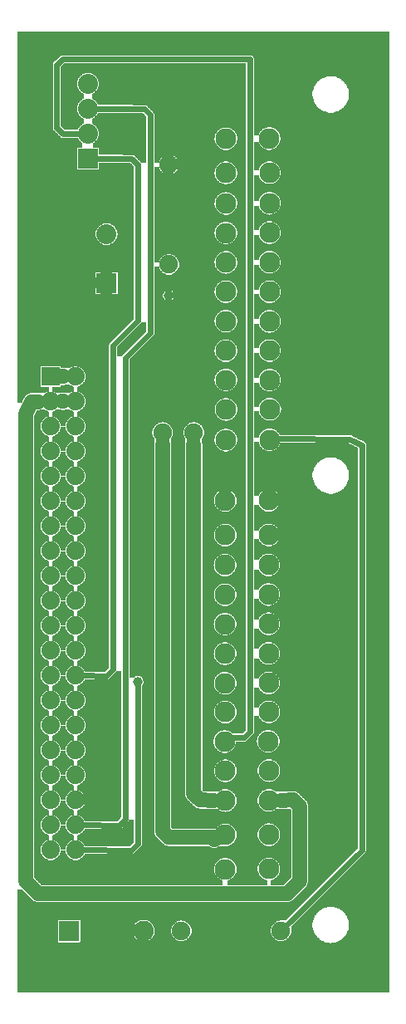
<source format=gbl>
G04 MADE WITH FRITZING*
G04 WWW.FRITZING.ORG*
G04 DOUBLE SIDED*
G04 HOLES PLATED*
G04 CONTOUR ON CENTER OF CONTOUR VECTOR*
%ASAXBY*%
%FSLAX23Y23*%
%MOIN*%
%OFA0B0*%
%SFA1.0B1.0*%
%ADD10C,0.075000*%
%ADD11C,0.039370*%
%ADD12C,0.082000*%
%ADD13C,0.075433*%
%ADD14C,0.080000*%
%ADD15C,0.074000*%
%ADD16C,0.083307*%
%ADD17R,0.082000X0.082000*%
%ADD18R,0.080000X0.080000*%
%ADD19R,0.074000X0.074000*%
%ADD20C,0.024000*%
%ADD21C,0.060000*%
%LNCOPPER0*%
G90*
G70*
G54D10*
X429Y3502D03*
X378Y1218D03*
X1033Y3824D03*
G54D11*
X649Y2837D03*
G54D10*
X1099Y287D03*
X699Y287D03*
X649Y3362D03*
X649Y2962D03*
G54D12*
X249Y287D03*
X547Y287D03*
G54D13*
X749Y2287D03*
G54D11*
X524Y1287D03*
G54D14*
X324Y3387D03*
X324Y3487D03*
X324Y3587D03*
X324Y3687D03*
X399Y2887D03*
X399Y3083D03*
G54D15*
X274Y2512D03*
X274Y2412D03*
X274Y2312D03*
X274Y2212D03*
X274Y2112D03*
X274Y2012D03*
X274Y1912D03*
X274Y1812D03*
X274Y1712D03*
X274Y1612D03*
X274Y1512D03*
X274Y1412D03*
X274Y1312D03*
X274Y1212D03*
X274Y1112D03*
X274Y1012D03*
X274Y912D03*
X274Y812D03*
X274Y712D03*
X274Y612D03*
X174Y2512D03*
X174Y2412D03*
X174Y2312D03*
X174Y2212D03*
X174Y2112D03*
X174Y2012D03*
X174Y1912D03*
X174Y1812D03*
X174Y1712D03*
X174Y1612D03*
X174Y1512D03*
X174Y1412D03*
X174Y1312D03*
X174Y1212D03*
X174Y1112D03*
X174Y1012D03*
X174Y912D03*
X174Y812D03*
X174Y712D03*
X174Y612D03*
G54D16*
X876Y534D03*
X876Y672D03*
X876Y809D03*
X876Y929D03*
X873Y1047D03*
X876Y1165D03*
X875Y1281D03*
X875Y1399D03*
X875Y1518D03*
X875Y1636D03*
X875Y1755D03*
X876Y1875D03*
X1051Y535D03*
X1051Y673D03*
X1051Y810D03*
X1051Y930D03*
X1048Y1048D03*
X1051Y1166D03*
X1050Y1282D03*
X1050Y1400D03*
X1050Y1519D03*
X1050Y1637D03*
X1050Y1756D03*
X1051Y1876D03*
X1051Y2015D03*
X876Y2014D03*
X878Y2257D03*
X1053Y2258D03*
X879Y2379D03*
X1054Y2380D03*
X878Y2498D03*
X1053Y2498D03*
X878Y2615D03*
X1053Y2616D03*
X878Y2734D03*
X1053Y2733D03*
X878Y2852D03*
X1053Y2852D03*
X878Y2969D03*
X1053Y2970D03*
X878Y3088D03*
X1053Y3089D03*
X878Y3207D03*
X1053Y3207D03*
X878Y3329D03*
X1053Y3330D03*
X878Y3466D03*
X1052Y3467D03*
G54D13*
X624Y2287D03*
G54D17*
X248Y287D03*
G54D18*
X324Y3387D03*
X399Y2887D03*
G54D19*
X174Y2512D03*
G54D20*
X1425Y611D02*
X1119Y307D01*
D02*
X1424Y2237D02*
X1425Y611D01*
D02*
X1099Y2262D02*
X1374Y2261D01*
D02*
X1374Y2261D02*
X1424Y2237D01*
D02*
X1086Y2261D02*
X1099Y2262D01*
G54D21*
D02*
X749Y837D02*
X774Y812D01*
D02*
X774Y812D02*
X827Y811D01*
D02*
X749Y2241D02*
X749Y837D01*
G54D20*
D02*
X525Y637D02*
X524Y1268D01*
D02*
X499Y611D02*
X525Y637D01*
D02*
X305Y612D02*
X499Y611D01*
G54D21*
D02*
X226Y2512D02*
X222Y2512D01*
G54D20*
D02*
X550Y3586D02*
X355Y3587D01*
D02*
X474Y737D02*
X474Y2586D01*
D02*
X574Y2686D02*
X574Y3562D01*
D02*
X474Y2586D02*
X574Y2686D01*
D02*
X574Y3562D02*
X550Y3586D01*
D02*
X450Y711D02*
X474Y737D01*
D02*
X305Y712D02*
X450Y711D01*
D02*
X525Y3362D02*
X499Y3386D01*
D02*
X425Y1337D02*
X425Y2637D01*
D02*
X499Y3386D02*
X355Y3386D01*
D02*
X525Y2737D02*
X525Y3362D01*
D02*
X425Y2637D02*
X525Y2737D01*
D02*
X399Y1311D02*
X425Y1337D01*
D02*
X305Y1312D02*
X399Y1311D01*
D02*
X974Y1086D02*
X950Y1062D01*
D02*
X950Y1062D02*
X899Y1062D01*
D02*
X899Y1062D02*
X901Y1063D01*
D02*
X974Y3786D02*
X974Y1086D01*
D02*
X225Y3786D02*
X974Y3786D01*
D02*
X199Y3511D02*
X199Y3762D01*
D02*
X199Y3762D02*
X225Y3786D01*
D02*
X225Y3486D02*
X199Y3511D01*
D02*
X293Y3486D02*
X225Y3486D01*
G54D21*
D02*
X226Y2412D02*
X222Y2412D01*
D02*
X74Y486D02*
X125Y437D01*
D02*
X74Y2362D02*
X74Y486D01*
D02*
X99Y2411D02*
X74Y2362D01*
D02*
X1124Y437D02*
X1174Y487D01*
D02*
X125Y437D02*
X1124Y437D01*
D02*
X126Y2411D02*
X99Y2411D01*
D02*
X1174Y787D02*
X1149Y812D01*
D02*
X1174Y487D02*
X1174Y787D01*
D02*
X1149Y812D02*
X1101Y811D01*
D02*
X849Y662D02*
X830Y654D01*
D02*
X624Y2241D02*
X624Y687D01*
D02*
X624Y687D02*
X649Y662D01*
D02*
X649Y662D02*
X849Y662D01*
G36*
X364Y3571D02*
X364Y3567D01*
X362Y3567D01*
X362Y3565D01*
X360Y3565D01*
X360Y3561D01*
X358Y3561D01*
X358Y3559D01*
X356Y3559D01*
X356Y3557D01*
X354Y3557D01*
X354Y3555D01*
X352Y3555D01*
X352Y3553D01*
X350Y3553D01*
X350Y3551D01*
X346Y3551D01*
X346Y3549D01*
X344Y3549D01*
X344Y3547D01*
X340Y3547D01*
X340Y3527D01*
X342Y3527D01*
X342Y3525D01*
X346Y3525D01*
X346Y3523D01*
X348Y3523D01*
X348Y3521D01*
X350Y3521D01*
X350Y3519D01*
X354Y3519D01*
X354Y3517D01*
X356Y3517D01*
X356Y3515D01*
X358Y3515D01*
X358Y3511D01*
X360Y3511D01*
X360Y3509D01*
X362Y3509D01*
X362Y3505D01*
X364Y3505D01*
X364Y3501D01*
X366Y3501D01*
X366Y3495D01*
X368Y3495D01*
X368Y3477D01*
X366Y3477D01*
X366Y3473D01*
X364Y3473D01*
X364Y3467D01*
X362Y3467D01*
X362Y3465D01*
X360Y3465D01*
X360Y3461D01*
X358Y3461D01*
X358Y3459D01*
X356Y3459D01*
X356Y3457D01*
X354Y3457D01*
X354Y3455D01*
X352Y3455D01*
X352Y3453D01*
X350Y3453D01*
X350Y3451D01*
X346Y3451D01*
X346Y3431D01*
X368Y3431D01*
X368Y3403D01*
X466Y3403D01*
X466Y3401D01*
X506Y3401D01*
X506Y3399D01*
X510Y3399D01*
X510Y3397D01*
X512Y3397D01*
X512Y3395D01*
X514Y3395D01*
X514Y3393D01*
X516Y3393D01*
X516Y3391D01*
X518Y3391D01*
X518Y3389D01*
X520Y3389D01*
X520Y3387D01*
X522Y3387D01*
X522Y3385D01*
X524Y3385D01*
X524Y3383D01*
X526Y3383D01*
X526Y3381D01*
X528Y3381D01*
X528Y3379D01*
X530Y3379D01*
X530Y3377D01*
X534Y3377D01*
X534Y3375D01*
X536Y3375D01*
X536Y3371D01*
X538Y3371D01*
X538Y3369D01*
X558Y3369D01*
X558Y3557D01*
X556Y3557D01*
X556Y3559D01*
X554Y3559D01*
X554Y3561D01*
X552Y3561D01*
X552Y3563D01*
X550Y3563D01*
X550Y3565D01*
X548Y3565D01*
X548Y3567D01*
X546Y3567D01*
X546Y3569D01*
X502Y3569D01*
X502Y3571D01*
X364Y3571D01*
G37*
D02*
G36*
X538Y2729D02*
X538Y2727D01*
X536Y2727D01*
X536Y2725D01*
X534Y2725D01*
X534Y2723D01*
X532Y2723D01*
X532Y2721D01*
X530Y2721D01*
X530Y2719D01*
X528Y2719D01*
X528Y2717D01*
X526Y2717D01*
X526Y2715D01*
X524Y2715D01*
X524Y2713D01*
X522Y2713D01*
X522Y2711D01*
X520Y2711D01*
X520Y2709D01*
X518Y2709D01*
X518Y2707D01*
X516Y2707D01*
X516Y2705D01*
X514Y2705D01*
X514Y2703D01*
X512Y2703D01*
X512Y2701D01*
X510Y2701D01*
X510Y2699D01*
X508Y2699D01*
X508Y2697D01*
X506Y2697D01*
X506Y2695D01*
X504Y2695D01*
X504Y2693D01*
X502Y2693D01*
X502Y2691D01*
X500Y2691D01*
X500Y2689D01*
X498Y2689D01*
X498Y2687D01*
X496Y2687D01*
X496Y2685D01*
X494Y2685D01*
X494Y2683D01*
X492Y2683D01*
X492Y2681D01*
X490Y2681D01*
X490Y2679D01*
X488Y2679D01*
X488Y2677D01*
X486Y2677D01*
X486Y2675D01*
X484Y2675D01*
X484Y2673D01*
X482Y2673D01*
X482Y2671D01*
X480Y2671D01*
X480Y2669D01*
X478Y2669D01*
X478Y2667D01*
X476Y2667D01*
X476Y2665D01*
X474Y2665D01*
X474Y2663D01*
X472Y2663D01*
X472Y2661D01*
X470Y2661D01*
X470Y2659D01*
X468Y2659D01*
X468Y2657D01*
X466Y2657D01*
X466Y2655D01*
X464Y2655D01*
X464Y2653D01*
X462Y2653D01*
X462Y2651D01*
X460Y2651D01*
X460Y2649D01*
X458Y2649D01*
X458Y2647D01*
X456Y2647D01*
X456Y2645D01*
X454Y2645D01*
X454Y2643D01*
X452Y2643D01*
X452Y2641D01*
X450Y2641D01*
X450Y2639D01*
X448Y2639D01*
X448Y2637D01*
X446Y2637D01*
X446Y2635D01*
X444Y2635D01*
X444Y2633D01*
X442Y2633D01*
X442Y2631D01*
X440Y2631D01*
X440Y2593D01*
X460Y2593D01*
X460Y2595D01*
X462Y2595D01*
X462Y2597D01*
X464Y2597D01*
X464Y2599D01*
X466Y2599D01*
X466Y2601D01*
X468Y2601D01*
X468Y2603D01*
X470Y2603D01*
X470Y2605D01*
X472Y2605D01*
X472Y2607D01*
X474Y2607D01*
X474Y2609D01*
X476Y2609D01*
X476Y2611D01*
X478Y2611D01*
X478Y2613D01*
X480Y2613D01*
X480Y2615D01*
X482Y2615D01*
X482Y2617D01*
X484Y2617D01*
X484Y2619D01*
X486Y2619D01*
X486Y2621D01*
X488Y2621D01*
X488Y2623D01*
X490Y2623D01*
X490Y2625D01*
X492Y2625D01*
X492Y2627D01*
X494Y2627D01*
X494Y2629D01*
X496Y2629D01*
X496Y2631D01*
X498Y2631D01*
X498Y2633D01*
X500Y2633D01*
X500Y2635D01*
X502Y2635D01*
X502Y2637D01*
X504Y2637D01*
X504Y2639D01*
X506Y2639D01*
X506Y2641D01*
X508Y2641D01*
X508Y2643D01*
X510Y2643D01*
X510Y2645D01*
X512Y2645D01*
X512Y2647D01*
X514Y2647D01*
X514Y2649D01*
X516Y2649D01*
X516Y2651D01*
X518Y2651D01*
X518Y2653D01*
X520Y2653D01*
X520Y2655D01*
X522Y2655D01*
X522Y2657D01*
X524Y2657D01*
X524Y2659D01*
X526Y2659D01*
X526Y2661D01*
X528Y2661D01*
X528Y2663D01*
X530Y2663D01*
X530Y2665D01*
X532Y2665D01*
X532Y2667D01*
X534Y2667D01*
X534Y2669D01*
X536Y2669D01*
X536Y2671D01*
X538Y2671D01*
X538Y2673D01*
X540Y2673D01*
X540Y2675D01*
X542Y2675D01*
X542Y2677D01*
X544Y2677D01*
X544Y2679D01*
X546Y2679D01*
X546Y2681D01*
X548Y2681D01*
X548Y2683D01*
X550Y2683D01*
X550Y2685D01*
X552Y2685D01*
X552Y2687D01*
X554Y2687D01*
X554Y2689D01*
X556Y2689D01*
X556Y2691D01*
X558Y2691D01*
X558Y2729D01*
X538Y2729D01*
G37*
D02*
G36*
X230Y2479D02*
X230Y2477D01*
X216Y2477D01*
X216Y2471D01*
X180Y2471D01*
X180Y2451D01*
X186Y2451D01*
X186Y2449D01*
X192Y2449D01*
X192Y2447D01*
X194Y2447D01*
X194Y2445D01*
X254Y2445D01*
X254Y2447D01*
X256Y2447D01*
X256Y2449D01*
X262Y2449D01*
X262Y2451D01*
X268Y2451D01*
X268Y2471D01*
X264Y2471D01*
X264Y2473D01*
X260Y2473D01*
X260Y2475D01*
X256Y2475D01*
X256Y2477D01*
X252Y2477D01*
X252Y2479D01*
X230Y2479D01*
G37*
D02*
G36*
X196Y2379D02*
X196Y2377D01*
X218Y2377D01*
X218Y2379D01*
X196Y2379D01*
G37*
D02*
G36*
X230Y2379D02*
X230Y2377D01*
X252Y2377D01*
X252Y2379D01*
X230Y2379D01*
G37*
D02*
G36*
X192Y2377D02*
X192Y2375D01*
X256Y2375D01*
X256Y2377D01*
X192Y2377D01*
G37*
D02*
G36*
X192Y2377D02*
X192Y2375D01*
X256Y2375D01*
X256Y2377D01*
X192Y2377D01*
G37*
D02*
G36*
X190Y2375D02*
X190Y2373D01*
X184Y2373D01*
X184Y2371D01*
X180Y2371D01*
X180Y2351D01*
X186Y2351D01*
X186Y2349D01*
X192Y2349D01*
X192Y2347D01*
X194Y2347D01*
X194Y2345D01*
X198Y2345D01*
X198Y2343D01*
X200Y2343D01*
X200Y2341D01*
X202Y2341D01*
X202Y2339D01*
X204Y2339D01*
X204Y2337D01*
X206Y2337D01*
X206Y2335D01*
X208Y2335D01*
X208Y2331D01*
X210Y2331D01*
X210Y2327D01*
X212Y2327D01*
X212Y2323D01*
X214Y2323D01*
X214Y2313D01*
X234Y2313D01*
X234Y2323D01*
X236Y2323D01*
X236Y2327D01*
X238Y2327D01*
X238Y2331D01*
X240Y2331D01*
X240Y2335D01*
X242Y2335D01*
X242Y2337D01*
X244Y2337D01*
X244Y2339D01*
X246Y2339D01*
X246Y2341D01*
X248Y2341D01*
X248Y2343D01*
X250Y2343D01*
X250Y2345D01*
X254Y2345D01*
X254Y2347D01*
X256Y2347D01*
X256Y2349D01*
X262Y2349D01*
X262Y2351D01*
X268Y2351D01*
X268Y2371D01*
X264Y2371D01*
X264Y2373D01*
X260Y2373D01*
X260Y2375D01*
X190Y2375D01*
G37*
D02*
G36*
X214Y2309D02*
X214Y2301D01*
X212Y2301D01*
X212Y2295D01*
X210Y2295D01*
X210Y2291D01*
X208Y2291D01*
X208Y2289D01*
X206Y2289D01*
X206Y2287D01*
X204Y2287D01*
X204Y2283D01*
X200Y2283D01*
X200Y2281D01*
X198Y2281D01*
X198Y2279D01*
X196Y2279D01*
X196Y2277D01*
X192Y2277D01*
X192Y2275D01*
X190Y2275D01*
X190Y2273D01*
X184Y2273D01*
X184Y2271D01*
X180Y2271D01*
X180Y2251D01*
X186Y2251D01*
X186Y2249D01*
X192Y2249D01*
X192Y2247D01*
X194Y2247D01*
X194Y2245D01*
X198Y2245D01*
X198Y2243D01*
X200Y2243D01*
X200Y2241D01*
X202Y2241D01*
X202Y2239D01*
X204Y2239D01*
X204Y2237D01*
X206Y2237D01*
X206Y2235D01*
X208Y2235D01*
X208Y2231D01*
X210Y2231D01*
X210Y2227D01*
X212Y2227D01*
X212Y2223D01*
X214Y2223D01*
X214Y2213D01*
X234Y2213D01*
X234Y2223D01*
X236Y2223D01*
X236Y2227D01*
X238Y2227D01*
X238Y2231D01*
X240Y2231D01*
X240Y2235D01*
X242Y2235D01*
X242Y2237D01*
X244Y2237D01*
X244Y2239D01*
X246Y2239D01*
X246Y2241D01*
X248Y2241D01*
X248Y2243D01*
X250Y2243D01*
X250Y2245D01*
X254Y2245D01*
X254Y2247D01*
X256Y2247D01*
X256Y2249D01*
X262Y2249D01*
X262Y2251D01*
X268Y2251D01*
X268Y2271D01*
X264Y2271D01*
X264Y2273D01*
X260Y2273D01*
X260Y2275D01*
X256Y2275D01*
X256Y2277D01*
X252Y2277D01*
X252Y2279D01*
X250Y2279D01*
X250Y2281D01*
X248Y2281D01*
X248Y2283D01*
X246Y2283D01*
X246Y2285D01*
X244Y2285D01*
X244Y2287D01*
X242Y2287D01*
X242Y2289D01*
X240Y2289D01*
X240Y2293D01*
X238Y2293D01*
X238Y2295D01*
X236Y2295D01*
X236Y2301D01*
X234Y2301D01*
X234Y2309D01*
X214Y2309D01*
G37*
D02*
G36*
X214Y2209D02*
X214Y2201D01*
X212Y2201D01*
X212Y2195D01*
X210Y2195D01*
X210Y2191D01*
X208Y2191D01*
X208Y2189D01*
X206Y2189D01*
X206Y2187D01*
X204Y2187D01*
X204Y2183D01*
X200Y2183D01*
X200Y2181D01*
X198Y2181D01*
X198Y2179D01*
X196Y2179D01*
X196Y2177D01*
X192Y2177D01*
X192Y2175D01*
X190Y2175D01*
X190Y2173D01*
X184Y2173D01*
X184Y2171D01*
X180Y2171D01*
X180Y2151D01*
X186Y2151D01*
X186Y2149D01*
X192Y2149D01*
X192Y2147D01*
X194Y2147D01*
X194Y2145D01*
X198Y2145D01*
X198Y2143D01*
X200Y2143D01*
X200Y2141D01*
X202Y2141D01*
X202Y2139D01*
X204Y2139D01*
X204Y2137D01*
X206Y2137D01*
X206Y2135D01*
X208Y2135D01*
X208Y2131D01*
X210Y2131D01*
X210Y2127D01*
X212Y2127D01*
X212Y2123D01*
X214Y2123D01*
X214Y2113D01*
X234Y2113D01*
X234Y2123D01*
X236Y2123D01*
X236Y2127D01*
X238Y2127D01*
X238Y2131D01*
X240Y2131D01*
X240Y2135D01*
X242Y2135D01*
X242Y2137D01*
X244Y2137D01*
X244Y2139D01*
X246Y2139D01*
X246Y2141D01*
X248Y2141D01*
X248Y2143D01*
X250Y2143D01*
X250Y2145D01*
X254Y2145D01*
X254Y2147D01*
X256Y2147D01*
X256Y2149D01*
X262Y2149D01*
X262Y2151D01*
X268Y2151D01*
X268Y2171D01*
X264Y2171D01*
X264Y2173D01*
X260Y2173D01*
X260Y2175D01*
X256Y2175D01*
X256Y2177D01*
X252Y2177D01*
X252Y2179D01*
X250Y2179D01*
X250Y2181D01*
X248Y2181D01*
X248Y2183D01*
X246Y2183D01*
X246Y2185D01*
X244Y2185D01*
X244Y2187D01*
X242Y2187D01*
X242Y2189D01*
X240Y2189D01*
X240Y2193D01*
X238Y2193D01*
X238Y2195D01*
X236Y2195D01*
X236Y2201D01*
X234Y2201D01*
X234Y2209D01*
X214Y2209D01*
G37*
D02*
G36*
X214Y2109D02*
X214Y2101D01*
X212Y2101D01*
X212Y2095D01*
X210Y2095D01*
X210Y2091D01*
X208Y2091D01*
X208Y2089D01*
X206Y2089D01*
X206Y2087D01*
X204Y2087D01*
X204Y2083D01*
X200Y2083D01*
X200Y2081D01*
X198Y2081D01*
X198Y2079D01*
X196Y2079D01*
X196Y2077D01*
X192Y2077D01*
X192Y2075D01*
X190Y2075D01*
X190Y2073D01*
X184Y2073D01*
X184Y2071D01*
X180Y2071D01*
X180Y2051D01*
X186Y2051D01*
X186Y2049D01*
X192Y2049D01*
X192Y2047D01*
X194Y2047D01*
X194Y2045D01*
X198Y2045D01*
X198Y2043D01*
X200Y2043D01*
X200Y2041D01*
X202Y2041D01*
X202Y2039D01*
X204Y2039D01*
X204Y2037D01*
X206Y2037D01*
X206Y2035D01*
X208Y2035D01*
X208Y2031D01*
X210Y2031D01*
X210Y2027D01*
X212Y2027D01*
X212Y2023D01*
X214Y2023D01*
X214Y2013D01*
X234Y2013D01*
X234Y2023D01*
X236Y2023D01*
X236Y2027D01*
X238Y2027D01*
X238Y2031D01*
X240Y2031D01*
X240Y2035D01*
X242Y2035D01*
X242Y2037D01*
X244Y2037D01*
X244Y2039D01*
X246Y2039D01*
X246Y2041D01*
X248Y2041D01*
X248Y2043D01*
X250Y2043D01*
X250Y2045D01*
X254Y2045D01*
X254Y2047D01*
X256Y2047D01*
X256Y2049D01*
X262Y2049D01*
X262Y2051D01*
X268Y2051D01*
X268Y2071D01*
X264Y2071D01*
X264Y2073D01*
X260Y2073D01*
X260Y2075D01*
X256Y2075D01*
X256Y2077D01*
X252Y2077D01*
X252Y2079D01*
X250Y2079D01*
X250Y2081D01*
X248Y2081D01*
X248Y2083D01*
X246Y2083D01*
X246Y2085D01*
X244Y2085D01*
X244Y2087D01*
X242Y2087D01*
X242Y2089D01*
X240Y2089D01*
X240Y2093D01*
X238Y2093D01*
X238Y2095D01*
X236Y2095D01*
X236Y2101D01*
X234Y2101D01*
X234Y2109D01*
X214Y2109D01*
G37*
D02*
G36*
X214Y2009D02*
X214Y2001D01*
X212Y2001D01*
X212Y1995D01*
X210Y1995D01*
X210Y1991D01*
X208Y1991D01*
X208Y1989D01*
X206Y1989D01*
X206Y1987D01*
X204Y1987D01*
X204Y1983D01*
X200Y1983D01*
X200Y1981D01*
X198Y1981D01*
X198Y1979D01*
X196Y1979D01*
X196Y1977D01*
X192Y1977D01*
X192Y1975D01*
X190Y1975D01*
X190Y1973D01*
X184Y1973D01*
X184Y1971D01*
X180Y1971D01*
X180Y1951D01*
X186Y1951D01*
X186Y1949D01*
X192Y1949D01*
X192Y1947D01*
X194Y1947D01*
X194Y1945D01*
X198Y1945D01*
X198Y1943D01*
X200Y1943D01*
X200Y1941D01*
X202Y1941D01*
X202Y1939D01*
X204Y1939D01*
X204Y1937D01*
X206Y1937D01*
X206Y1935D01*
X208Y1935D01*
X208Y1931D01*
X210Y1931D01*
X210Y1927D01*
X212Y1927D01*
X212Y1923D01*
X214Y1923D01*
X214Y1913D01*
X234Y1913D01*
X234Y1923D01*
X236Y1923D01*
X236Y1927D01*
X238Y1927D01*
X238Y1931D01*
X240Y1931D01*
X240Y1935D01*
X242Y1935D01*
X242Y1937D01*
X244Y1937D01*
X244Y1939D01*
X246Y1939D01*
X246Y1941D01*
X248Y1941D01*
X248Y1943D01*
X250Y1943D01*
X250Y1945D01*
X254Y1945D01*
X254Y1947D01*
X256Y1947D01*
X256Y1949D01*
X262Y1949D01*
X262Y1951D01*
X268Y1951D01*
X268Y1971D01*
X264Y1971D01*
X264Y1973D01*
X260Y1973D01*
X260Y1975D01*
X256Y1975D01*
X256Y1977D01*
X252Y1977D01*
X252Y1979D01*
X250Y1979D01*
X250Y1981D01*
X248Y1981D01*
X248Y1983D01*
X246Y1983D01*
X246Y1985D01*
X244Y1985D01*
X244Y1987D01*
X242Y1987D01*
X242Y1989D01*
X240Y1989D01*
X240Y1993D01*
X238Y1993D01*
X238Y1995D01*
X236Y1995D01*
X236Y2001D01*
X234Y2001D01*
X234Y2009D01*
X214Y2009D01*
G37*
D02*
G36*
X214Y1909D02*
X214Y1901D01*
X212Y1901D01*
X212Y1895D01*
X210Y1895D01*
X210Y1891D01*
X208Y1891D01*
X208Y1889D01*
X206Y1889D01*
X206Y1887D01*
X204Y1887D01*
X204Y1883D01*
X200Y1883D01*
X200Y1881D01*
X198Y1881D01*
X198Y1879D01*
X196Y1879D01*
X196Y1877D01*
X192Y1877D01*
X192Y1875D01*
X190Y1875D01*
X190Y1873D01*
X184Y1873D01*
X184Y1871D01*
X180Y1871D01*
X180Y1851D01*
X186Y1851D01*
X186Y1849D01*
X192Y1849D01*
X192Y1847D01*
X194Y1847D01*
X194Y1845D01*
X198Y1845D01*
X198Y1843D01*
X200Y1843D01*
X200Y1841D01*
X202Y1841D01*
X202Y1839D01*
X204Y1839D01*
X204Y1837D01*
X206Y1837D01*
X206Y1835D01*
X208Y1835D01*
X208Y1831D01*
X210Y1831D01*
X210Y1827D01*
X212Y1827D01*
X212Y1823D01*
X214Y1823D01*
X214Y1813D01*
X234Y1813D01*
X234Y1823D01*
X236Y1823D01*
X236Y1827D01*
X238Y1827D01*
X238Y1831D01*
X240Y1831D01*
X240Y1835D01*
X242Y1835D01*
X242Y1837D01*
X244Y1837D01*
X244Y1839D01*
X246Y1839D01*
X246Y1841D01*
X248Y1841D01*
X248Y1843D01*
X250Y1843D01*
X250Y1845D01*
X254Y1845D01*
X254Y1847D01*
X256Y1847D01*
X256Y1849D01*
X262Y1849D01*
X262Y1851D01*
X268Y1851D01*
X268Y1871D01*
X264Y1871D01*
X264Y1873D01*
X260Y1873D01*
X260Y1875D01*
X256Y1875D01*
X256Y1877D01*
X252Y1877D01*
X252Y1879D01*
X250Y1879D01*
X250Y1881D01*
X248Y1881D01*
X248Y1883D01*
X246Y1883D01*
X246Y1885D01*
X244Y1885D01*
X244Y1887D01*
X242Y1887D01*
X242Y1889D01*
X240Y1889D01*
X240Y1893D01*
X238Y1893D01*
X238Y1895D01*
X236Y1895D01*
X236Y1901D01*
X234Y1901D01*
X234Y1909D01*
X214Y1909D01*
G37*
D02*
G36*
X214Y1809D02*
X214Y1801D01*
X212Y1801D01*
X212Y1795D01*
X210Y1795D01*
X210Y1791D01*
X208Y1791D01*
X208Y1789D01*
X206Y1789D01*
X206Y1787D01*
X204Y1787D01*
X204Y1783D01*
X200Y1783D01*
X200Y1781D01*
X198Y1781D01*
X198Y1779D01*
X196Y1779D01*
X196Y1777D01*
X192Y1777D01*
X192Y1775D01*
X190Y1775D01*
X190Y1773D01*
X184Y1773D01*
X184Y1771D01*
X180Y1771D01*
X180Y1751D01*
X186Y1751D01*
X186Y1749D01*
X192Y1749D01*
X192Y1747D01*
X194Y1747D01*
X194Y1745D01*
X198Y1745D01*
X198Y1743D01*
X200Y1743D01*
X200Y1741D01*
X202Y1741D01*
X202Y1739D01*
X204Y1739D01*
X204Y1737D01*
X206Y1737D01*
X206Y1735D01*
X208Y1735D01*
X208Y1731D01*
X210Y1731D01*
X210Y1727D01*
X212Y1727D01*
X212Y1723D01*
X214Y1723D01*
X214Y1713D01*
X234Y1713D01*
X234Y1723D01*
X236Y1723D01*
X236Y1727D01*
X238Y1727D01*
X238Y1731D01*
X240Y1731D01*
X240Y1735D01*
X242Y1735D01*
X242Y1737D01*
X244Y1737D01*
X244Y1739D01*
X246Y1739D01*
X246Y1741D01*
X248Y1741D01*
X248Y1743D01*
X250Y1743D01*
X250Y1745D01*
X254Y1745D01*
X254Y1747D01*
X256Y1747D01*
X256Y1749D01*
X262Y1749D01*
X262Y1751D01*
X268Y1751D01*
X268Y1771D01*
X264Y1771D01*
X264Y1773D01*
X260Y1773D01*
X260Y1775D01*
X256Y1775D01*
X256Y1777D01*
X252Y1777D01*
X252Y1779D01*
X250Y1779D01*
X250Y1781D01*
X248Y1781D01*
X248Y1783D01*
X246Y1783D01*
X246Y1785D01*
X244Y1785D01*
X244Y1787D01*
X242Y1787D01*
X242Y1789D01*
X240Y1789D01*
X240Y1793D01*
X238Y1793D01*
X238Y1795D01*
X236Y1795D01*
X236Y1801D01*
X234Y1801D01*
X234Y1809D01*
X214Y1809D01*
G37*
D02*
G36*
X214Y1709D02*
X214Y1701D01*
X212Y1701D01*
X212Y1695D01*
X210Y1695D01*
X210Y1691D01*
X208Y1691D01*
X208Y1689D01*
X206Y1689D01*
X206Y1687D01*
X204Y1687D01*
X204Y1683D01*
X200Y1683D01*
X200Y1681D01*
X198Y1681D01*
X198Y1679D01*
X196Y1679D01*
X196Y1677D01*
X192Y1677D01*
X192Y1675D01*
X190Y1675D01*
X190Y1673D01*
X184Y1673D01*
X184Y1671D01*
X180Y1671D01*
X180Y1651D01*
X186Y1651D01*
X186Y1649D01*
X192Y1649D01*
X192Y1647D01*
X194Y1647D01*
X194Y1645D01*
X198Y1645D01*
X198Y1643D01*
X200Y1643D01*
X200Y1641D01*
X202Y1641D01*
X202Y1639D01*
X204Y1639D01*
X204Y1637D01*
X206Y1637D01*
X206Y1635D01*
X208Y1635D01*
X208Y1631D01*
X210Y1631D01*
X210Y1627D01*
X212Y1627D01*
X212Y1623D01*
X214Y1623D01*
X214Y1613D01*
X234Y1613D01*
X234Y1623D01*
X236Y1623D01*
X236Y1627D01*
X238Y1627D01*
X238Y1631D01*
X240Y1631D01*
X240Y1635D01*
X242Y1635D01*
X242Y1637D01*
X244Y1637D01*
X244Y1639D01*
X246Y1639D01*
X246Y1641D01*
X248Y1641D01*
X248Y1643D01*
X250Y1643D01*
X250Y1645D01*
X254Y1645D01*
X254Y1647D01*
X256Y1647D01*
X256Y1649D01*
X262Y1649D01*
X262Y1651D01*
X268Y1651D01*
X268Y1671D01*
X264Y1671D01*
X264Y1673D01*
X260Y1673D01*
X260Y1675D01*
X256Y1675D01*
X256Y1677D01*
X252Y1677D01*
X252Y1679D01*
X250Y1679D01*
X250Y1681D01*
X248Y1681D01*
X248Y1683D01*
X246Y1683D01*
X246Y1685D01*
X244Y1685D01*
X244Y1687D01*
X242Y1687D01*
X242Y1689D01*
X240Y1689D01*
X240Y1693D01*
X238Y1693D01*
X238Y1695D01*
X236Y1695D01*
X236Y1701D01*
X234Y1701D01*
X234Y1709D01*
X214Y1709D01*
G37*
D02*
G36*
X214Y1609D02*
X214Y1601D01*
X212Y1601D01*
X212Y1595D01*
X210Y1595D01*
X210Y1591D01*
X208Y1591D01*
X208Y1589D01*
X206Y1589D01*
X206Y1587D01*
X204Y1587D01*
X204Y1583D01*
X200Y1583D01*
X200Y1581D01*
X198Y1581D01*
X198Y1579D01*
X196Y1579D01*
X196Y1577D01*
X192Y1577D01*
X192Y1575D01*
X190Y1575D01*
X190Y1573D01*
X184Y1573D01*
X184Y1571D01*
X180Y1571D01*
X180Y1551D01*
X186Y1551D01*
X186Y1549D01*
X192Y1549D01*
X192Y1547D01*
X194Y1547D01*
X194Y1545D01*
X198Y1545D01*
X198Y1543D01*
X200Y1543D01*
X200Y1541D01*
X202Y1541D01*
X202Y1539D01*
X204Y1539D01*
X204Y1537D01*
X206Y1537D01*
X206Y1535D01*
X208Y1535D01*
X208Y1531D01*
X210Y1531D01*
X210Y1527D01*
X212Y1527D01*
X212Y1523D01*
X214Y1523D01*
X214Y1513D01*
X234Y1513D01*
X234Y1523D01*
X236Y1523D01*
X236Y1527D01*
X238Y1527D01*
X238Y1531D01*
X240Y1531D01*
X240Y1535D01*
X242Y1535D01*
X242Y1537D01*
X244Y1537D01*
X244Y1539D01*
X246Y1539D01*
X246Y1541D01*
X248Y1541D01*
X248Y1543D01*
X250Y1543D01*
X250Y1545D01*
X254Y1545D01*
X254Y1547D01*
X256Y1547D01*
X256Y1549D01*
X262Y1549D01*
X262Y1551D01*
X268Y1551D01*
X268Y1571D01*
X264Y1571D01*
X264Y1573D01*
X260Y1573D01*
X260Y1575D01*
X256Y1575D01*
X256Y1577D01*
X252Y1577D01*
X252Y1579D01*
X250Y1579D01*
X250Y1581D01*
X248Y1581D01*
X248Y1583D01*
X246Y1583D01*
X246Y1585D01*
X244Y1585D01*
X244Y1587D01*
X242Y1587D01*
X242Y1589D01*
X240Y1589D01*
X240Y1593D01*
X238Y1593D01*
X238Y1595D01*
X236Y1595D01*
X236Y1601D01*
X234Y1601D01*
X234Y1609D01*
X214Y1609D01*
G37*
D02*
G36*
X214Y1509D02*
X214Y1501D01*
X212Y1501D01*
X212Y1495D01*
X210Y1495D01*
X210Y1491D01*
X208Y1491D01*
X208Y1489D01*
X206Y1489D01*
X206Y1487D01*
X204Y1487D01*
X204Y1483D01*
X200Y1483D01*
X200Y1481D01*
X198Y1481D01*
X198Y1479D01*
X196Y1479D01*
X196Y1477D01*
X192Y1477D01*
X192Y1475D01*
X190Y1475D01*
X190Y1473D01*
X184Y1473D01*
X184Y1471D01*
X180Y1471D01*
X180Y1451D01*
X186Y1451D01*
X186Y1449D01*
X192Y1449D01*
X192Y1447D01*
X194Y1447D01*
X194Y1445D01*
X198Y1445D01*
X198Y1443D01*
X200Y1443D01*
X200Y1441D01*
X202Y1441D01*
X202Y1439D01*
X204Y1439D01*
X204Y1437D01*
X206Y1437D01*
X206Y1435D01*
X208Y1435D01*
X208Y1431D01*
X210Y1431D01*
X210Y1427D01*
X212Y1427D01*
X212Y1423D01*
X214Y1423D01*
X214Y1413D01*
X234Y1413D01*
X234Y1423D01*
X236Y1423D01*
X236Y1427D01*
X238Y1427D01*
X238Y1431D01*
X240Y1431D01*
X240Y1435D01*
X242Y1435D01*
X242Y1437D01*
X244Y1437D01*
X244Y1439D01*
X246Y1439D01*
X246Y1441D01*
X248Y1441D01*
X248Y1443D01*
X250Y1443D01*
X250Y1445D01*
X254Y1445D01*
X254Y1447D01*
X256Y1447D01*
X256Y1449D01*
X262Y1449D01*
X262Y1451D01*
X268Y1451D01*
X268Y1471D01*
X264Y1471D01*
X264Y1473D01*
X260Y1473D01*
X260Y1475D01*
X256Y1475D01*
X256Y1477D01*
X252Y1477D01*
X252Y1479D01*
X250Y1479D01*
X250Y1481D01*
X248Y1481D01*
X248Y1483D01*
X246Y1483D01*
X246Y1485D01*
X244Y1485D01*
X244Y1487D01*
X242Y1487D01*
X242Y1489D01*
X240Y1489D01*
X240Y1493D01*
X238Y1493D01*
X238Y1495D01*
X236Y1495D01*
X236Y1501D01*
X234Y1501D01*
X234Y1509D01*
X214Y1509D01*
G37*
D02*
G36*
X214Y1409D02*
X214Y1401D01*
X212Y1401D01*
X212Y1395D01*
X210Y1395D01*
X210Y1391D01*
X208Y1391D01*
X208Y1389D01*
X206Y1389D01*
X206Y1387D01*
X204Y1387D01*
X204Y1383D01*
X200Y1383D01*
X200Y1381D01*
X198Y1381D01*
X198Y1379D01*
X196Y1379D01*
X196Y1377D01*
X192Y1377D01*
X192Y1375D01*
X190Y1375D01*
X190Y1373D01*
X184Y1373D01*
X184Y1371D01*
X180Y1371D01*
X180Y1351D01*
X186Y1351D01*
X186Y1349D01*
X192Y1349D01*
X192Y1347D01*
X194Y1347D01*
X194Y1345D01*
X198Y1345D01*
X198Y1343D01*
X200Y1343D01*
X200Y1341D01*
X202Y1341D01*
X202Y1339D01*
X204Y1339D01*
X204Y1337D01*
X206Y1337D01*
X206Y1335D01*
X208Y1335D01*
X208Y1331D01*
X210Y1331D01*
X210Y1327D01*
X212Y1327D01*
X212Y1323D01*
X214Y1323D01*
X214Y1313D01*
X234Y1313D01*
X234Y1323D01*
X236Y1323D01*
X236Y1327D01*
X238Y1327D01*
X238Y1331D01*
X240Y1331D01*
X240Y1335D01*
X242Y1335D01*
X242Y1337D01*
X244Y1337D01*
X244Y1339D01*
X246Y1339D01*
X246Y1341D01*
X248Y1341D01*
X248Y1343D01*
X250Y1343D01*
X250Y1345D01*
X254Y1345D01*
X254Y1347D01*
X256Y1347D01*
X256Y1349D01*
X262Y1349D01*
X262Y1351D01*
X268Y1351D01*
X268Y1371D01*
X264Y1371D01*
X264Y1373D01*
X260Y1373D01*
X260Y1375D01*
X256Y1375D01*
X256Y1377D01*
X252Y1377D01*
X252Y1379D01*
X250Y1379D01*
X250Y1381D01*
X248Y1381D01*
X248Y1383D01*
X246Y1383D01*
X246Y1385D01*
X244Y1385D01*
X244Y1387D01*
X242Y1387D01*
X242Y1389D01*
X240Y1389D01*
X240Y1393D01*
X238Y1393D01*
X238Y1395D01*
X236Y1395D01*
X236Y1401D01*
X234Y1401D01*
X234Y1409D01*
X214Y1409D01*
G37*
D02*
G36*
X438Y1329D02*
X438Y1327D01*
X436Y1327D01*
X436Y1325D01*
X434Y1325D01*
X434Y1323D01*
X432Y1323D01*
X432Y1321D01*
X430Y1321D01*
X430Y1319D01*
X428Y1319D01*
X428Y1317D01*
X426Y1317D01*
X426Y1315D01*
X424Y1315D01*
X424Y1313D01*
X422Y1313D01*
X422Y1311D01*
X420Y1311D01*
X420Y1309D01*
X418Y1309D01*
X418Y1307D01*
X416Y1307D01*
X416Y1305D01*
X414Y1305D01*
X414Y1303D01*
X412Y1303D01*
X412Y1301D01*
X410Y1301D01*
X410Y1299D01*
X408Y1299D01*
X408Y1297D01*
X404Y1297D01*
X404Y1295D01*
X310Y1295D01*
X310Y1291D01*
X308Y1291D01*
X308Y1289D01*
X306Y1289D01*
X306Y1287D01*
X304Y1287D01*
X304Y1283D01*
X300Y1283D01*
X300Y1281D01*
X298Y1281D01*
X298Y1279D01*
X296Y1279D01*
X296Y1277D01*
X292Y1277D01*
X292Y1275D01*
X290Y1275D01*
X290Y1273D01*
X284Y1273D01*
X284Y1271D01*
X280Y1271D01*
X280Y1251D01*
X286Y1251D01*
X286Y1249D01*
X292Y1249D01*
X292Y1247D01*
X294Y1247D01*
X294Y1245D01*
X298Y1245D01*
X298Y1243D01*
X300Y1243D01*
X300Y1241D01*
X302Y1241D01*
X302Y1239D01*
X304Y1239D01*
X304Y1237D01*
X306Y1237D01*
X306Y1235D01*
X308Y1235D01*
X308Y1231D01*
X310Y1231D01*
X310Y1227D01*
X312Y1227D01*
X312Y1223D01*
X314Y1223D01*
X314Y1213D01*
X316Y1213D01*
X316Y1209D01*
X314Y1209D01*
X314Y1201D01*
X312Y1201D01*
X312Y1195D01*
X310Y1195D01*
X310Y1191D01*
X308Y1191D01*
X308Y1189D01*
X306Y1189D01*
X306Y1187D01*
X304Y1187D01*
X304Y1183D01*
X300Y1183D01*
X300Y1181D01*
X298Y1181D01*
X298Y1179D01*
X296Y1179D01*
X296Y1177D01*
X292Y1177D01*
X292Y1175D01*
X290Y1175D01*
X290Y1173D01*
X284Y1173D01*
X284Y1171D01*
X280Y1171D01*
X280Y1151D01*
X286Y1151D01*
X286Y1149D01*
X292Y1149D01*
X292Y1147D01*
X294Y1147D01*
X294Y1145D01*
X298Y1145D01*
X298Y1143D01*
X300Y1143D01*
X300Y1141D01*
X302Y1141D01*
X302Y1139D01*
X304Y1139D01*
X304Y1137D01*
X306Y1137D01*
X306Y1135D01*
X308Y1135D01*
X308Y1131D01*
X310Y1131D01*
X310Y1127D01*
X312Y1127D01*
X312Y1123D01*
X314Y1123D01*
X314Y1113D01*
X316Y1113D01*
X316Y1109D01*
X314Y1109D01*
X314Y1101D01*
X312Y1101D01*
X312Y1095D01*
X310Y1095D01*
X310Y1091D01*
X308Y1091D01*
X308Y1089D01*
X306Y1089D01*
X306Y1087D01*
X304Y1087D01*
X304Y1083D01*
X300Y1083D01*
X300Y1081D01*
X298Y1081D01*
X298Y1079D01*
X296Y1079D01*
X296Y1077D01*
X292Y1077D01*
X292Y1075D01*
X290Y1075D01*
X290Y1073D01*
X284Y1073D01*
X284Y1071D01*
X280Y1071D01*
X280Y1051D01*
X286Y1051D01*
X286Y1049D01*
X292Y1049D01*
X292Y1047D01*
X294Y1047D01*
X294Y1045D01*
X298Y1045D01*
X298Y1043D01*
X300Y1043D01*
X300Y1041D01*
X302Y1041D01*
X302Y1039D01*
X304Y1039D01*
X304Y1037D01*
X306Y1037D01*
X306Y1035D01*
X308Y1035D01*
X308Y1031D01*
X310Y1031D01*
X310Y1027D01*
X312Y1027D01*
X312Y1023D01*
X314Y1023D01*
X314Y1013D01*
X316Y1013D01*
X316Y1009D01*
X314Y1009D01*
X314Y1001D01*
X312Y1001D01*
X312Y995D01*
X310Y995D01*
X310Y991D01*
X308Y991D01*
X308Y989D01*
X306Y989D01*
X306Y987D01*
X304Y987D01*
X304Y983D01*
X300Y983D01*
X300Y981D01*
X298Y981D01*
X298Y979D01*
X296Y979D01*
X296Y977D01*
X292Y977D01*
X292Y975D01*
X290Y975D01*
X290Y973D01*
X284Y973D01*
X284Y971D01*
X280Y971D01*
X280Y951D01*
X286Y951D01*
X286Y949D01*
X292Y949D01*
X292Y947D01*
X294Y947D01*
X294Y945D01*
X298Y945D01*
X298Y943D01*
X300Y943D01*
X300Y941D01*
X302Y941D01*
X302Y939D01*
X304Y939D01*
X304Y937D01*
X306Y937D01*
X306Y935D01*
X308Y935D01*
X308Y931D01*
X310Y931D01*
X310Y927D01*
X312Y927D01*
X312Y923D01*
X314Y923D01*
X314Y913D01*
X316Y913D01*
X316Y909D01*
X314Y909D01*
X314Y901D01*
X312Y901D01*
X312Y895D01*
X310Y895D01*
X310Y891D01*
X308Y891D01*
X308Y889D01*
X306Y889D01*
X306Y887D01*
X304Y887D01*
X304Y883D01*
X300Y883D01*
X300Y881D01*
X298Y881D01*
X298Y879D01*
X296Y879D01*
X296Y877D01*
X292Y877D01*
X292Y875D01*
X290Y875D01*
X290Y873D01*
X284Y873D01*
X284Y871D01*
X280Y871D01*
X280Y851D01*
X286Y851D01*
X286Y849D01*
X292Y849D01*
X292Y847D01*
X294Y847D01*
X294Y845D01*
X298Y845D01*
X298Y843D01*
X300Y843D01*
X300Y841D01*
X302Y841D01*
X302Y839D01*
X304Y839D01*
X304Y837D01*
X306Y837D01*
X306Y835D01*
X308Y835D01*
X308Y831D01*
X310Y831D01*
X310Y827D01*
X312Y827D01*
X312Y823D01*
X314Y823D01*
X314Y813D01*
X316Y813D01*
X316Y809D01*
X314Y809D01*
X314Y801D01*
X312Y801D01*
X312Y795D01*
X310Y795D01*
X310Y791D01*
X308Y791D01*
X308Y789D01*
X306Y789D01*
X306Y787D01*
X304Y787D01*
X304Y783D01*
X300Y783D01*
X300Y781D01*
X298Y781D01*
X298Y779D01*
X296Y779D01*
X296Y777D01*
X292Y777D01*
X292Y775D01*
X290Y775D01*
X290Y773D01*
X284Y773D01*
X284Y771D01*
X280Y771D01*
X280Y751D01*
X286Y751D01*
X286Y749D01*
X292Y749D01*
X292Y747D01*
X294Y747D01*
X294Y745D01*
X298Y745D01*
X298Y743D01*
X300Y743D01*
X300Y741D01*
X302Y741D01*
X302Y739D01*
X304Y739D01*
X304Y737D01*
X306Y737D01*
X306Y735D01*
X308Y735D01*
X308Y731D01*
X310Y731D01*
X310Y727D01*
X444Y727D01*
X444Y729D01*
X446Y729D01*
X446Y731D01*
X448Y731D01*
X448Y733D01*
X450Y733D01*
X450Y735D01*
X452Y735D01*
X452Y737D01*
X454Y737D01*
X454Y741D01*
X456Y741D01*
X456Y743D01*
X458Y743D01*
X458Y1329D01*
X438Y1329D01*
G37*
D02*
G36*
X214Y1309D02*
X214Y1301D01*
X212Y1301D01*
X212Y1295D01*
X210Y1295D01*
X210Y1291D01*
X208Y1291D01*
X208Y1289D01*
X206Y1289D01*
X206Y1287D01*
X204Y1287D01*
X204Y1283D01*
X200Y1283D01*
X200Y1281D01*
X198Y1281D01*
X198Y1279D01*
X196Y1279D01*
X196Y1277D01*
X192Y1277D01*
X192Y1275D01*
X190Y1275D01*
X190Y1273D01*
X184Y1273D01*
X184Y1271D01*
X180Y1271D01*
X180Y1251D01*
X186Y1251D01*
X186Y1249D01*
X192Y1249D01*
X192Y1247D01*
X194Y1247D01*
X194Y1245D01*
X198Y1245D01*
X198Y1243D01*
X200Y1243D01*
X200Y1241D01*
X202Y1241D01*
X202Y1239D01*
X204Y1239D01*
X204Y1237D01*
X206Y1237D01*
X206Y1235D01*
X208Y1235D01*
X208Y1231D01*
X210Y1231D01*
X210Y1227D01*
X212Y1227D01*
X212Y1223D01*
X214Y1223D01*
X214Y1213D01*
X234Y1213D01*
X234Y1223D01*
X236Y1223D01*
X236Y1227D01*
X238Y1227D01*
X238Y1231D01*
X240Y1231D01*
X240Y1235D01*
X242Y1235D01*
X242Y1237D01*
X244Y1237D01*
X244Y1239D01*
X246Y1239D01*
X246Y1241D01*
X248Y1241D01*
X248Y1243D01*
X250Y1243D01*
X250Y1245D01*
X254Y1245D01*
X254Y1247D01*
X256Y1247D01*
X256Y1249D01*
X262Y1249D01*
X262Y1251D01*
X268Y1251D01*
X268Y1271D01*
X264Y1271D01*
X264Y1273D01*
X260Y1273D01*
X260Y1275D01*
X256Y1275D01*
X256Y1277D01*
X252Y1277D01*
X252Y1279D01*
X250Y1279D01*
X250Y1281D01*
X248Y1281D01*
X248Y1283D01*
X246Y1283D01*
X246Y1285D01*
X244Y1285D01*
X244Y1287D01*
X242Y1287D01*
X242Y1289D01*
X240Y1289D01*
X240Y1293D01*
X238Y1293D01*
X238Y1295D01*
X236Y1295D01*
X236Y1301D01*
X234Y1301D01*
X234Y1309D01*
X214Y1309D01*
G37*
D02*
G36*
X214Y1209D02*
X214Y1201D01*
X212Y1201D01*
X212Y1195D01*
X210Y1195D01*
X210Y1191D01*
X208Y1191D01*
X208Y1189D01*
X206Y1189D01*
X206Y1187D01*
X204Y1187D01*
X204Y1183D01*
X200Y1183D01*
X200Y1181D01*
X198Y1181D01*
X198Y1179D01*
X196Y1179D01*
X196Y1177D01*
X192Y1177D01*
X192Y1175D01*
X190Y1175D01*
X190Y1173D01*
X184Y1173D01*
X184Y1171D01*
X180Y1171D01*
X180Y1151D01*
X186Y1151D01*
X186Y1149D01*
X192Y1149D01*
X192Y1147D01*
X194Y1147D01*
X194Y1145D01*
X198Y1145D01*
X198Y1143D01*
X200Y1143D01*
X200Y1141D01*
X202Y1141D01*
X202Y1139D01*
X204Y1139D01*
X204Y1137D01*
X206Y1137D01*
X206Y1135D01*
X208Y1135D01*
X208Y1131D01*
X210Y1131D01*
X210Y1127D01*
X212Y1127D01*
X212Y1123D01*
X214Y1123D01*
X214Y1113D01*
X234Y1113D01*
X234Y1123D01*
X236Y1123D01*
X236Y1127D01*
X238Y1127D01*
X238Y1131D01*
X240Y1131D01*
X240Y1135D01*
X242Y1135D01*
X242Y1137D01*
X244Y1137D01*
X244Y1139D01*
X246Y1139D01*
X246Y1141D01*
X248Y1141D01*
X248Y1143D01*
X250Y1143D01*
X250Y1145D01*
X254Y1145D01*
X254Y1147D01*
X256Y1147D01*
X256Y1149D01*
X262Y1149D01*
X262Y1151D01*
X268Y1151D01*
X268Y1171D01*
X264Y1171D01*
X264Y1173D01*
X260Y1173D01*
X260Y1175D01*
X256Y1175D01*
X256Y1177D01*
X252Y1177D01*
X252Y1179D01*
X250Y1179D01*
X250Y1181D01*
X248Y1181D01*
X248Y1183D01*
X246Y1183D01*
X246Y1185D01*
X244Y1185D01*
X244Y1187D01*
X242Y1187D01*
X242Y1189D01*
X240Y1189D01*
X240Y1193D01*
X238Y1193D01*
X238Y1195D01*
X236Y1195D01*
X236Y1201D01*
X234Y1201D01*
X234Y1209D01*
X214Y1209D01*
G37*
D02*
G36*
X214Y1109D02*
X214Y1101D01*
X212Y1101D01*
X212Y1095D01*
X210Y1095D01*
X210Y1091D01*
X208Y1091D01*
X208Y1089D01*
X206Y1089D01*
X206Y1087D01*
X204Y1087D01*
X204Y1083D01*
X200Y1083D01*
X200Y1081D01*
X198Y1081D01*
X198Y1079D01*
X196Y1079D01*
X196Y1077D01*
X192Y1077D01*
X192Y1075D01*
X190Y1075D01*
X190Y1073D01*
X184Y1073D01*
X184Y1071D01*
X180Y1071D01*
X180Y1051D01*
X186Y1051D01*
X186Y1049D01*
X192Y1049D01*
X192Y1047D01*
X194Y1047D01*
X194Y1045D01*
X198Y1045D01*
X198Y1043D01*
X200Y1043D01*
X200Y1041D01*
X202Y1041D01*
X202Y1039D01*
X204Y1039D01*
X204Y1037D01*
X206Y1037D01*
X206Y1035D01*
X208Y1035D01*
X208Y1031D01*
X210Y1031D01*
X210Y1027D01*
X212Y1027D01*
X212Y1023D01*
X214Y1023D01*
X214Y1013D01*
X234Y1013D01*
X234Y1023D01*
X236Y1023D01*
X236Y1027D01*
X238Y1027D01*
X238Y1031D01*
X240Y1031D01*
X240Y1035D01*
X242Y1035D01*
X242Y1037D01*
X244Y1037D01*
X244Y1039D01*
X246Y1039D01*
X246Y1041D01*
X248Y1041D01*
X248Y1043D01*
X250Y1043D01*
X250Y1045D01*
X254Y1045D01*
X254Y1047D01*
X256Y1047D01*
X256Y1049D01*
X262Y1049D01*
X262Y1051D01*
X268Y1051D01*
X268Y1071D01*
X264Y1071D01*
X264Y1073D01*
X260Y1073D01*
X260Y1075D01*
X256Y1075D01*
X256Y1077D01*
X252Y1077D01*
X252Y1079D01*
X250Y1079D01*
X250Y1081D01*
X248Y1081D01*
X248Y1083D01*
X246Y1083D01*
X246Y1085D01*
X244Y1085D01*
X244Y1087D01*
X242Y1087D01*
X242Y1089D01*
X240Y1089D01*
X240Y1093D01*
X238Y1093D01*
X238Y1095D01*
X236Y1095D01*
X236Y1101D01*
X234Y1101D01*
X234Y1109D01*
X214Y1109D01*
G37*
D02*
G36*
X214Y1009D02*
X214Y1001D01*
X212Y1001D01*
X212Y995D01*
X210Y995D01*
X210Y991D01*
X208Y991D01*
X208Y989D01*
X206Y989D01*
X206Y987D01*
X204Y987D01*
X204Y983D01*
X200Y983D01*
X200Y981D01*
X198Y981D01*
X198Y979D01*
X196Y979D01*
X196Y977D01*
X192Y977D01*
X192Y975D01*
X190Y975D01*
X190Y973D01*
X184Y973D01*
X184Y971D01*
X180Y971D01*
X180Y951D01*
X186Y951D01*
X186Y949D01*
X192Y949D01*
X192Y947D01*
X194Y947D01*
X194Y945D01*
X198Y945D01*
X198Y943D01*
X200Y943D01*
X200Y941D01*
X202Y941D01*
X202Y939D01*
X204Y939D01*
X204Y937D01*
X206Y937D01*
X206Y935D01*
X208Y935D01*
X208Y931D01*
X210Y931D01*
X210Y927D01*
X212Y927D01*
X212Y923D01*
X214Y923D01*
X214Y913D01*
X234Y913D01*
X234Y923D01*
X236Y923D01*
X236Y927D01*
X238Y927D01*
X238Y931D01*
X240Y931D01*
X240Y935D01*
X242Y935D01*
X242Y937D01*
X244Y937D01*
X244Y939D01*
X246Y939D01*
X246Y941D01*
X248Y941D01*
X248Y943D01*
X250Y943D01*
X250Y945D01*
X254Y945D01*
X254Y947D01*
X256Y947D01*
X256Y949D01*
X262Y949D01*
X262Y951D01*
X268Y951D01*
X268Y971D01*
X264Y971D01*
X264Y973D01*
X260Y973D01*
X260Y975D01*
X256Y975D01*
X256Y977D01*
X252Y977D01*
X252Y979D01*
X250Y979D01*
X250Y981D01*
X248Y981D01*
X248Y983D01*
X246Y983D01*
X246Y985D01*
X244Y985D01*
X244Y987D01*
X242Y987D01*
X242Y989D01*
X240Y989D01*
X240Y993D01*
X238Y993D01*
X238Y995D01*
X236Y995D01*
X236Y1001D01*
X234Y1001D01*
X234Y1009D01*
X214Y1009D01*
G37*
D02*
G36*
X214Y909D02*
X214Y901D01*
X212Y901D01*
X212Y895D01*
X210Y895D01*
X210Y891D01*
X208Y891D01*
X208Y889D01*
X206Y889D01*
X206Y887D01*
X204Y887D01*
X204Y883D01*
X200Y883D01*
X200Y881D01*
X198Y881D01*
X198Y879D01*
X196Y879D01*
X196Y877D01*
X192Y877D01*
X192Y875D01*
X190Y875D01*
X190Y873D01*
X184Y873D01*
X184Y871D01*
X180Y871D01*
X180Y851D01*
X186Y851D01*
X186Y849D01*
X192Y849D01*
X192Y847D01*
X194Y847D01*
X194Y845D01*
X198Y845D01*
X198Y843D01*
X200Y843D01*
X200Y841D01*
X202Y841D01*
X202Y839D01*
X204Y839D01*
X204Y837D01*
X206Y837D01*
X206Y835D01*
X208Y835D01*
X208Y831D01*
X210Y831D01*
X210Y827D01*
X212Y827D01*
X212Y823D01*
X214Y823D01*
X214Y813D01*
X234Y813D01*
X234Y823D01*
X236Y823D01*
X236Y827D01*
X238Y827D01*
X238Y831D01*
X240Y831D01*
X240Y835D01*
X242Y835D01*
X242Y837D01*
X244Y837D01*
X244Y839D01*
X246Y839D01*
X246Y841D01*
X248Y841D01*
X248Y843D01*
X250Y843D01*
X250Y845D01*
X254Y845D01*
X254Y847D01*
X256Y847D01*
X256Y849D01*
X262Y849D01*
X262Y851D01*
X268Y851D01*
X268Y871D01*
X264Y871D01*
X264Y873D01*
X260Y873D01*
X260Y875D01*
X256Y875D01*
X256Y877D01*
X252Y877D01*
X252Y879D01*
X250Y879D01*
X250Y881D01*
X248Y881D01*
X248Y883D01*
X246Y883D01*
X246Y885D01*
X244Y885D01*
X244Y887D01*
X242Y887D01*
X242Y889D01*
X240Y889D01*
X240Y893D01*
X238Y893D01*
X238Y895D01*
X236Y895D01*
X236Y901D01*
X234Y901D01*
X234Y909D01*
X214Y909D01*
G37*
D02*
G36*
X214Y809D02*
X214Y801D01*
X212Y801D01*
X212Y795D01*
X210Y795D01*
X210Y791D01*
X208Y791D01*
X208Y789D01*
X206Y789D01*
X206Y787D01*
X204Y787D01*
X204Y783D01*
X200Y783D01*
X200Y781D01*
X198Y781D01*
X198Y779D01*
X196Y779D01*
X196Y777D01*
X192Y777D01*
X192Y775D01*
X190Y775D01*
X190Y773D01*
X184Y773D01*
X184Y771D01*
X180Y771D01*
X180Y751D01*
X186Y751D01*
X186Y749D01*
X192Y749D01*
X192Y747D01*
X194Y747D01*
X194Y745D01*
X198Y745D01*
X198Y743D01*
X200Y743D01*
X200Y741D01*
X202Y741D01*
X202Y739D01*
X204Y739D01*
X204Y737D01*
X206Y737D01*
X206Y735D01*
X208Y735D01*
X208Y731D01*
X210Y731D01*
X210Y727D01*
X212Y727D01*
X212Y723D01*
X214Y723D01*
X214Y713D01*
X234Y713D01*
X234Y723D01*
X236Y723D01*
X236Y727D01*
X238Y727D01*
X238Y731D01*
X240Y731D01*
X240Y735D01*
X242Y735D01*
X242Y737D01*
X244Y737D01*
X244Y739D01*
X246Y739D01*
X246Y741D01*
X248Y741D01*
X248Y743D01*
X250Y743D01*
X250Y745D01*
X254Y745D01*
X254Y747D01*
X256Y747D01*
X256Y749D01*
X262Y749D01*
X262Y751D01*
X268Y751D01*
X268Y771D01*
X264Y771D01*
X264Y773D01*
X260Y773D01*
X260Y775D01*
X256Y775D01*
X256Y777D01*
X252Y777D01*
X252Y779D01*
X250Y779D01*
X250Y781D01*
X248Y781D01*
X248Y783D01*
X246Y783D01*
X246Y785D01*
X244Y785D01*
X244Y787D01*
X242Y787D01*
X242Y789D01*
X240Y789D01*
X240Y793D01*
X238Y793D01*
X238Y795D01*
X236Y795D01*
X236Y801D01*
X234Y801D01*
X234Y809D01*
X214Y809D01*
G37*
D02*
G36*
X488Y733D02*
X488Y727D01*
X486Y727D01*
X486Y725D01*
X484Y725D01*
X484Y723D01*
X482Y723D01*
X482Y721D01*
X480Y721D01*
X480Y719D01*
X478Y719D01*
X478Y717D01*
X476Y717D01*
X476Y715D01*
X474Y715D01*
X474Y713D01*
X472Y713D01*
X472Y711D01*
X470Y711D01*
X470Y709D01*
X468Y709D01*
X468Y707D01*
X466Y707D01*
X466Y703D01*
X464Y703D01*
X464Y701D01*
X462Y701D01*
X462Y699D01*
X458Y699D01*
X458Y697D01*
X454Y697D01*
X454Y695D01*
X310Y695D01*
X310Y691D01*
X308Y691D01*
X308Y689D01*
X306Y689D01*
X306Y687D01*
X304Y687D01*
X304Y683D01*
X300Y683D01*
X300Y681D01*
X298Y681D01*
X298Y679D01*
X296Y679D01*
X296Y677D01*
X292Y677D01*
X292Y675D01*
X290Y675D01*
X290Y673D01*
X284Y673D01*
X284Y671D01*
X280Y671D01*
X280Y651D01*
X286Y651D01*
X286Y649D01*
X292Y649D01*
X292Y647D01*
X294Y647D01*
X294Y645D01*
X298Y645D01*
X298Y643D01*
X300Y643D01*
X300Y641D01*
X302Y641D01*
X302Y639D01*
X304Y639D01*
X304Y637D01*
X306Y637D01*
X306Y635D01*
X308Y635D01*
X308Y631D01*
X310Y631D01*
X310Y627D01*
X494Y627D01*
X494Y629D01*
X496Y629D01*
X496Y631D01*
X498Y631D01*
X498Y633D01*
X500Y633D01*
X500Y635D01*
X502Y635D01*
X502Y637D01*
X504Y637D01*
X504Y639D01*
X506Y639D01*
X506Y641D01*
X508Y641D01*
X508Y733D01*
X488Y733D01*
G37*
D02*
G36*
X214Y709D02*
X214Y701D01*
X212Y701D01*
X212Y695D01*
X210Y695D01*
X210Y691D01*
X208Y691D01*
X208Y689D01*
X206Y689D01*
X206Y687D01*
X204Y687D01*
X204Y683D01*
X200Y683D01*
X200Y681D01*
X198Y681D01*
X198Y679D01*
X196Y679D01*
X196Y677D01*
X192Y677D01*
X192Y675D01*
X190Y675D01*
X190Y673D01*
X184Y673D01*
X184Y671D01*
X180Y671D01*
X180Y651D01*
X186Y651D01*
X186Y649D01*
X192Y649D01*
X192Y647D01*
X194Y647D01*
X194Y645D01*
X198Y645D01*
X198Y643D01*
X200Y643D01*
X200Y641D01*
X202Y641D01*
X202Y639D01*
X204Y639D01*
X204Y637D01*
X206Y637D01*
X206Y635D01*
X208Y635D01*
X208Y631D01*
X210Y631D01*
X210Y627D01*
X212Y627D01*
X212Y623D01*
X214Y623D01*
X214Y613D01*
X234Y613D01*
X234Y623D01*
X236Y623D01*
X236Y627D01*
X238Y627D01*
X238Y631D01*
X240Y631D01*
X240Y635D01*
X242Y635D01*
X242Y637D01*
X244Y637D01*
X244Y639D01*
X246Y639D01*
X246Y641D01*
X248Y641D01*
X248Y643D01*
X250Y643D01*
X250Y645D01*
X254Y645D01*
X254Y647D01*
X256Y647D01*
X256Y649D01*
X262Y649D01*
X262Y651D01*
X268Y651D01*
X268Y671D01*
X264Y671D01*
X264Y673D01*
X260Y673D01*
X260Y675D01*
X256Y675D01*
X256Y677D01*
X252Y677D01*
X252Y679D01*
X250Y679D01*
X250Y681D01*
X248Y681D01*
X248Y683D01*
X246Y683D01*
X246Y685D01*
X244Y685D01*
X244Y687D01*
X242Y687D01*
X242Y689D01*
X240Y689D01*
X240Y693D01*
X238Y693D01*
X238Y695D01*
X236Y695D01*
X236Y701D01*
X234Y701D01*
X234Y709D01*
X214Y709D01*
G37*
D02*
G36*
X40Y3897D02*
X40Y3801D01*
X980Y3801D01*
X980Y3799D01*
X984Y3799D01*
X984Y3797D01*
X986Y3797D01*
X986Y3795D01*
X988Y3795D01*
X988Y3791D01*
X990Y3791D01*
X990Y3717D01*
X1310Y3717D01*
X1310Y3715D01*
X1320Y3715D01*
X1320Y3713D01*
X1324Y3713D01*
X1324Y3711D01*
X1330Y3711D01*
X1330Y3709D01*
X1334Y3709D01*
X1334Y3707D01*
X1336Y3707D01*
X1336Y3705D01*
X1340Y3705D01*
X1340Y3703D01*
X1342Y3703D01*
X1342Y3701D01*
X1346Y3701D01*
X1346Y3699D01*
X1348Y3699D01*
X1348Y3697D01*
X1350Y3697D01*
X1350Y3695D01*
X1352Y3695D01*
X1352Y3693D01*
X1354Y3693D01*
X1354Y3691D01*
X1356Y3691D01*
X1356Y3687D01*
X1358Y3687D01*
X1358Y3685D01*
X1360Y3685D01*
X1360Y3681D01*
X1362Y3681D01*
X1362Y3679D01*
X1364Y3679D01*
X1364Y3675D01*
X1366Y3675D01*
X1366Y3671D01*
X1368Y3671D01*
X1368Y3665D01*
X1370Y3665D01*
X1370Y3655D01*
X1372Y3655D01*
X1372Y3633D01*
X1370Y3633D01*
X1370Y3623D01*
X1368Y3623D01*
X1368Y3617D01*
X1366Y3617D01*
X1366Y3613D01*
X1364Y3613D01*
X1364Y3609D01*
X1362Y3609D01*
X1362Y3607D01*
X1360Y3607D01*
X1360Y3603D01*
X1358Y3603D01*
X1358Y3601D01*
X1356Y3601D01*
X1356Y3597D01*
X1354Y3597D01*
X1354Y3595D01*
X1352Y3595D01*
X1352Y3593D01*
X1350Y3593D01*
X1350Y3591D01*
X1348Y3591D01*
X1348Y3589D01*
X1346Y3589D01*
X1346Y3587D01*
X1342Y3587D01*
X1342Y3585D01*
X1340Y3585D01*
X1340Y3583D01*
X1336Y3583D01*
X1336Y3581D01*
X1334Y3581D01*
X1334Y3579D01*
X1330Y3579D01*
X1330Y3577D01*
X1324Y3577D01*
X1324Y3575D01*
X1318Y3575D01*
X1318Y3573D01*
X1310Y3573D01*
X1310Y3571D01*
X1534Y3571D01*
X1534Y3897D01*
X40Y3897D01*
G37*
D02*
G36*
X40Y3801D02*
X40Y3469D01*
X222Y3469D01*
X222Y3471D01*
X216Y3471D01*
X216Y3473D01*
X214Y3473D01*
X214Y3475D01*
X212Y3475D01*
X212Y3477D01*
X210Y3477D01*
X210Y3479D01*
X208Y3479D01*
X208Y3481D01*
X206Y3481D01*
X206Y3483D01*
X204Y3483D01*
X204Y3485D01*
X202Y3485D01*
X202Y3487D01*
X200Y3487D01*
X200Y3489D01*
X198Y3489D01*
X198Y3491D01*
X196Y3491D01*
X196Y3493D01*
X194Y3493D01*
X194Y3495D01*
X192Y3495D01*
X192Y3497D01*
X190Y3497D01*
X190Y3499D01*
X188Y3499D01*
X188Y3501D01*
X186Y3501D01*
X186Y3503D01*
X184Y3503D01*
X184Y3769D01*
X186Y3769D01*
X186Y3773D01*
X188Y3773D01*
X188Y3775D01*
X190Y3775D01*
X190Y3777D01*
X192Y3777D01*
X192Y3779D01*
X194Y3779D01*
X194Y3781D01*
X198Y3781D01*
X198Y3783D01*
X200Y3783D01*
X200Y3785D01*
X202Y3785D01*
X202Y3787D01*
X204Y3787D01*
X204Y3789D01*
X206Y3789D01*
X206Y3791D01*
X208Y3791D01*
X208Y3793D01*
X210Y3793D01*
X210Y3795D01*
X212Y3795D01*
X212Y3797D01*
X214Y3797D01*
X214Y3799D01*
X218Y3799D01*
X218Y3801D01*
X40Y3801D01*
G37*
D02*
G36*
X228Y3769D02*
X228Y3767D01*
X226Y3767D01*
X226Y3765D01*
X224Y3765D01*
X224Y3763D01*
X222Y3763D01*
X222Y3761D01*
X220Y3761D01*
X220Y3759D01*
X218Y3759D01*
X218Y3757D01*
X216Y3757D01*
X216Y3731D01*
X330Y3731D01*
X330Y3729D01*
X338Y3729D01*
X338Y3727D01*
X342Y3727D01*
X342Y3725D01*
X346Y3725D01*
X346Y3723D01*
X348Y3723D01*
X348Y3721D01*
X350Y3721D01*
X350Y3719D01*
X354Y3719D01*
X354Y3717D01*
X356Y3717D01*
X356Y3715D01*
X358Y3715D01*
X358Y3711D01*
X360Y3711D01*
X360Y3709D01*
X362Y3709D01*
X362Y3705D01*
X364Y3705D01*
X364Y3701D01*
X366Y3701D01*
X366Y3695D01*
X368Y3695D01*
X368Y3677D01*
X366Y3677D01*
X366Y3673D01*
X364Y3673D01*
X364Y3667D01*
X362Y3667D01*
X362Y3665D01*
X360Y3665D01*
X360Y3661D01*
X358Y3661D01*
X358Y3659D01*
X356Y3659D01*
X356Y3657D01*
X354Y3657D01*
X354Y3655D01*
X352Y3655D01*
X352Y3653D01*
X350Y3653D01*
X350Y3651D01*
X346Y3651D01*
X346Y3649D01*
X344Y3649D01*
X344Y3647D01*
X340Y3647D01*
X340Y3627D01*
X342Y3627D01*
X342Y3625D01*
X346Y3625D01*
X346Y3623D01*
X348Y3623D01*
X348Y3621D01*
X350Y3621D01*
X350Y3619D01*
X354Y3619D01*
X354Y3617D01*
X356Y3617D01*
X356Y3615D01*
X358Y3615D01*
X358Y3611D01*
X360Y3611D01*
X360Y3609D01*
X362Y3609D01*
X362Y3605D01*
X364Y3605D01*
X364Y3603D01*
X506Y3603D01*
X506Y3601D01*
X558Y3601D01*
X558Y3599D01*
X560Y3599D01*
X560Y3597D01*
X562Y3597D01*
X562Y3595D01*
X564Y3595D01*
X564Y3593D01*
X566Y3593D01*
X566Y3591D01*
X568Y3591D01*
X568Y3589D01*
X570Y3589D01*
X570Y3587D01*
X572Y3587D01*
X572Y3585D01*
X574Y3585D01*
X574Y3583D01*
X576Y3583D01*
X576Y3581D01*
X578Y3581D01*
X578Y3579D01*
X580Y3579D01*
X580Y3577D01*
X582Y3577D01*
X582Y3575D01*
X584Y3575D01*
X584Y3573D01*
X586Y3573D01*
X586Y3571D01*
X588Y3571D01*
X588Y3567D01*
X590Y3567D01*
X590Y3511D01*
X890Y3511D01*
X890Y3509D01*
X896Y3509D01*
X896Y3507D01*
X898Y3507D01*
X898Y3505D01*
X902Y3505D01*
X902Y3503D01*
X904Y3503D01*
X904Y3501D01*
X908Y3501D01*
X908Y3499D01*
X910Y3499D01*
X910Y3497D01*
X912Y3497D01*
X912Y3495D01*
X914Y3495D01*
X914Y3491D01*
X916Y3491D01*
X916Y3489D01*
X918Y3489D01*
X918Y3485D01*
X920Y3485D01*
X920Y3481D01*
X922Y3481D01*
X922Y3475D01*
X924Y3475D01*
X924Y3459D01*
X922Y3459D01*
X922Y3451D01*
X920Y3451D01*
X920Y3447D01*
X918Y3447D01*
X918Y3443D01*
X916Y3443D01*
X916Y3441D01*
X914Y3441D01*
X914Y3439D01*
X912Y3439D01*
X912Y3437D01*
X910Y3437D01*
X910Y3433D01*
X906Y3433D01*
X906Y3431D01*
X904Y3431D01*
X904Y3429D01*
X902Y3429D01*
X902Y3427D01*
X898Y3427D01*
X898Y3425D01*
X894Y3425D01*
X894Y3423D01*
X888Y3423D01*
X888Y3421D01*
X958Y3421D01*
X958Y3769D01*
X228Y3769D01*
G37*
D02*
G36*
X216Y3731D02*
X216Y3515D01*
X218Y3515D01*
X218Y3513D01*
X220Y3513D01*
X220Y3511D01*
X222Y3511D01*
X222Y3509D01*
X224Y3509D01*
X224Y3507D01*
X226Y3507D01*
X226Y3505D01*
X228Y3505D01*
X228Y3503D01*
X284Y3503D01*
X284Y3505D01*
X286Y3505D01*
X286Y3509D01*
X288Y3509D01*
X288Y3511D01*
X290Y3511D01*
X290Y3513D01*
X292Y3513D01*
X292Y3517D01*
X294Y3517D01*
X294Y3519D01*
X298Y3519D01*
X298Y3521D01*
X300Y3521D01*
X300Y3523D01*
X302Y3523D01*
X302Y3525D01*
X306Y3525D01*
X306Y3527D01*
X308Y3527D01*
X308Y3547D01*
X304Y3547D01*
X304Y3549D01*
X302Y3549D01*
X302Y3551D01*
X298Y3551D01*
X298Y3553D01*
X296Y3553D01*
X296Y3555D01*
X294Y3555D01*
X294Y3557D01*
X292Y3557D01*
X292Y3559D01*
X290Y3559D01*
X290Y3561D01*
X288Y3561D01*
X288Y3565D01*
X286Y3565D01*
X286Y3569D01*
X284Y3569D01*
X284Y3573D01*
X282Y3573D01*
X282Y3579D01*
X280Y3579D01*
X280Y3595D01*
X282Y3595D01*
X282Y3601D01*
X284Y3601D01*
X284Y3605D01*
X286Y3605D01*
X286Y3609D01*
X288Y3609D01*
X288Y3611D01*
X290Y3611D01*
X290Y3613D01*
X292Y3613D01*
X292Y3617D01*
X294Y3617D01*
X294Y3619D01*
X298Y3619D01*
X298Y3621D01*
X300Y3621D01*
X300Y3623D01*
X302Y3623D01*
X302Y3625D01*
X306Y3625D01*
X306Y3627D01*
X308Y3627D01*
X308Y3647D01*
X304Y3647D01*
X304Y3649D01*
X302Y3649D01*
X302Y3651D01*
X298Y3651D01*
X298Y3653D01*
X296Y3653D01*
X296Y3655D01*
X294Y3655D01*
X294Y3657D01*
X292Y3657D01*
X292Y3659D01*
X290Y3659D01*
X290Y3661D01*
X288Y3661D01*
X288Y3665D01*
X286Y3665D01*
X286Y3669D01*
X284Y3669D01*
X284Y3673D01*
X282Y3673D01*
X282Y3679D01*
X280Y3679D01*
X280Y3695D01*
X282Y3695D01*
X282Y3701D01*
X284Y3701D01*
X284Y3705D01*
X286Y3705D01*
X286Y3709D01*
X288Y3709D01*
X288Y3711D01*
X290Y3711D01*
X290Y3713D01*
X292Y3713D01*
X292Y3717D01*
X294Y3717D01*
X294Y3719D01*
X298Y3719D01*
X298Y3721D01*
X300Y3721D01*
X300Y3723D01*
X302Y3723D01*
X302Y3725D01*
X306Y3725D01*
X306Y3727D01*
X310Y3727D01*
X310Y3729D01*
X318Y3729D01*
X318Y3731D01*
X216Y3731D01*
G37*
D02*
G36*
X990Y3717D02*
X990Y3571D01*
X1288Y3571D01*
X1288Y3573D01*
X1280Y3573D01*
X1280Y3575D01*
X1274Y3575D01*
X1274Y3577D01*
X1268Y3577D01*
X1268Y3579D01*
X1264Y3579D01*
X1264Y3581D01*
X1262Y3581D01*
X1262Y3583D01*
X1258Y3583D01*
X1258Y3585D01*
X1256Y3585D01*
X1256Y3587D01*
X1252Y3587D01*
X1252Y3589D01*
X1250Y3589D01*
X1250Y3591D01*
X1248Y3591D01*
X1248Y3593D01*
X1246Y3593D01*
X1246Y3595D01*
X1244Y3595D01*
X1244Y3597D01*
X1242Y3597D01*
X1242Y3601D01*
X1240Y3601D01*
X1240Y3603D01*
X1238Y3603D01*
X1238Y3607D01*
X1236Y3607D01*
X1236Y3609D01*
X1234Y3609D01*
X1234Y3613D01*
X1232Y3613D01*
X1232Y3619D01*
X1230Y3619D01*
X1230Y3625D01*
X1228Y3625D01*
X1228Y3635D01*
X1226Y3635D01*
X1226Y3655D01*
X1228Y3655D01*
X1228Y3663D01*
X1230Y3663D01*
X1230Y3669D01*
X1232Y3669D01*
X1232Y3675D01*
X1234Y3675D01*
X1234Y3679D01*
X1236Y3679D01*
X1236Y3681D01*
X1238Y3681D01*
X1238Y3685D01*
X1240Y3685D01*
X1240Y3687D01*
X1242Y3687D01*
X1242Y3691D01*
X1244Y3691D01*
X1244Y3693D01*
X1246Y3693D01*
X1246Y3695D01*
X1248Y3695D01*
X1248Y3697D01*
X1250Y3697D01*
X1250Y3699D01*
X1252Y3699D01*
X1252Y3701D01*
X1256Y3701D01*
X1256Y3703D01*
X1258Y3703D01*
X1258Y3705D01*
X1262Y3705D01*
X1262Y3707D01*
X1264Y3707D01*
X1264Y3709D01*
X1268Y3709D01*
X1268Y3711D01*
X1274Y3711D01*
X1274Y3713D01*
X1280Y3713D01*
X1280Y3715D01*
X1288Y3715D01*
X1288Y3717D01*
X990Y3717D01*
G37*
D02*
G36*
X990Y3571D02*
X990Y3569D01*
X1534Y3569D01*
X1534Y3571D01*
X990Y3571D01*
G37*
D02*
G36*
X990Y3571D02*
X990Y3569D01*
X1534Y3569D01*
X1534Y3571D01*
X990Y3571D01*
G37*
D02*
G36*
X990Y3569D02*
X990Y3513D01*
X1060Y3513D01*
X1060Y3511D01*
X1066Y3511D01*
X1066Y3509D01*
X1070Y3509D01*
X1070Y3507D01*
X1074Y3507D01*
X1074Y3505D01*
X1078Y3505D01*
X1078Y3503D01*
X1080Y3503D01*
X1080Y3501D01*
X1082Y3501D01*
X1082Y3499D01*
X1084Y3499D01*
X1084Y3497D01*
X1086Y3497D01*
X1086Y3495D01*
X1088Y3495D01*
X1088Y3493D01*
X1090Y3493D01*
X1090Y3489D01*
X1092Y3489D01*
X1092Y3485D01*
X1094Y3485D01*
X1094Y3481D01*
X1096Y3481D01*
X1096Y3473D01*
X1098Y3473D01*
X1098Y3461D01*
X1096Y3461D01*
X1096Y3455D01*
X1094Y3455D01*
X1094Y3449D01*
X1092Y3449D01*
X1092Y3445D01*
X1090Y3445D01*
X1090Y3443D01*
X1088Y3443D01*
X1088Y3439D01*
X1086Y3439D01*
X1086Y3437D01*
X1084Y3437D01*
X1084Y3435D01*
X1082Y3435D01*
X1082Y3433D01*
X1080Y3433D01*
X1080Y3431D01*
X1076Y3431D01*
X1076Y3429D01*
X1074Y3429D01*
X1074Y3427D01*
X1070Y3427D01*
X1070Y3425D01*
X1064Y3425D01*
X1064Y3423D01*
X1058Y3423D01*
X1058Y3421D01*
X1534Y3421D01*
X1534Y3569D01*
X990Y3569D01*
G37*
D02*
G36*
X990Y3513D02*
X990Y3481D01*
X1010Y3481D01*
X1010Y3485D01*
X1012Y3485D01*
X1012Y3489D01*
X1014Y3489D01*
X1014Y3493D01*
X1016Y3493D01*
X1016Y3495D01*
X1018Y3495D01*
X1018Y3497D01*
X1020Y3497D01*
X1020Y3499D01*
X1022Y3499D01*
X1022Y3501D01*
X1024Y3501D01*
X1024Y3503D01*
X1026Y3503D01*
X1026Y3505D01*
X1030Y3505D01*
X1030Y3507D01*
X1034Y3507D01*
X1034Y3509D01*
X1038Y3509D01*
X1038Y3511D01*
X1044Y3511D01*
X1044Y3513D01*
X990Y3513D01*
G37*
D02*
G36*
X590Y3511D02*
X590Y3421D01*
X868Y3421D01*
X868Y3423D01*
X862Y3423D01*
X862Y3425D01*
X858Y3425D01*
X858Y3427D01*
X856Y3427D01*
X856Y3429D01*
X852Y3429D01*
X852Y3431D01*
X850Y3431D01*
X850Y3433D01*
X848Y3433D01*
X848Y3435D01*
X846Y3435D01*
X846Y3437D01*
X844Y3437D01*
X844Y3439D01*
X842Y3439D01*
X842Y3441D01*
X840Y3441D01*
X840Y3445D01*
X838Y3445D01*
X838Y3449D01*
X836Y3449D01*
X836Y3453D01*
X834Y3453D01*
X834Y3461D01*
X832Y3461D01*
X832Y3471D01*
X834Y3471D01*
X834Y3479D01*
X836Y3479D01*
X836Y3485D01*
X838Y3485D01*
X838Y3487D01*
X840Y3487D01*
X840Y3491D01*
X842Y3491D01*
X842Y3493D01*
X844Y3493D01*
X844Y3495D01*
X846Y3495D01*
X846Y3499D01*
X850Y3499D01*
X850Y3501D01*
X852Y3501D01*
X852Y3503D01*
X854Y3503D01*
X854Y3505D01*
X858Y3505D01*
X858Y3507D01*
X862Y3507D01*
X862Y3509D01*
X866Y3509D01*
X866Y3511D01*
X590Y3511D01*
G37*
D02*
G36*
X244Y3471D02*
X244Y3469D01*
X284Y3469D01*
X284Y3471D01*
X244Y3471D01*
G37*
D02*
G36*
X40Y3469D02*
X40Y3467D01*
X286Y3467D01*
X286Y3469D01*
X40Y3469D01*
G37*
D02*
G36*
X40Y3469D02*
X40Y3467D01*
X286Y3467D01*
X286Y3469D01*
X40Y3469D01*
G37*
D02*
G36*
X40Y3467D02*
X40Y3343D01*
X280Y3343D01*
X280Y3431D01*
X302Y3431D01*
X302Y3451D01*
X298Y3451D01*
X298Y3453D01*
X296Y3453D01*
X296Y3455D01*
X294Y3455D01*
X294Y3457D01*
X292Y3457D01*
X292Y3459D01*
X290Y3459D01*
X290Y3461D01*
X288Y3461D01*
X288Y3465D01*
X286Y3465D01*
X286Y3467D01*
X40Y3467D01*
G37*
D02*
G36*
X990Y3453D02*
X990Y3421D01*
X1046Y3421D01*
X1046Y3423D01*
X1038Y3423D01*
X1038Y3425D01*
X1034Y3425D01*
X1034Y3427D01*
X1030Y3427D01*
X1030Y3429D01*
X1028Y3429D01*
X1028Y3431D01*
X1024Y3431D01*
X1024Y3433D01*
X1022Y3433D01*
X1022Y3435D01*
X1020Y3435D01*
X1020Y3437D01*
X1018Y3437D01*
X1018Y3439D01*
X1016Y3439D01*
X1016Y3441D01*
X1014Y3441D01*
X1014Y3445D01*
X1012Y3445D01*
X1012Y3449D01*
X1010Y3449D01*
X1010Y3453D01*
X990Y3453D01*
G37*
D02*
G36*
X590Y3421D02*
X590Y3419D01*
X958Y3419D01*
X958Y3421D01*
X590Y3421D01*
G37*
D02*
G36*
X590Y3421D02*
X590Y3419D01*
X958Y3419D01*
X958Y3421D01*
X590Y3421D01*
G37*
D02*
G36*
X990Y3421D02*
X990Y3419D01*
X1534Y3419D01*
X1534Y3421D01*
X990Y3421D01*
G37*
D02*
G36*
X990Y3421D02*
X990Y3419D01*
X1534Y3419D01*
X1534Y3421D01*
X990Y3421D01*
G37*
D02*
G36*
X590Y3419D02*
X590Y3403D01*
X658Y3403D01*
X658Y3401D01*
X664Y3401D01*
X664Y3399D01*
X668Y3399D01*
X668Y3397D01*
X670Y3397D01*
X670Y3395D01*
X674Y3395D01*
X674Y3393D01*
X676Y3393D01*
X676Y3391D01*
X678Y3391D01*
X678Y3389D01*
X680Y3389D01*
X680Y3387D01*
X682Y3387D01*
X682Y3383D01*
X684Y3383D01*
X684Y3381D01*
X686Y3381D01*
X686Y3377D01*
X688Y3377D01*
X688Y3375D01*
X884Y3375D01*
X884Y3373D01*
X892Y3373D01*
X892Y3371D01*
X896Y3371D01*
X896Y3369D01*
X900Y3369D01*
X900Y3367D01*
X904Y3367D01*
X904Y3365D01*
X906Y3365D01*
X906Y3363D01*
X908Y3363D01*
X908Y3361D01*
X910Y3361D01*
X910Y3359D01*
X912Y3359D01*
X912Y3357D01*
X914Y3357D01*
X914Y3355D01*
X916Y3355D01*
X916Y3351D01*
X918Y3351D01*
X918Y3347D01*
X920Y3347D01*
X920Y3343D01*
X922Y3343D01*
X922Y3337D01*
X924Y3337D01*
X924Y3321D01*
X922Y3321D01*
X922Y3315D01*
X920Y3315D01*
X920Y3309D01*
X918Y3309D01*
X918Y3307D01*
X916Y3307D01*
X916Y3303D01*
X914Y3303D01*
X914Y3301D01*
X912Y3301D01*
X912Y3299D01*
X910Y3299D01*
X910Y3297D01*
X908Y3297D01*
X908Y3295D01*
X906Y3295D01*
X906Y3293D01*
X904Y3293D01*
X904Y3291D01*
X900Y3291D01*
X900Y3289D01*
X898Y3289D01*
X898Y3287D01*
X892Y3287D01*
X892Y3285D01*
X886Y3285D01*
X886Y3283D01*
X958Y3283D01*
X958Y3419D01*
X590Y3419D01*
G37*
D02*
G36*
X990Y3419D02*
X990Y3375D01*
X1062Y3375D01*
X1062Y3373D01*
X1068Y3373D01*
X1068Y3371D01*
X1072Y3371D01*
X1072Y3369D01*
X1076Y3369D01*
X1076Y3367D01*
X1080Y3367D01*
X1080Y3365D01*
X1082Y3365D01*
X1082Y3363D01*
X1084Y3363D01*
X1084Y3361D01*
X1086Y3361D01*
X1086Y3359D01*
X1088Y3359D01*
X1088Y3357D01*
X1090Y3357D01*
X1090Y3353D01*
X1092Y3353D01*
X1092Y3351D01*
X1094Y3351D01*
X1094Y3347D01*
X1096Y3347D01*
X1096Y3341D01*
X1098Y3341D01*
X1098Y3319D01*
X1096Y3319D01*
X1096Y3313D01*
X1094Y3313D01*
X1094Y3309D01*
X1092Y3309D01*
X1092Y3305D01*
X1090Y3305D01*
X1090Y3303D01*
X1088Y3303D01*
X1088Y3301D01*
X1086Y3301D01*
X1086Y3299D01*
X1084Y3299D01*
X1084Y3297D01*
X1082Y3297D01*
X1082Y3295D01*
X1080Y3295D01*
X1080Y3293D01*
X1078Y3293D01*
X1078Y3291D01*
X1074Y3291D01*
X1074Y3289D01*
X1070Y3289D01*
X1070Y3287D01*
X1064Y3287D01*
X1064Y3285D01*
X1534Y3285D01*
X1534Y3419D01*
X990Y3419D01*
G37*
D02*
G36*
X590Y3403D02*
X590Y3371D01*
X610Y3371D01*
X610Y3377D01*
X612Y3377D01*
X612Y3381D01*
X614Y3381D01*
X614Y3383D01*
X616Y3383D01*
X616Y3387D01*
X618Y3387D01*
X618Y3389D01*
X620Y3389D01*
X620Y3391D01*
X622Y3391D01*
X622Y3393D01*
X624Y3393D01*
X624Y3395D01*
X628Y3395D01*
X628Y3397D01*
X632Y3397D01*
X632Y3399D01*
X634Y3399D01*
X634Y3401D01*
X640Y3401D01*
X640Y3403D01*
X590Y3403D01*
G37*
D02*
G36*
X688Y3375D02*
X688Y3371D01*
X690Y3371D01*
X690Y3351D01*
X688Y3351D01*
X688Y3347D01*
X686Y3347D01*
X686Y3343D01*
X684Y3343D01*
X684Y3339D01*
X682Y3339D01*
X682Y3337D01*
X680Y3337D01*
X680Y3335D01*
X678Y3335D01*
X678Y3333D01*
X676Y3333D01*
X676Y3331D01*
X674Y3331D01*
X674Y3329D01*
X672Y3329D01*
X672Y3327D01*
X668Y3327D01*
X668Y3325D01*
X666Y3325D01*
X666Y3323D01*
X660Y3323D01*
X660Y3321D01*
X834Y3321D01*
X834Y3323D01*
X832Y3323D01*
X832Y3333D01*
X834Y3333D01*
X834Y3341D01*
X836Y3341D01*
X836Y3347D01*
X838Y3347D01*
X838Y3351D01*
X840Y3351D01*
X840Y3353D01*
X842Y3353D01*
X842Y3355D01*
X844Y3355D01*
X844Y3359D01*
X846Y3359D01*
X846Y3361D01*
X848Y3361D01*
X848Y3363D01*
X852Y3363D01*
X852Y3365D01*
X854Y3365D01*
X854Y3367D01*
X856Y3367D01*
X856Y3369D01*
X860Y3369D01*
X860Y3371D01*
X866Y3371D01*
X866Y3373D01*
X872Y3373D01*
X872Y3375D01*
X688Y3375D01*
G37*
D02*
G36*
X990Y3375D02*
X990Y3339D01*
X1010Y3339D01*
X1010Y3345D01*
X1012Y3345D01*
X1012Y3349D01*
X1014Y3349D01*
X1014Y3353D01*
X1016Y3353D01*
X1016Y3355D01*
X1018Y3355D01*
X1018Y3359D01*
X1020Y3359D01*
X1020Y3361D01*
X1022Y3361D01*
X1022Y3363D01*
X1024Y3363D01*
X1024Y3365D01*
X1028Y3365D01*
X1028Y3367D01*
X1030Y3367D01*
X1030Y3369D01*
X1034Y3369D01*
X1034Y3371D01*
X1038Y3371D01*
X1038Y3373D01*
X1044Y3373D01*
X1044Y3375D01*
X990Y3375D01*
G37*
D02*
G36*
X368Y3371D02*
X368Y3343D01*
X508Y3343D01*
X508Y3357D01*
X506Y3357D01*
X506Y3359D01*
X504Y3359D01*
X504Y3361D01*
X502Y3361D01*
X502Y3363D01*
X500Y3363D01*
X500Y3365D01*
X496Y3365D01*
X496Y3367D01*
X494Y3367D01*
X494Y3369D01*
X462Y3369D01*
X462Y3371D01*
X368Y3371D01*
G37*
D02*
G36*
X590Y3353D02*
X590Y3321D01*
X638Y3321D01*
X638Y3323D01*
X634Y3323D01*
X634Y3325D01*
X630Y3325D01*
X630Y3327D01*
X626Y3327D01*
X626Y3329D01*
X624Y3329D01*
X624Y3331D01*
X622Y3331D01*
X622Y3333D01*
X620Y3333D01*
X620Y3335D01*
X618Y3335D01*
X618Y3337D01*
X616Y3337D01*
X616Y3339D01*
X614Y3339D01*
X614Y3343D01*
X612Y3343D01*
X612Y3347D01*
X610Y3347D01*
X610Y3353D01*
X590Y3353D01*
G37*
D02*
G36*
X40Y3343D02*
X40Y3341D01*
X508Y3341D01*
X508Y3343D01*
X40Y3343D01*
G37*
D02*
G36*
X40Y3343D02*
X40Y3341D01*
X508Y3341D01*
X508Y3343D01*
X40Y3343D01*
G37*
D02*
G36*
X40Y3341D02*
X40Y3127D01*
X408Y3127D01*
X408Y3125D01*
X414Y3125D01*
X414Y3123D01*
X418Y3123D01*
X418Y3121D01*
X422Y3121D01*
X422Y3119D01*
X424Y3119D01*
X424Y3117D01*
X426Y3117D01*
X426Y3115D01*
X430Y3115D01*
X430Y3113D01*
X432Y3113D01*
X432Y3109D01*
X434Y3109D01*
X434Y3107D01*
X436Y3107D01*
X436Y3103D01*
X438Y3103D01*
X438Y3101D01*
X440Y3101D01*
X440Y3095D01*
X442Y3095D01*
X442Y3085D01*
X444Y3085D01*
X444Y3081D01*
X442Y3081D01*
X442Y3071D01*
X440Y3071D01*
X440Y3067D01*
X438Y3067D01*
X438Y3063D01*
X436Y3063D01*
X436Y3059D01*
X434Y3059D01*
X434Y3057D01*
X432Y3057D01*
X432Y3055D01*
X430Y3055D01*
X430Y3053D01*
X428Y3053D01*
X428Y3051D01*
X426Y3051D01*
X426Y3049D01*
X424Y3049D01*
X424Y3047D01*
X420Y3047D01*
X420Y3045D01*
X416Y3045D01*
X416Y3043D01*
X412Y3043D01*
X412Y3041D01*
X404Y3041D01*
X404Y3039D01*
X508Y3039D01*
X508Y3341D01*
X40Y3341D01*
G37*
D02*
G36*
X590Y3321D02*
X590Y3319D01*
X834Y3319D01*
X834Y3321D01*
X590Y3321D01*
G37*
D02*
G36*
X590Y3321D02*
X590Y3319D01*
X834Y3319D01*
X834Y3321D01*
X590Y3321D01*
G37*
D02*
G36*
X590Y3319D02*
X590Y3283D01*
X870Y3283D01*
X870Y3285D01*
X864Y3285D01*
X864Y3287D01*
X860Y3287D01*
X860Y3289D01*
X856Y3289D01*
X856Y3291D01*
X852Y3291D01*
X852Y3293D01*
X850Y3293D01*
X850Y3295D01*
X848Y3295D01*
X848Y3297D01*
X846Y3297D01*
X846Y3299D01*
X844Y3299D01*
X844Y3301D01*
X842Y3301D01*
X842Y3305D01*
X840Y3305D01*
X840Y3307D01*
X838Y3307D01*
X838Y3311D01*
X836Y3311D01*
X836Y3317D01*
X834Y3317D01*
X834Y3319D01*
X590Y3319D01*
G37*
D02*
G36*
X990Y3319D02*
X990Y3285D01*
X1042Y3285D01*
X1042Y3287D01*
X1036Y3287D01*
X1036Y3289D01*
X1032Y3289D01*
X1032Y3291D01*
X1030Y3291D01*
X1030Y3293D01*
X1026Y3293D01*
X1026Y3295D01*
X1024Y3295D01*
X1024Y3297D01*
X1022Y3297D01*
X1022Y3299D01*
X1020Y3299D01*
X1020Y3301D01*
X1018Y3301D01*
X1018Y3303D01*
X1016Y3303D01*
X1016Y3307D01*
X1014Y3307D01*
X1014Y3311D01*
X1012Y3311D01*
X1012Y3315D01*
X1010Y3315D01*
X1010Y3319D01*
X990Y3319D01*
G37*
D02*
G36*
X990Y3285D02*
X990Y3283D01*
X1534Y3283D01*
X1534Y3285D01*
X990Y3285D01*
G37*
D02*
G36*
X990Y3285D02*
X990Y3283D01*
X1534Y3283D01*
X1534Y3285D01*
X990Y3285D01*
G37*
D02*
G36*
X590Y3283D02*
X590Y3281D01*
X958Y3281D01*
X958Y3283D01*
X590Y3283D01*
G37*
D02*
G36*
X590Y3283D02*
X590Y3281D01*
X958Y3281D01*
X958Y3283D01*
X590Y3283D01*
G37*
D02*
G36*
X990Y3283D02*
X990Y3253D01*
X1062Y3253D01*
X1062Y3251D01*
X1068Y3251D01*
X1068Y3249D01*
X1072Y3249D01*
X1072Y3247D01*
X1076Y3247D01*
X1076Y3245D01*
X1078Y3245D01*
X1078Y3243D01*
X1082Y3243D01*
X1082Y3241D01*
X1084Y3241D01*
X1084Y3239D01*
X1086Y3239D01*
X1086Y3237D01*
X1088Y3237D01*
X1088Y3235D01*
X1090Y3235D01*
X1090Y3231D01*
X1092Y3231D01*
X1092Y3229D01*
X1094Y3229D01*
X1094Y3225D01*
X1096Y3225D01*
X1096Y3219D01*
X1098Y3219D01*
X1098Y3197D01*
X1096Y3197D01*
X1096Y3191D01*
X1094Y3191D01*
X1094Y3187D01*
X1092Y3187D01*
X1092Y3183D01*
X1090Y3183D01*
X1090Y3181D01*
X1088Y3181D01*
X1088Y3179D01*
X1086Y3179D01*
X1086Y3177D01*
X1084Y3177D01*
X1084Y3175D01*
X1082Y3175D01*
X1082Y3173D01*
X1080Y3173D01*
X1080Y3171D01*
X1078Y3171D01*
X1078Y3169D01*
X1074Y3169D01*
X1074Y3167D01*
X1070Y3167D01*
X1070Y3165D01*
X1066Y3165D01*
X1066Y3163D01*
X1056Y3163D01*
X1056Y3161D01*
X1534Y3161D01*
X1534Y3283D01*
X990Y3283D01*
G37*
D02*
G36*
X590Y3281D02*
X590Y3253D01*
X882Y3253D01*
X882Y3251D01*
X890Y3251D01*
X890Y3249D01*
X896Y3249D01*
X896Y3247D01*
X900Y3247D01*
X900Y3245D01*
X902Y3245D01*
X902Y3243D01*
X906Y3243D01*
X906Y3241D01*
X908Y3241D01*
X908Y3239D01*
X910Y3239D01*
X910Y3237D01*
X912Y3237D01*
X912Y3235D01*
X914Y3235D01*
X914Y3231D01*
X916Y3231D01*
X916Y3229D01*
X918Y3229D01*
X918Y3225D01*
X920Y3225D01*
X920Y3221D01*
X922Y3221D01*
X922Y3215D01*
X924Y3215D01*
X924Y3199D01*
X922Y3199D01*
X922Y3193D01*
X920Y3193D01*
X920Y3187D01*
X918Y3187D01*
X918Y3185D01*
X916Y3185D01*
X916Y3181D01*
X914Y3181D01*
X914Y3179D01*
X912Y3179D01*
X912Y3177D01*
X910Y3177D01*
X910Y3175D01*
X908Y3175D01*
X908Y3173D01*
X906Y3173D01*
X906Y3171D01*
X904Y3171D01*
X904Y3169D01*
X900Y3169D01*
X900Y3167D01*
X898Y3167D01*
X898Y3165D01*
X894Y3165D01*
X894Y3163D01*
X888Y3163D01*
X888Y3161D01*
X958Y3161D01*
X958Y3281D01*
X590Y3281D01*
G37*
D02*
G36*
X590Y3253D02*
X590Y3161D01*
X870Y3161D01*
X870Y3163D01*
X864Y3163D01*
X864Y3165D01*
X860Y3165D01*
X860Y3167D01*
X856Y3167D01*
X856Y3169D01*
X852Y3169D01*
X852Y3171D01*
X850Y3171D01*
X850Y3173D01*
X848Y3173D01*
X848Y3175D01*
X846Y3175D01*
X846Y3177D01*
X844Y3177D01*
X844Y3179D01*
X842Y3179D01*
X842Y3181D01*
X840Y3181D01*
X840Y3185D01*
X838Y3185D01*
X838Y3189D01*
X836Y3189D01*
X836Y3193D01*
X834Y3193D01*
X834Y3201D01*
X832Y3201D01*
X832Y3211D01*
X834Y3211D01*
X834Y3219D01*
X836Y3219D01*
X836Y3225D01*
X838Y3225D01*
X838Y3227D01*
X840Y3227D01*
X840Y3231D01*
X842Y3231D01*
X842Y3233D01*
X844Y3233D01*
X844Y3237D01*
X846Y3237D01*
X846Y3239D01*
X848Y3239D01*
X848Y3241D01*
X852Y3241D01*
X852Y3243D01*
X854Y3243D01*
X854Y3245D01*
X858Y3245D01*
X858Y3247D01*
X860Y3247D01*
X860Y3249D01*
X866Y3249D01*
X866Y3251D01*
X874Y3251D01*
X874Y3253D01*
X590Y3253D01*
G37*
D02*
G36*
X990Y3253D02*
X990Y3217D01*
X1010Y3217D01*
X1010Y3223D01*
X1012Y3223D01*
X1012Y3227D01*
X1014Y3227D01*
X1014Y3231D01*
X1016Y3231D01*
X1016Y3233D01*
X1018Y3233D01*
X1018Y3235D01*
X1020Y3235D01*
X1020Y3239D01*
X1022Y3239D01*
X1022Y3241D01*
X1026Y3241D01*
X1026Y3243D01*
X1028Y3243D01*
X1028Y3245D01*
X1030Y3245D01*
X1030Y3247D01*
X1034Y3247D01*
X1034Y3249D01*
X1038Y3249D01*
X1038Y3251D01*
X1044Y3251D01*
X1044Y3253D01*
X990Y3253D01*
G37*
D02*
G36*
X990Y3197D02*
X990Y3161D01*
X1050Y3161D01*
X1050Y3163D01*
X1042Y3163D01*
X1042Y3165D01*
X1036Y3165D01*
X1036Y3167D01*
X1032Y3167D01*
X1032Y3169D01*
X1028Y3169D01*
X1028Y3171D01*
X1026Y3171D01*
X1026Y3173D01*
X1024Y3173D01*
X1024Y3175D01*
X1022Y3175D01*
X1022Y3177D01*
X1020Y3177D01*
X1020Y3179D01*
X1018Y3179D01*
X1018Y3181D01*
X1016Y3181D01*
X1016Y3185D01*
X1014Y3185D01*
X1014Y3187D01*
X1012Y3187D01*
X1012Y3191D01*
X1010Y3191D01*
X1010Y3197D01*
X990Y3197D01*
G37*
D02*
G36*
X590Y3161D02*
X590Y3159D01*
X958Y3159D01*
X958Y3161D01*
X590Y3161D01*
G37*
D02*
G36*
X590Y3161D02*
X590Y3159D01*
X958Y3159D01*
X958Y3161D01*
X590Y3161D01*
G37*
D02*
G36*
X990Y3161D02*
X990Y3159D01*
X1534Y3159D01*
X1534Y3161D01*
X990Y3161D01*
G37*
D02*
G36*
X990Y3161D02*
X990Y3159D01*
X1534Y3159D01*
X1534Y3161D01*
X990Y3161D01*
G37*
D02*
G36*
X590Y3159D02*
X590Y3133D01*
X888Y3133D01*
X888Y3131D01*
X894Y3131D01*
X894Y3129D01*
X898Y3129D01*
X898Y3127D01*
X902Y3127D01*
X902Y3125D01*
X904Y3125D01*
X904Y3123D01*
X906Y3123D01*
X906Y3121D01*
X910Y3121D01*
X910Y3119D01*
X912Y3119D01*
X912Y3115D01*
X914Y3115D01*
X914Y3113D01*
X916Y3113D01*
X916Y3111D01*
X918Y3111D01*
X918Y3107D01*
X920Y3107D01*
X920Y3103D01*
X922Y3103D01*
X922Y3097D01*
X924Y3097D01*
X924Y3079D01*
X922Y3079D01*
X922Y3073D01*
X920Y3073D01*
X920Y3069D01*
X918Y3069D01*
X918Y3065D01*
X916Y3065D01*
X916Y3063D01*
X914Y3063D01*
X914Y3061D01*
X912Y3061D01*
X912Y3057D01*
X910Y3057D01*
X910Y3055D01*
X906Y3055D01*
X906Y3053D01*
X904Y3053D01*
X904Y3051D01*
X902Y3051D01*
X902Y3049D01*
X898Y3049D01*
X898Y3047D01*
X894Y3047D01*
X894Y3045D01*
X888Y3045D01*
X888Y3043D01*
X958Y3043D01*
X958Y3159D01*
X590Y3159D01*
G37*
D02*
G36*
X990Y3159D02*
X990Y3135D01*
X1060Y3135D01*
X1060Y3133D01*
X1066Y3133D01*
X1066Y3131D01*
X1072Y3131D01*
X1072Y3129D01*
X1074Y3129D01*
X1074Y3127D01*
X1078Y3127D01*
X1078Y3125D01*
X1080Y3125D01*
X1080Y3123D01*
X1084Y3123D01*
X1084Y3121D01*
X1086Y3121D01*
X1086Y3117D01*
X1088Y3117D01*
X1088Y3115D01*
X1090Y3115D01*
X1090Y3113D01*
X1092Y3113D01*
X1092Y3109D01*
X1094Y3109D01*
X1094Y3105D01*
X1096Y3105D01*
X1096Y3101D01*
X1098Y3101D01*
X1098Y3077D01*
X1096Y3077D01*
X1096Y3071D01*
X1094Y3071D01*
X1094Y3069D01*
X1092Y3069D01*
X1092Y3065D01*
X1090Y3065D01*
X1090Y3063D01*
X1088Y3063D01*
X1088Y3059D01*
X1086Y3059D01*
X1086Y3057D01*
X1084Y3057D01*
X1084Y3055D01*
X1080Y3055D01*
X1080Y3053D01*
X1078Y3053D01*
X1078Y3051D01*
X1076Y3051D01*
X1076Y3049D01*
X1072Y3049D01*
X1072Y3047D01*
X1066Y3047D01*
X1066Y3045D01*
X1060Y3045D01*
X1060Y3043D01*
X1534Y3043D01*
X1534Y3159D01*
X990Y3159D01*
G37*
D02*
G36*
X990Y3135D02*
X990Y3099D01*
X1010Y3099D01*
X1010Y3105D01*
X1012Y3105D01*
X1012Y3109D01*
X1014Y3109D01*
X1014Y3113D01*
X1016Y3113D01*
X1016Y3115D01*
X1018Y3115D01*
X1018Y3117D01*
X1020Y3117D01*
X1020Y3119D01*
X1022Y3119D01*
X1022Y3121D01*
X1024Y3121D01*
X1024Y3123D01*
X1026Y3123D01*
X1026Y3125D01*
X1028Y3125D01*
X1028Y3127D01*
X1032Y3127D01*
X1032Y3129D01*
X1036Y3129D01*
X1036Y3131D01*
X1040Y3131D01*
X1040Y3133D01*
X1046Y3133D01*
X1046Y3135D01*
X990Y3135D01*
G37*
D02*
G36*
X590Y3133D02*
X590Y3043D01*
X868Y3043D01*
X868Y3045D01*
X862Y3045D01*
X862Y3047D01*
X858Y3047D01*
X858Y3049D01*
X854Y3049D01*
X854Y3051D01*
X852Y3051D01*
X852Y3053D01*
X850Y3053D01*
X850Y3055D01*
X848Y3055D01*
X848Y3057D01*
X846Y3057D01*
X846Y3059D01*
X844Y3059D01*
X844Y3061D01*
X842Y3061D01*
X842Y3063D01*
X840Y3063D01*
X840Y3067D01*
X838Y3067D01*
X838Y3071D01*
X836Y3071D01*
X836Y3075D01*
X834Y3075D01*
X834Y3083D01*
X832Y3083D01*
X832Y3093D01*
X834Y3093D01*
X834Y3101D01*
X836Y3101D01*
X836Y3105D01*
X838Y3105D01*
X838Y3109D01*
X840Y3109D01*
X840Y3113D01*
X842Y3113D01*
X842Y3115D01*
X844Y3115D01*
X844Y3117D01*
X846Y3117D01*
X846Y3119D01*
X848Y3119D01*
X848Y3121D01*
X850Y3121D01*
X850Y3123D01*
X852Y3123D01*
X852Y3125D01*
X854Y3125D01*
X854Y3127D01*
X858Y3127D01*
X858Y3129D01*
X862Y3129D01*
X862Y3131D01*
X868Y3131D01*
X868Y3133D01*
X590Y3133D01*
G37*
D02*
G36*
X40Y3127D02*
X40Y3039D01*
X394Y3039D01*
X394Y3041D01*
X386Y3041D01*
X386Y3043D01*
X382Y3043D01*
X382Y3045D01*
X378Y3045D01*
X378Y3047D01*
X374Y3047D01*
X374Y3049D01*
X372Y3049D01*
X372Y3051D01*
X370Y3051D01*
X370Y3053D01*
X368Y3053D01*
X368Y3055D01*
X366Y3055D01*
X366Y3057D01*
X364Y3057D01*
X364Y3061D01*
X362Y3061D01*
X362Y3063D01*
X360Y3063D01*
X360Y3067D01*
X358Y3067D01*
X358Y3073D01*
X356Y3073D01*
X356Y3095D01*
X358Y3095D01*
X358Y3101D01*
X360Y3101D01*
X360Y3103D01*
X362Y3103D01*
X362Y3107D01*
X364Y3107D01*
X364Y3109D01*
X366Y3109D01*
X366Y3111D01*
X368Y3111D01*
X368Y3115D01*
X372Y3115D01*
X372Y3117D01*
X374Y3117D01*
X374Y3119D01*
X376Y3119D01*
X376Y3121D01*
X380Y3121D01*
X380Y3123D01*
X384Y3123D01*
X384Y3125D01*
X390Y3125D01*
X390Y3127D01*
X40Y3127D01*
G37*
D02*
G36*
X990Y3079D02*
X990Y3043D01*
X1046Y3043D01*
X1046Y3045D01*
X1040Y3045D01*
X1040Y3047D01*
X1034Y3047D01*
X1034Y3049D01*
X1032Y3049D01*
X1032Y3051D01*
X1028Y3051D01*
X1028Y3053D01*
X1026Y3053D01*
X1026Y3055D01*
X1024Y3055D01*
X1024Y3057D01*
X1022Y3057D01*
X1022Y3059D01*
X1020Y3059D01*
X1020Y3061D01*
X1018Y3061D01*
X1018Y3063D01*
X1016Y3063D01*
X1016Y3065D01*
X1014Y3065D01*
X1014Y3069D01*
X1012Y3069D01*
X1012Y3073D01*
X1010Y3073D01*
X1010Y3079D01*
X990Y3079D01*
G37*
D02*
G36*
X590Y3043D02*
X590Y3041D01*
X958Y3041D01*
X958Y3043D01*
X590Y3043D01*
G37*
D02*
G36*
X590Y3043D02*
X590Y3041D01*
X958Y3041D01*
X958Y3043D01*
X590Y3043D01*
G37*
D02*
G36*
X990Y3043D02*
X990Y3041D01*
X1534Y3041D01*
X1534Y3043D01*
X990Y3043D01*
G37*
D02*
G36*
X990Y3043D02*
X990Y3041D01*
X1534Y3041D01*
X1534Y3043D01*
X990Y3043D01*
G37*
D02*
G36*
X590Y3041D02*
X590Y3015D01*
X888Y3015D01*
X888Y3013D01*
X894Y3013D01*
X894Y3011D01*
X898Y3011D01*
X898Y3009D01*
X900Y3009D01*
X900Y3007D01*
X904Y3007D01*
X904Y3005D01*
X906Y3005D01*
X906Y3003D01*
X908Y3003D01*
X908Y3001D01*
X910Y3001D01*
X910Y2999D01*
X912Y2999D01*
X912Y2997D01*
X914Y2997D01*
X914Y2995D01*
X916Y2995D01*
X916Y2991D01*
X918Y2991D01*
X918Y2989D01*
X920Y2989D01*
X920Y2983D01*
X922Y2983D01*
X922Y2977D01*
X924Y2977D01*
X924Y2961D01*
X922Y2961D01*
X922Y2955D01*
X920Y2955D01*
X920Y2951D01*
X918Y2951D01*
X918Y2947D01*
X916Y2947D01*
X916Y2945D01*
X914Y2945D01*
X914Y2941D01*
X912Y2941D01*
X912Y2939D01*
X910Y2939D01*
X910Y2937D01*
X908Y2937D01*
X908Y2935D01*
X906Y2935D01*
X906Y2933D01*
X902Y2933D01*
X902Y2931D01*
X900Y2931D01*
X900Y2929D01*
X896Y2929D01*
X896Y2927D01*
X890Y2927D01*
X890Y2925D01*
X882Y2925D01*
X882Y2923D01*
X958Y2923D01*
X958Y3041D01*
X590Y3041D01*
G37*
D02*
G36*
X990Y3041D02*
X990Y3017D01*
X1054Y3017D01*
X1054Y3015D01*
X1066Y3015D01*
X1066Y3013D01*
X1070Y3013D01*
X1070Y3011D01*
X1074Y3011D01*
X1074Y3009D01*
X1078Y3009D01*
X1078Y3007D01*
X1080Y3007D01*
X1080Y3005D01*
X1082Y3005D01*
X1082Y3003D01*
X1084Y3003D01*
X1084Y3001D01*
X1086Y3001D01*
X1086Y2999D01*
X1088Y2999D01*
X1088Y2997D01*
X1090Y2997D01*
X1090Y2995D01*
X1092Y2995D01*
X1092Y2991D01*
X1094Y2991D01*
X1094Y2987D01*
X1096Y2987D01*
X1096Y2981D01*
X1098Y2981D01*
X1098Y2959D01*
X1096Y2959D01*
X1096Y2953D01*
X1094Y2953D01*
X1094Y2949D01*
X1092Y2949D01*
X1092Y2947D01*
X1090Y2947D01*
X1090Y2943D01*
X1088Y2943D01*
X1088Y2941D01*
X1086Y2941D01*
X1086Y2939D01*
X1084Y2939D01*
X1084Y2937D01*
X1082Y2937D01*
X1082Y2935D01*
X1080Y2935D01*
X1080Y2933D01*
X1076Y2933D01*
X1076Y2931D01*
X1072Y2931D01*
X1072Y2929D01*
X1068Y2929D01*
X1068Y2927D01*
X1062Y2927D01*
X1062Y2925D01*
X1534Y2925D01*
X1534Y3041D01*
X990Y3041D01*
G37*
D02*
G36*
X40Y3039D02*
X40Y3037D01*
X508Y3037D01*
X508Y3039D01*
X40Y3039D01*
G37*
D02*
G36*
X40Y3039D02*
X40Y3037D01*
X508Y3037D01*
X508Y3039D01*
X40Y3039D01*
G37*
D02*
G36*
X40Y3037D02*
X40Y2931D01*
X442Y2931D01*
X442Y2929D01*
X444Y2929D01*
X444Y2843D01*
X508Y2843D01*
X508Y3037D01*
X40Y3037D01*
G37*
D02*
G36*
X990Y3017D02*
X990Y2981D01*
X1010Y2981D01*
X1010Y2985D01*
X1012Y2985D01*
X1012Y2991D01*
X1014Y2991D01*
X1014Y2993D01*
X1016Y2993D01*
X1016Y2997D01*
X1018Y2997D01*
X1018Y2999D01*
X1020Y2999D01*
X1020Y3001D01*
X1022Y3001D01*
X1022Y3003D01*
X1024Y3003D01*
X1024Y3005D01*
X1026Y3005D01*
X1026Y3007D01*
X1030Y3007D01*
X1030Y3009D01*
X1032Y3009D01*
X1032Y3011D01*
X1036Y3011D01*
X1036Y3013D01*
X1042Y3013D01*
X1042Y3015D01*
X1052Y3015D01*
X1052Y3017D01*
X990Y3017D01*
G37*
D02*
G36*
X590Y3015D02*
X590Y3003D01*
X658Y3003D01*
X658Y3001D01*
X664Y3001D01*
X664Y2999D01*
X668Y2999D01*
X668Y2997D01*
X670Y2997D01*
X670Y2995D01*
X674Y2995D01*
X674Y2993D01*
X676Y2993D01*
X676Y2991D01*
X678Y2991D01*
X678Y2989D01*
X680Y2989D01*
X680Y2987D01*
X682Y2987D01*
X682Y2983D01*
X684Y2983D01*
X684Y2981D01*
X686Y2981D01*
X686Y2977D01*
X688Y2977D01*
X688Y2971D01*
X690Y2971D01*
X690Y2951D01*
X688Y2951D01*
X688Y2947D01*
X686Y2947D01*
X686Y2943D01*
X684Y2943D01*
X684Y2939D01*
X682Y2939D01*
X682Y2937D01*
X680Y2937D01*
X680Y2935D01*
X678Y2935D01*
X678Y2933D01*
X676Y2933D01*
X676Y2931D01*
X674Y2931D01*
X674Y2929D01*
X672Y2929D01*
X672Y2927D01*
X668Y2927D01*
X668Y2925D01*
X666Y2925D01*
X666Y2923D01*
X876Y2923D01*
X876Y2925D01*
X866Y2925D01*
X866Y2927D01*
X860Y2927D01*
X860Y2929D01*
X858Y2929D01*
X858Y2931D01*
X854Y2931D01*
X854Y2933D01*
X852Y2933D01*
X852Y2935D01*
X850Y2935D01*
X850Y2937D01*
X846Y2937D01*
X846Y2939D01*
X844Y2939D01*
X844Y2943D01*
X842Y2943D01*
X842Y2945D01*
X840Y2945D01*
X840Y2949D01*
X838Y2949D01*
X838Y2951D01*
X836Y2951D01*
X836Y2957D01*
X834Y2957D01*
X834Y2965D01*
X832Y2965D01*
X832Y2975D01*
X834Y2975D01*
X834Y2983D01*
X836Y2983D01*
X836Y2987D01*
X838Y2987D01*
X838Y2991D01*
X840Y2991D01*
X840Y2995D01*
X842Y2995D01*
X842Y2997D01*
X844Y2997D01*
X844Y2999D01*
X846Y2999D01*
X846Y3001D01*
X848Y3001D01*
X848Y3003D01*
X850Y3003D01*
X850Y3005D01*
X852Y3005D01*
X852Y3007D01*
X856Y3007D01*
X856Y3009D01*
X860Y3009D01*
X860Y3011D01*
X864Y3011D01*
X864Y3013D01*
X870Y3013D01*
X870Y3015D01*
X590Y3015D01*
G37*
D02*
G36*
X590Y3003D02*
X590Y2971D01*
X610Y2971D01*
X610Y2977D01*
X612Y2977D01*
X612Y2981D01*
X614Y2981D01*
X614Y2983D01*
X616Y2983D01*
X616Y2987D01*
X618Y2987D01*
X618Y2989D01*
X620Y2989D01*
X620Y2991D01*
X622Y2991D01*
X622Y2993D01*
X624Y2993D01*
X624Y2995D01*
X628Y2995D01*
X628Y2997D01*
X632Y2997D01*
X632Y2999D01*
X634Y2999D01*
X634Y3001D01*
X640Y3001D01*
X640Y3003D01*
X590Y3003D01*
G37*
D02*
G36*
X990Y2961D02*
X990Y2925D01*
X1044Y2925D01*
X1044Y2927D01*
X1038Y2927D01*
X1038Y2929D01*
X1034Y2929D01*
X1034Y2931D01*
X1030Y2931D01*
X1030Y2933D01*
X1028Y2933D01*
X1028Y2935D01*
X1026Y2935D01*
X1026Y2937D01*
X1022Y2937D01*
X1022Y2939D01*
X1020Y2939D01*
X1020Y2943D01*
X1018Y2943D01*
X1018Y2945D01*
X1016Y2945D01*
X1016Y2947D01*
X1014Y2947D01*
X1014Y2951D01*
X1012Y2951D01*
X1012Y2955D01*
X1010Y2955D01*
X1010Y2961D01*
X990Y2961D01*
G37*
D02*
G36*
X590Y2953D02*
X590Y2921D01*
X638Y2921D01*
X638Y2923D01*
X634Y2923D01*
X634Y2925D01*
X630Y2925D01*
X630Y2927D01*
X626Y2927D01*
X626Y2929D01*
X624Y2929D01*
X624Y2931D01*
X622Y2931D01*
X622Y2933D01*
X620Y2933D01*
X620Y2935D01*
X618Y2935D01*
X618Y2937D01*
X616Y2937D01*
X616Y2939D01*
X614Y2939D01*
X614Y2943D01*
X612Y2943D01*
X612Y2947D01*
X610Y2947D01*
X610Y2953D01*
X590Y2953D01*
G37*
D02*
G36*
X40Y2931D02*
X40Y2843D01*
X356Y2843D01*
X356Y2931D01*
X40Y2931D01*
G37*
D02*
G36*
X990Y2925D02*
X990Y2923D01*
X1534Y2923D01*
X1534Y2925D01*
X990Y2925D01*
G37*
D02*
G36*
X990Y2925D02*
X990Y2923D01*
X1534Y2923D01*
X1534Y2925D01*
X990Y2925D01*
G37*
D02*
G36*
X660Y2923D02*
X660Y2921D01*
X958Y2921D01*
X958Y2923D01*
X660Y2923D01*
G37*
D02*
G36*
X660Y2923D02*
X660Y2921D01*
X958Y2921D01*
X958Y2923D01*
X660Y2923D01*
G37*
D02*
G36*
X990Y2923D02*
X990Y2897D01*
X1064Y2897D01*
X1064Y2895D01*
X1070Y2895D01*
X1070Y2893D01*
X1074Y2893D01*
X1074Y2891D01*
X1076Y2891D01*
X1076Y2889D01*
X1080Y2889D01*
X1080Y2887D01*
X1082Y2887D01*
X1082Y2885D01*
X1084Y2885D01*
X1084Y2883D01*
X1086Y2883D01*
X1086Y2881D01*
X1088Y2881D01*
X1088Y2879D01*
X1090Y2879D01*
X1090Y2875D01*
X1092Y2875D01*
X1092Y2873D01*
X1094Y2873D01*
X1094Y2869D01*
X1096Y2869D01*
X1096Y2863D01*
X1098Y2863D01*
X1098Y2841D01*
X1096Y2841D01*
X1096Y2835D01*
X1094Y2835D01*
X1094Y2831D01*
X1092Y2831D01*
X1092Y2827D01*
X1090Y2827D01*
X1090Y2825D01*
X1088Y2825D01*
X1088Y2823D01*
X1086Y2823D01*
X1086Y2821D01*
X1084Y2821D01*
X1084Y2819D01*
X1082Y2819D01*
X1082Y2817D01*
X1080Y2817D01*
X1080Y2815D01*
X1076Y2815D01*
X1076Y2813D01*
X1074Y2813D01*
X1074Y2811D01*
X1070Y2811D01*
X1070Y2809D01*
X1064Y2809D01*
X1064Y2807D01*
X1534Y2807D01*
X1534Y2923D01*
X990Y2923D01*
G37*
D02*
G36*
X590Y2921D02*
X590Y2919D01*
X958Y2919D01*
X958Y2921D01*
X590Y2921D01*
G37*
D02*
G36*
X590Y2921D02*
X590Y2919D01*
X958Y2919D01*
X958Y2921D01*
X590Y2921D01*
G37*
D02*
G36*
X590Y2919D02*
X590Y2897D01*
X890Y2897D01*
X890Y2895D01*
X896Y2895D01*
X896Y2893D01*
X900Y2893D01*
X900Y2891D01*
X902Y2891D01*
X902Y2889D01*
X906Y2889D01*
X906Y2887D01*
X908Y2887D01*
X908Y2885D01*
X910Y2885D01*
X910Y2883D01*
X912Y2883D01*
X912Y2881D01*
X914Y2881D01*
X914Y2877D01*
X916Y2877D01*
X916Y2875D01*
X918Y2875D01*
X918Y2871D01*
X920Y2871D01*
X920Y2867D01*
X922Y2867D01*
X922Y2861D01*
X924Y2861D01*
X924Y2845D01*
X922Y2845D01*
X922Y2839D01*
X920Y2839D01*
X920Y2833D01*
X918Y2833D01*
X918Y2831D01*
X916Y2831D01*
X916Y2827D01*
X914Y2827D01*
X914Y2825D01*
X912Y2825D01*
X912Y2823D01*
X910Y2823D01*
X910Y2821D01*
X908Y2821D01*
X908Y2819D01*
X906Y2819D01*
X906Y2817D01*
X904Y2817D01*
X904Y2815D01*
X902Y2815D01*
X902Y2813D01*
X898Y2813D01*
X898Y2811D01*
X894Y2811D01*
X894Y2809D01*
X888Y2809D01*
X888Y2807D01*
X958Y2807D01*
X958Y2919D01*
X590Y2919D01*
G37*
D02*
G36*
X590Y2897D02*
X590Y2861D01*
X652Y2861D01*
X652Y2859D01*
X658Y2859D01*
X658Y2857D01*
X662Y2857D01*
X662Y2855D01*
X664Y2855D01*
X664Y2853D01*
X666Y2853D01*
X666Y2851D01*
X668Y2851D01*
X668Y2849D01*
X670Y2849D01*
X670Y2845D01*
X672Y2845D01*
X672Y2829D01*
X670Y2829D01*
X670Y2825D01*
X668Y2825D01*
X668Y2823D01*
X666Y2823D01*
X666Y2821D01*
X664Y2821D01*
X664Y2819D01*
X662Y2819D01*
X662Y2817D01*
X660Y2817D01*
X660Y2815D01*
X654Y2815D01*
X654Y2813D01*
X856Y2813D01*
X856Y2815D01*
X852Y2815D01*
X852Y2817D01*
X850Y2817D01*
X850Y2819D01*
X848Y2819D01*
X848Y2821D01*
X846Y2821D01*
X846Y2823D01*
X844Y2823D01*
X844Y2825D01*
X842Y2825D01*
X842Y2827D01*
X840Y2827D01*
X840Y2831D01*
X838Y2831D01*
X838Y2835D01*
X836Y2835D01*
X836Y2839D01*
X834Y2839D01*
X834Y2847D01*
X832Y2847D01*
X832Y2857D01*
X834Y2857D01*
X834Y2865D01*
X836Y2865D01*
X836Y2871D01*
X838Y2871D01*
X838Y2873D01*
X840Y2873D01*
X840Y2877D01*
X842Y2877D01*
X842Y2879D01*
X844Y2879D01*
X844Y2881D01*
X846Y2881D01*
X846Y2885D01*
X850Y2885D01*
X850Y2887D01*
X852Y2887D01*
X852Y2889D01*
X854Y2889D01*
X854Y2891D01*
X858Y2891D01*
X858Y2893D01*
X862Y2893D01*
X862Y2895D01*
X866Y2895D01*
X866Y2897D01*
X590Y2897D01*
G37*
D02*
G36*
X990Y2897D02*
X990Y2861D01*
X1010Y2861D01*
X1010Y2867D01*
X1012Y2867D01*
X1012Y2871D01*
X1014Y2871D01*
X1014Y2875D01*
X1016Y2875D01*
X1016Y2877D01*
X1018Y2877D01*
X1018Y2881D01*
X1020Y2881D01*
X1020Y2883D01*
X1022Y2883D01*
X1022Y2885D01*
X1024Y2885D01*
X1024Y2887D01*
X1028Y2887D01*
X1028Y2889D01*
X1030Y2889D01*
X1030Y2891D01*
X1034Y2891D01*
X1034Y2893D01*
X1038Y2893D01*
X1038Y2895D01*
X1042Y2895D01*
X1042Y2897D01*
X990Y2897D01*
G37*
D02*
G36*
X590Y2861D02*
X590Y2813D01*
X644Y2813D01*
X644Y2815D01*
X638Y2815D01*
X638Y2817D01*
X636Y2817D01*
X636Y2819D01*
X634Y2819D01*
X634Y2821D01*
X632Y2821D01*
X632Y2823D01*
X630Y2823D01*
X630Y2825D01*
X628Y2825D01*
X628Y2829D01*
X626Y2829D01*
X626Y2843D01*
X628Y2843D01*
X628Y2847D01*
X630Y2847D01*
X630Y2851D01*
X632Y2851D01*
X632Y2853D01*
X634Y2853D01*
X634Y2855D01*
X636Y2855D01*
X636Y2857D01*
X640Y2857D01*
X640Y2859D01*
X646Y2859D01*
X646Y2861D01*
X590Y2861D01*
G37*
D02*
G36*
X40Y2843D02*
X40Y2841D01*
X508Y2841D01*
X508Y2843D01*
X40Y2843D01*
G37*
D02*
G36*
X40Y2843D02*
X40Y2841D01*
X508Y2841D01*
X508Y2843D01*
X40Y2843D01*
G37*
D02*
G36*
X990Y2843D02*
X990Y2807D01*
X1042Y2807D01*
X1042Y2809D01*
X1036Y2809D01*
X1036Y2811D01*
X1034Y2811D01*
X1034Y2813D01*
X1030Y2813D01*
X1030Y2815D01*
X1026Y2815D01*
X1026Y2817D01*
X1024Y2817D01*
X1024Y2819D01*
X1022Y2819D01*
X1022Y2821D01*
X1020Y2821D01*
X1020Y2823D01*
X1018Y2823D01*
X1018Y2825D01*
X1016Y2825D01*
X1016Y2829D01*
X1014Y2829D01*
X1014Y2833D01*
X1012Y2833D01*
X1012Y2837D01*
X1010Y2837D01*
X1010Y2843D01*
X990Y2843D01*
G37*
D02*
G36*
X40Y2841D02*
X40Y2553D01*
X280Y2553D01*
X280Y2551D01*
X286Y2551D01*
X286Y2549D01*
X292Y2549D01*
X292Y2547D01*
X294Y2547D01*
X294Y2545D01*
X298Y2545D01*
X298Y2543D01*
X300Y2543D01*
X300Y2541D01*
X302Y2541D01*
X302Y2539D01*
X304Y2539D01*
X304Y2537D01*
X306Y2537D01*
X306Y2535D01*
X308Y2535D01*
X308Y2531D01*
X310Y2531D01*
X310Y2527D01*
X312Y2527D01*
X312Y2523D01*
X314Y2523D01*
X314Y2513D01*
X316Y2513D01*
X316Y2509D01*
X314Y2509D01*
X314Y2501D01*
X312Y2501D01*
X312Y2495D01*
X310Y2495D01*
X310Y2491D01*
X308Y2491D01*
X308Y2489D01*
X306Y2489D01*
X306Y2487D01*
X304Y2487D01*
X304Y2483D01*
X300Y2483D01*
X300Y2481D01*
X298Y2481D01*
X298Y2479D01*
X296Y2479D01*
X296Y2477D01*
X292Y2477D01*
X292Y2475D01*
X290Y2475D01*
X290Y2473D01*
X284Y2473D01*
X284Y2471D01*
X280Y2471D01*
X280Y2451D01*
X286Y2451D01*
X286Y2449D01*
X292Y2449D01*
X292Y2447D01*
X294Y2447D01*
X294Y2445D01*
X298Y2445D01*
X298Y2443D01*
X300Y2443D01*
X300Y2441D01*
X302Y2441D01*
X302Y2439D01*
X304Y2439D01*
X304Y2437D01*
X306Y2437D01*
X306Y2435D01*
X308Y2435D01*
X308Y2431D01*
X310Y2431D01*
X310Y2427D01*
X312Y2427D01*
X312Y2423D01*
X314Y2423D01*
X314Y2413D01*
X316Y2413D01*
X316Y2409D01*
X314Y2409D01*
X314Y2401D01*
X312Y2401D01*
X312Y2395D01*
X310Y2395D01*
X310Y2391D01*
X308Y2391D01*
X308Y2389D01*
X306Y2389D01*
X306Y2387D01*
X304Y2387D01*
X304Y2383D01*
X300Y2383D01*
X300Y2381D01*
X298Y2381D01*
X298Y2379D01*
X296Y2379D01*
X296Y2377D01*
X292Y2377D01*
X292Y2375D01*
X290Y2375D01*
X290Y2373D01*
X284Y2373D01*
X284Y2371D01*
X280Y2371D01*
X280Y2351D01*
X286Y2351D01*
X286Y2349D01*
X292Y2349D01*
X292Y2347D01*
X294Y2347D01*
X294Y2345D01*
X298Y2345D01*
X298Y2343D01*
X300Y2343D01*
X300Y2341D01*
X302Y2341D01*
X302Y2339D01*
X304Y2339D01*
X304Y2337D01*
X306Y2337D01*
X306Y2335D01*
X308Y2335D01*
X308Y2331D01*
X310Y2331D01*
X310Y2327D01*
X312Y2327D01*
X312Y2323D01*
X314Y2323D01*
X314Y2313D01*
X316Y2313D01*
X316Y2309D01*
X314Y2309D01*
X314Y2301D01*
X312Y2301D01*
X312Y2295D01*
X310Y2295D01*
X310Y2291D01*
X308Y2291D01*
X308Y2289D01*
X306Y2289D01*
X306Y2287D01*
X304Y2287D01*
X304Y2283D01*
X300Y2283D01*
X300Y2281D01*
X298Y2281D01*
X298Y2279D01*
X296Y2279D01*
X296Y2277D01*
X292Y2277D01*
X292Y2275D01*
X290Y2275D01*
X290Y2273D01*
X284Y2273D01*
X284Y2271D01*
X280Y2271D01*
X280Y2251D01*
X286Y2251D01*
X286Y2249D01*
X292Y2249D01*
X292Y2247D01*
X294Y2247D01*
X294Y2245D01*
X298Y2245D01*
X298Y2243D01*
X300Y2243D01*
X300Y2241D01*
X302Y2241D01*
X302Y2239D01*
X304Y2239D01*
X304Y2237D01*
X306Y2237D01*
X306Y2235D01*
X308Y2235D01*
X308Y2231D01*
X310Y2231D01*
X310Y2227D01*
X312Y2227D01*
X312Y2223D01*
X314Y2223D01*
X314Y2213D01*
X316Y2213D01*
X316Y2209D01*
X314Y2209D01*
X314Y2201D01*
X312Y2201D01*
X312Y2195D01*
X310Y2195D01*
X310Y2191D01*
X308Y2191D01*
X308Y2189D01*
X306Y2189D01*
X306Y2187D01*
X304Y2187D01*
X304Y2183D01*
X300Y2183D01*
X300Y2181D01*
X298Y2181D01*
X298Y2179D01*
X296Y2179D01*
X296Y2177D01*
X292Y2177D01*
X292Y2175D01*
X290Y2175D01*
X290Y2173D01*
X284Y2173D01*
X284Y2171D01*
X280Y2171D01*
X280Y2151D01*
X286Y2151D01*
X286Y2149D01*
X292Y2149D01*
X292Y2147D01*
X294Y2147D01*
X294Y2145D01*
X298Y2145D01*
X298Y2143D01*
X300Y2143D01*
X300Y2141D01*
X302Y2141D01*
X302Y2139D01*
X304Y2139D01*
X304Y2137D01*
X306Y2137D01*
X306Y2135D01*
X308Y2135D01*
X308Y2131D01*
X310Y2131D01*
X310Y2127D01*
X312Y2127D01*
X312Y2123D01*
X314Y2123D01*
X314Y2113D01*
X316Y2113D01*
X316Y2109D01*
X314Y2109D01*
X314Y2101D01*
X312Y2101D01*
X312Y2095D01*
X310Y2095D01*
X310Y2091D01*
X308Y2091D01*
X308Y2089D01*
X306Y2089D01*
X306Y2087D01*
X304Y2087D01*
X304Y2083D01*
X300Y2083D01*
X300Y2081D01*
X298Y2081D01*
X298Y2079D01*
X296Y2079D01*
X296Y2077D01*
X292Y2077D01*
X292Y2075D01*
X290Y2075D01*
X290Y2073D01*
X284Y2073D01*
X284Y2071D01*
X280Y2071D01*
X280Y2051D01*
X286Y2051D01*
X286Y2049D01*
X292Y2049D01*
X292Y2047D01*
X294Y2047D01*
X294Y2045D01*
X298Y2045D01*
X298Y2043D01*
X300Y2043D01*
X300Y2041D01*
X302Y2041D01*
X302Y2039D01*
X304Y2039D01*
X304Y2037D01*
X306Y2037D01*
X306Y2035D01*
X308Y2035D01*
X308Y2031D01*
X310Y2031D01*
X310Y2027D01*
X312Y2027D01*
X312Y2023D01*
X314Y2023D01*
X314Y2013D01*
X316Y2013D01*
X316Y2009D01*
X314Y2009D01*
X314Y2001D01*
X312Y2001D01*
X312Y1995D01*
X310Y1995D01*
X310Y1991D01*
X308Y1991D01*
X308Y1989D01*
X306Y1989D01*
X306Y1987D01*
X304Y1987D01*
X304Y1983D01*
X300Y1983D01*
X300Y1981D01*
X298Y1981D01*
X298Y1979D01*
X296Y1979D01*
X296Y1977D01*
X292Y1977D01*
X292Y1975D01*
X290Y1975D01*
X290Y1973D01*
X284Y1973D01*
X284Y1971D01*
X280Y1971D01*
X280Y1951D01*
X286Y1951D01*
X286Y1949D01*
X292Y1949D01*
X292Y1947D01*
X294Y1947D01*
X294Y1945D01*
X298Y1945D01*
X298Y1943D01*
X300Y1943D01*
X300Y1941D01*
X302Y1941D01*
X302Y1939D01*
X304Y1939D01*
X304Y1937D01*
X306Y1937D01*
X306Y1935D01*
X308Y1935D01*
X308Y1931D01*
X310Y1931D01*
X310Y1927D01*
X312Y1927D01*
X312Y1923D01*
X314Y1923D01*
X314Y1913D01*
X316Y1913D01*
X316Y1909D01*
X314Y1909D01*
X314Y1901D01*
X312Y1901D01*
X312Y1895D01*
X310Y1895D01*
X310Y1891D01*
X308Y1891D01*
X308Y1889D01*
X306Y1889D01*
X306Y1887D01*
X304Y1887D01*
X304Y1883D01*
X300Y1883D01*
X300Y1881D01*
X298Y1881D01*
X298Y1879D01*
X296Y1879D01*
X296Y1877D01*
X292Y1877D01*
X292Y1875D01*
X290Y1875D01*
X290Y1873D01*
X284Y1873D01*
X284Y1871D01*
X280Y1871D01*
X280Y1851D01*
X286Y1851D01*
X286Y1849D01*
X292Y1849D01*
X292Y1847D01*
X294Y1847D01*
X294Y1845D01*
X298Y1845D01*
X298Y1843D01*
X300Y1843D01*
X300Y1841D01*
X302Y1841D01*
X302Y1839D01*
X304Y1839D01*
X304Y1837D01*
X306Y1837D01*
X306Y1835D01*
X308Y1835D01*
X308Y1831D01*
X310Y1831D01*
X310Y1827D01*
X312Y1827D01*
X312Y1823D01*
X314Y1823D01*
X314Y1813D01*
X316Y1813D01*
X316Y1809D01*
X314Y1809D01*
X314Y1801D01*
X312Y1801D01*
X312Y1795D01*
X310Y1795D01*
X310Y1791D01*
X308Y1791D01*
X308Y1789D01*
X306Y1789D01*
X306Y1787D01*
X304Y1787D01*
X304Y1783D01*
X300Y1783D01*
X300Y1781D01*
X298Y1781D01*
X298Y1779D01*
X296Y1779D01*
X296Y1777D01*
X292Y1777D01*
X292Y1775D01*
X290Y1775D01*
X290Y1773D01*
X284Y1773D01*
X284Y1771D01*
X280Y1771D01*
X280Y1751D01*
X286Y1751D01*
X286Y1749D01*
X292Y1749D01*
X292Y1747D01*
X294Y1747D01*
X294Y1745D01*
X298Y1745D01*
X298Y1743D01*
X300Y1743D01*
X300Y1741D01*
X302Y1741D01*
X302Y1739D01*
X304Y1739D01*
X304Y1737D01*
X306Y1737D01*
X306Y1735D01*
X308Y1735D01*
X308Y1731D01*
X310Y1731D01*
X310Y1727D01*
X312Y1727D01*
X312Y1723D01*
X314Y1723D01*
X314Y1713D01*
X316Y1713D01*
X316Y1709D01*
X314Y1709D01*
X314Y1701D01*
X312Y1701D01*
X312Y1695D01*
X310Y1695D01*
X310Y1691D01*
X308Y1691D01*
X308Y1689D01*
X306Y1689D01*
X306Y1687D01*
X304Y1687D01*
X304Y1683D01*
X300Y1683D01*
X300Y1681D01*
X298Y1681D01*
X298Y1679D01*
X296Y1679D01*
X296Y1677D01*
X292Y1677D01*
X292Y1675D01*
X290Y1675D01*
X290Y1673D01*
X284Y1673D01*
X284Y1671D01*
X280Y1671D01*
X280Y1651D01*
X286Y1651D01*
X286Y1649D01*
X292Y1649D01*
X292Y1647D01*
X294Y1647D01*
X294Y1645D01*
X298Y1645D01*
X298Y1643D01*
X300Y1643D01*
X300Y1641D01*
X302Y1641D01*
X302Y1639D01*
X304Y1639D01*
X304Y1637D01*
X306Y1637D01*
X306Y1635D01*
X308Y1635D01*
X308Y1631D01*
X310Y1631D01*
X310Y1627D01*
X312Y1627D01*
X312Y1623D01*
X314Y1623D01*
X314Y1613D01*
X316Y1613D01*
X316Y1609D01*
X314Y1609D01*
X314Y1601D01*
X312Y1601D01*
X312Y1595D01*
X310Y1595D01*
X310Y1591D01*
X308Y1591D01*
X308Y1589D01*
X306Y1589D01*
X306Y1587D01*
X304Y1587D01*
X304Y1583D01*
X300Y1583D01*
X300Y1581D01*
X298Y1581D01*
X298Y1579D01*
X296Y1579D01*
X296Y1577D01*
X292Y1577D01*
X292Y1575D01*
X290Y1575D01*
X290Y1573D01*
X284Y1573D01*
X284Y1571D01*
X280Y1571D01*
X280Y1551D01*
X286Y1551D01*
X286Y1549D01*
X292Y1549D01*
X292Y1547D01*
X294Y1547D01*
X294Y1545D01*
X298Y1545D01*
X298Y1543D01*
X300Y1543D01*
X300Y1541D01*
X302Y1541D01*
X302Y1539D01*
X304Y1539D01*
X304Y1537D01*
X306Y1537D01*
X306Y1535D01*
X308Y1535D01*
X308Y1531D01*
X310Y1531D01*
X310Y1527D01*
X312Y1527D01*
X312Y1523D01*
X314Y1523D01*
X314Y1513D01*
X316Y1513D01*
X316Y1509D01*
X314Y1509D01*
X314Y1501D01*
X312Y1501D01*
X312Y1495D01*
X310Y1495D01*
X310Y1491D01*
X308Y1491D01*
X308Y1489D01*
X306Y1489D01*
X306Y1487D01*
X304Y1487D01*
X304Y1483D01*
X300Y1483D01*
X300Y1481D01*
X298Y1481D01*
X298Y1479D01*
X296Y1479D01*
X296Y1477D01*
X292Y1477D01*
X292Y1475D01*
X290Y1475D01*
X290Y1473D01*
X284Y1473D01*
X284Y1471D01*
X280Y1471D01*
X280Y1451D01*
X286Y1451D01*
X286Y1449D01*
X292Y1449D01*
X292Y1447D01*
X294Y1447D01*
X294Y1445D01*
X298Y1445D01*
X298Y1443D01*
X300Y1443D01*
X300Y1441D01*
X302Y1441D01*
X302Y1439D01*
X304Y1439D01*
X304Y1437D01*
X306Y1437D01*
X306Y1435D01*
X308Y1435D01*
X308Y1431D01*
X310Y1431D01*
X310Y1427D01*
X312Y1427D01*
X312Y1423D01*
X314Y1423D01*
X314Y1413D01*
X316Y1413D01*
X316Y1409D01*
X314Y1409D01*
X314Y1401D01*
X312Y1401D01*
X312Y1395D01*
X310Y1395D01*
X310Y1391D01*
X308Y1391D01*
X308Y1389D01*
X306Y1389D01*
X306Y1387D01*
X304Y1387D01*
X304Y1383D01*
X300Y1383D01*
X300Y1381D01*
X298Y1381D01*
X298Y1379D01*
X296Y1379D01*
X296Y1377D01*
X292Y1377D01*
X292Y1375D01*
X290Y1375D01*
X290Y1373D01*
X284Y1373D01*
X284Y1371D01*
X280Y1371D01*
X280Y1351D01*
X286Y1351D01*
X286Y1349D01*
X292Y1349D01*
X292Y1347D01*
X294Y1347D01*
X294Y1345D01*
X298Y1345D01*
X298Y1343D01*
X300Y1343D01*
X300Y1341D01*
X302Y1341D01*
X302Y1339D01*
X304Y1339D01*
X304Y1337D01*
X306Y1337D01*
X306Y1335D01*
X308Y1335D01*
X308Y1331D01*
X310Y1331D01*
X310Y1327D01*
X394Y1327D01*
X394Y1329D01*
X396Y1329D01*
X396Y1331D01*
X398Y1331D01*
X398Y1333D01*
X400Y1333D01*
X400Y1335D01*
X402Y1335D01*
X402Y1337D01*
X404Y1337D01*
X404Y1339D01*
X406Y1339D01*
X406Y1341D01*
X408Y1341D01*
X408Y2641D01*
X410Y2641D01*
X410Y2645D01*
X412Y2645D01*
X412Y2647D01*
X414Y2647D01*
X414Y2649D01*
X416Y2649D01*
X416Y2651D01*
X418Y2651D01*
X418Y2653D01*
X420Y2653D01*
X420Y2655D01*
X422Y2655D01*
X422Y2657D01*
X424Y2657D01*
X424Y2659D01*
X426Y2659D01*
X426Y2661D01*
X428Y2661D01*
X428Y2663D01*
X430Y2663D01*
X430Y2665D01*
X432Y2665D01*
X432Y2667D01*
X434Y2667D01*
X434Y2669D01*
X436Y2669D01*
X436Y2671D01*
X438Y2671D01*
X438Y2673D01*
X440Y2673D01*
X440Y2675D01*
X442Y2675D01*
X442Y2677D01*
X444Y2677D01*
X444Y2679D01*
X446Y2679D01*
X446Y2681D01*
X448Y2681D01*
X448Y2683D01*
X450Y2683D01*
X450Y2685D01*
X452Y2685D01*
X452Y2687D01*
X454Y2687D01*
X454Y2689D01*
X456Y2689D01*
X456Y2691D01*
X458Y2691D01*
X458Y2693D01*
X460Y2693D01*
X460Y2695D01*
X462Y2695D01*
X462Y2697D01*
X464Y2697D01*
X464Y2699D01*
X466Y2699D01*
X466Y2701D01*
X468Y2701D01*
X468Y2703D01*
X470Y2703D01*
X470Y2705D01*
X472Y2705D01*
X472Y2707D01*
X474Y2707D01*
X474Y2709D01*
X476Y2709D01*
X476Y2711D01*
X478Y2711D01*
X478Y2713D01*
X480Y2713D01*
X480Y2715D01*
X482Y2715D01*
X482Y2717D01*
X484Y2717D01*
X484Y2719D01*
X486Y2719D01*
X486Y2721D01*
X488Y2721D01*
X488Y2723D01*
X490Y2723D01*
X490Y2725D01*
X492Y2725D01*
X492Y2727D01*
X494Y2727D01*
X494Y2729D01*
X496Y2729D01*
X496Y2731D01*
X498Y2731D01*
X498Y2733D01*
X500Y2733D01*
X500Y2735D01*
X502Y2735D01*
X502Y2737D01*
X504Y2737D01*
X504Y2739D01*
X506Y2739D01*
X506Y2741D01*
X508Y2741D01*
X508Y2841D01*
X40Y2841D01*
G37*
D02*
G36*
X590Y2813D02*
X590Y2811D01*
X858Y2811D01*
X858Y2813D01*
X590Y2813D01*
G37*
D02*
G36*
X590Y2813D02*
X590Y2811D01*
X858Y2811D01*
X858Y2813D01*
X590Y2813D01*
G37*
D02*
G36*
X590Y2811D02*
X590Y2807D01*
X868Y2807D01*
X868Y2809D01*
X862Y2809D01*
X862Y2811D01*
X590Y2811D01*
G37*
D02*
G36*
X590Y2807D02*
X590Y2805D01*
X958Y2805D01*
X958Y2807D01*
X590Y2807D01*
G37*
D02*
G36*
X590Y2807D02*
X590Y2805D01*
X958Y2805D01*
X958Y2807D01*
X590Y2807D01*
G37*
D02*
G36*
X990Y2807D02*
X990Y2805D01*
X1534Y2805D01*
X1534Y2807D01*
X990Y2807D01*
G37*
D02*
G36*
X990Y2807D02*
X990Y2805D01*
X1534Y2805D01*
X1534Y2807D01*
X990Y2807D01*
G37*
D02*
G36*
X590Y2805D02*
X590Y2779D01*
X888Y2779D01*
X888Y2777D01*
X894Y2777D01*
X894Y2775D01*
X898Y2775D01*
X898Y2773D01*
X902Y2773D01*
X902Y2771D01*
X904Y2771D01*
X904Y2769D01*
X906Y2769D01*
X906Y2767D01*
X910Y2767D01*
X910Y2765D01*
X912Y2765D01*
X912Y2761D01*
X914Y2761D01*
X914Y2759D01*
X916Y2759D01*
X916Y2757D01*
X918Y2757D01*
X918Y2753D01*
X920Y2753D01*
X920Y2749D01*
X922Y2749D01*
X922Y2743D01*
X924Y2743D01*
X924Y2725D01*
X922Y2725D01*
X922Y2719D01*
X920Y2719D01*
X920Y2715D01*
X918Y2715D01*
X918Y2711D01*
X916Y2711D01*
X916Y2709D01*
X914Y2709D01*
X914Y2707D01*
X912Y2707D01*
X912Y2703D01*
X910Y2703D01*
X910Y2701D01*
X908Y2701D01*
X908Y2699D01*
X904Y2699D01*
X904Y2697D01*
X902Y2697D01*
X902Y2695D01*
X898Y2695D01*
X898Y2693D01*
X894Y2693D01*
X894Y2691D01*
X890Y2691D01*
X890Y2689D01*
X958Y2689D01*
X958Y2805D01*
X590Y2805D01*
G37*
D02*
G36*
X990Y2805D02*
X990Y2779D01*
X1062Y2779D01*
X1062Y2777D01*
X1068Y2777D01*
X1068Y2775D01*
X1072Y2775D01*
X1072Y2773D01*
X1076Y2773D01*
X1076Y2771D01*
X1078Y2771D01*
X1078Y2769D01*
X1082Y2769D01*
X1082Y2767D01*
X1084Y2767D01*
X1084Y2765D01*
X1086Y2765D01*
X1086Y2763D01*
X1088Y2763D01*
X1088Y2759D01*
X1090Y2759D01*
X1090Y2757D01*
X1092Y2757D01*
X1092Y2753D01*
X1094Y2753D01*
X1094Y2751D01*
X1096Y2751D01*
X1096Y2745D01*
X1098Y2745D01*
X1098Y2721D01*
X1096Y2721D01*
X1096Y2717D01*
X1094Y2717D01*
X1094Y2713D01*
X1092Y2713D01*
X1092Y2709D01*
X1090Y2709D01*
X1090Y2707D01*
X1088Y2707D01*
X1088Y2705D01*
X1086Y2705D01*
X1086Y2703D01*
X1084Y2703D01*
X1084Y2701D01*
X1082Y2701D01*
X1082Y2699D01*
X1080Y2699D01*
X1080Y2697D01*
X1078Y2697D01*
X1078Y2695D01*
X1074Y2695D01*
X1074Y2693D01*
X1070Y2693D01*
X1070Y2691D01*
X1066Y2691D01*
X1066Y2689D01*
X1058Y2689D01*
X1058Y2687D01*
X1534Y2687D01*
X1534Y2805D01*
X990Y2805D01*
G37*
D02*
G36*
X590Y2779D02*
X590Y2689D01*
X868Y2689D01*
X868Y2691D01*
X862Y2691D01*
X862Y2693D01*
X858Y2693D01*
X858Y2695D01*
X854Y2695D01*
X854Y2697D01*
X852Y2697D01*
X852Y2699D01*
X850Y2699D01*
X850Y2701D01*
X848Y2701D01*
X848Y2703D01*
X846Y2703D01*
X846Y2705D01*
X844Y2705D01*
X844Y2707D01*
X842Y2707D01*
X842Y2709D01*
X840Y2709D01*
X840Y2713D01*
X838Y2713D01*
X838Y2717D01*
X836Y2717D01*
X836Y2721D01*
X834Y2721D01*
X834Y2729D01*
X832Y2729D01*
X832Y2739D01*
X834Y2739D01*
X834Y2747D01*
X836Y2747D01*
X836Y2751D01*
X838Y2751D01*
X838Y2755D01*
X840Y2755D01*
X840Y2759D01*
X842Y2759D01*
X842Y2761D01*
X844Y2761D01*
X844Y2763D01*
X846Y2763D01*
X846Y2765D01*
X848Y2765D01*
X848Y2767D01*
X850Y2767D01*
X850Y2769D01*
X852Y2769D01*
X852Y2771D01*
X854Y2771D01*
X854Y2773D01*
X858Y2773D01*
X858Y2775D01*
X862Y2775D01*
X862Y2777D01*
X868Y2777D01*
X868Y2779D01*
X590Y2779D01*
G37*
D02*
G36*
X990Y2779D02*
X990Y2743D01*
X1010Y2743D01*
X1010Y2749D01*
X1012Y2749D01*
X1012Y2753D01*
X1014Y2753D01*
X1014Y2757D01*
X1016Y2757D01*
X1016Y2759D01*
X1018Y2759D01*
X1018Y2761D01*
X1020Y2761D01*
X1020Y2765D01*
X1022Y2765D01*
X1022Y2767D01*
X1026Y2767D01*
X1026Y2769D01*
X1028Y2769D01*
X1028Y2771D01*
X1030Y2771D01*
X1030Y2773D01*
X1034Y2773D01*
X1034Y2775D01*
X1038Y2775D01*
X1038Y2777D01*
X1044Y2777D01*
X1044Y2779D01*
X990Y2779D01*
G37*
D02*
G36*
X990Y2723D02*
X990Y2687D01*
X1048Y2687D01*
X1048Y2689D01*
X1040Y2689D01*
X1040Y2691D01*
X1036Y2691D01*
X1036Y2693D01*
X1032Y2693D01*
X1032Y2695D01*
X1028Y2695D01*
X1028Y2697D01*
X1026Y2697D01*
X1026Y2699D01*
X1024Y2699D01*
X1024Y2701D01*
X1022Y2701D01*
X1022Y2703D01*
X1020Y2703D01*
X1020Y2705D01*
X1018Y2705D01*
X1018Y2707D01*
X1016Y2707D01*
X1016Y2711D01*
X1014Y2711D01*
X1014Y2713D01*
X1012Y2713D01*
X1012Y2717D01*
X1010Y2717D01*
X1010Y2723D01*
X990Y2723D01*
G37*
D02*
G36*
X590Y2689D02*
X590Y2687D01*
X958Y2687D01*
X958Y2689D01*
X590Y2689D01*
G37*
D02*
G36*
X590Y2689D02*
X590Y2687D01*
X958Y2687D01*
X958Y2689D01*
X590Y2689D01*
G37*
D02*
G36*
X590Y2687D02*
X590Y2681D01*
X588Y2681D01*
X588Y2677D01*
X586Y2677D01*
X586Y2675D01*
X584Y2675D01*
X584Y2673D01*
X582Y2673D01*
X582Y2671D01*
X580Y2671D01*
X580Y2669D01*
X578Y2669D01*
X578Y2667D01*
X576Y2667D01*
X576Y2665D01*
X574Y2665D01*
X574Y2663D01*
X572Y2663D01*
X572Y2661D01*
X886Y2661D01*
X886Y2659D01*
X892Y2659D01*
X892Y2657D01*
X898Y2657D01*
X898Y2655D01*
X900Y2655D01*
X900Y2653D01*
X904Y2653D01*
X904Y2651D01*
X906Y2651D01*
X906Y2649D01*
X908Y2649D01*
X908Y2647D01*
X910Y2647D01*
X910Y2645D01*
X912Y2645D01*
X912Y2643D01*
X914Y2643D01*
X914Y2641D01*
X916Y2641D01*
X916Y2637D01*
X918Y2637D01*
X918Y2635D01*
X920Y2635D01*
X920Y2629D01*
X922Y2629D01*
X922Y2623D01*
X924Y2623D01*
X924Y2607D01*
X922Y2607D01*
X922Y2601D01*
X920Y2601D01*
X920Y2597D01*
X918Y2597D01*
X918Y2593D01*
X916Y2593D01*
X916Y2589D01*
X914Y2589D01*
X914Y2587D01*
X912Y2587D01*
X912Y2585D01*
X910Y2585D01*
X910Y2583D01*
X908Y2583D01*
X908Y2581D01*
X906Y2581D01*
X906Y2579D01*
X902Y2579D01*
X902Y2577D01*
X900Y2577D01*
X900Y2575D01*
X896Y2575D01*
X896Y2573D01*
X890Y2573D01*
X890Y2571D01*
X882Y2571D01*
X882Y2569D01*
X958Y2569D01*
X958Y2687D01*
X590Y2687D01*
G37*
D02*
G36*
X990Y2687D02*
X990Y2685D01*
X1534Y2685D01*
X1534Y2687D01*
X990Y2687D01*
G37*
D02*
G36*
X990Y2687D02*
X990Y2685D01*
X1534Y2685D01*
X1534Y2687D01*
X990Y2687D01*
G37*
D02*
G36*
X990Y2685D02*
X990Y2661D01*
X1064Y2661D01*
X1064Y2659D01*
X1070Y2659D01*
X1070Y2657D01*
X1074Y2657D01*
X1074Y2655D01*
X1078Y2655D01*
X1078Y2653D01*
X1080Y2653D01*
X1080Y2651D01*
X1082Y2651D01*
X1082Y2649D01*
X1084Y2649D01*
X1084Y2647D01*
X1086Y2647D01*
X1086Y2645D01*
X1088Y2645D01*
X1088Y2643D01*
X1090Y2643D01*
X1090Y2641D01*
X1092Y2641D01*
X1092Y2637D01*
X1094Y2637D01*
X1094Y2633D01*
X1096Y2633D01*
X1096Y2627D01*
X1098Y2627D01*
X1098Y2605D01*
X1096Y2605D01*
X1096Y2599D01*
X1094Y2599D01*
X1094Y2595D01*
X1092Y2595D01*
X1092Y2593D01*
X1090Y2593D01*
X1090Y2589D01*
X1088Y2589D01*
X1088Y2587D01*
X1086Y2587D01*
X1086Y2585D01*
X1084Y2585D01*
X1084Y2583D01*
X1082Y2583D01*
X1082Y2581D01*
X1080Y2581D01*
X1080Y2579D01*
X1076Y2579D01*
X1076Y2577D01*
X1072Y2577D01*
X1072Y2575D01*
X1068Y2575D01*
X1068Y2573D01*
X1064Y2573D01*
X1064Y2571D01*
X1534Y2571D01*
X1534Y2685D01*
X990Y2685D01*
G37*
D02*
G36*
X570Y2661D02*
X570Y2659D01*
X568Y2659D01*
X568Y2657D01*
X566Y2657D01*
X566Y2655D01*
X564Y2655D01*
X564Y2653D01*
X562Y2653D01*
X562Y2651D01*
X560Y2651D01*
X560Y2649D01*
X558Y2649D01*
X558Y2647D01*
X556Y2647D01*
X556Y2645D01*
X554Y2645D01*
X554Y2643D01*
X552Y2643D01*
X552Y2641D01*
X550Y2641D01*
X550Y2639D01*
X548Y2639D01*
X548Y2637D01*
X546Y2637D01*
X546Y2635D01*
X544Y2635D01*
X544Y2633D01*
X542Y2633D01*
X542Y2631D01*
X540Y2631D01*
X540Y2629D01*
X538Y2629D01*
X538Y2627D01*
X536Y2627D01*
X536Y2625D01*
X534Y2625D01*
X534Y2623D01*
X532Y2623D01*
X532Y2621D01*
X530Y2621D01*
X530Y2619D01*
X528Y2619D01*
X528Y2617D01*
X526Y2617D01*
X526Y2615D01*
X524Y2615D01*
X524Y2613D01*
X522Y2613D01*
X522Y2611D01*
X520Y2611D01*
X520Y2609D01*
X518Y2609D01*
X518Y2607D01*
X516Y2607D01*
X516Y2605D01*
X514Y2605D01*
X514Y2603D01*
X512Y2603D01*
X512Y2601D01*
X510Y2601D01*
X510Y2599D01*
X508Y2599D01*
X508Y2597D01*
X506Y2597D01*
X506Y2595D01*
X504Y2595D01*
X504Y2593D01*
X502Y2593D01*
X502Y2591D01*
X500Y2591D01*
X500Y2589D01*
X498Y2589D01*
X498Y2587D01*
X496Y2587D01*
X496Y2585D01*
X494Y2585D01*
X494Y2583D01*
X492Y2583D01*
X492Y2581D01*
X490Y2581D01*
X490Y2569D01*
X874Y2569D01*
X874Y2571D01*
X866Y2571D01*
X866Y2573D01*
X860Y2573D01*
X860Y2575D01*
X858Y2575D01*
X858Y2577D01*
X854Y2577D01*
X854Y2579D01*
X852Y2579D01*
X852Y2581D01*
X848Y2581D01*
X848Y2583D01*
X846Y2583D01*
X846Y2585D01*
X844Y2585D01*
X844Y2589D01*
X842Y2589D01*
X842Y2591D01*
X840Y2591D01*
X840Y2595D01*
X838Y2595D01*
X838Y2597D01*
X836Y2597D01*
X836Y2603D01*
X834Y2603D01*
X834Y2611D01*
X832Y2611D01*
X832Y2621D01*
X834Y2621D01*
X834Y2627D01*
X836Y2627D01*
X836Y2633D01*
X838Y2633D01*
X838Y2637D01*
X840Y2637D01*
X840Y2641D01*
X842Y2641D01*
X842Y2643D01*
X844Y2643D01*
X844Y2645D01*
X846Y2645D01*
X846Y2647D01*
X848Y2647D01*
X848Y2649D01*
X850Y2649D01*
X850Y2651D01*
X852Y2651D01*
X852Y2653D01*
X856Y2653D01*
X856Y2655D01*
X860Y2655D01*
X860Y2657D01*
X864Y2657D01*
X864Y2659D01*
X870Y2659D01*
X870Y2661D01*
X570Y2661D01*
G37*
D02*
G36*
X990Y2661D02*
X990Y2627D01*
X1010Y2627D01*
X1010Y2631D01*
X1012Y2631D01*
X1012Y2635D01*
X1014Y2635D01*
X1014Y2639D01*
X1016Y2639D01*
X1016Y2643D01*
X1018Y2643D01*
X1018Y2645D01*
X1020Y2645D01*
X1020Y2647D01*
X1022Y2647D01*
X1022Y2649D01*
X1024Y2649D01*
X1024Y2651D01*
X1026Y2651D01*
X1026Y2653D01*
X1030Y2653D01*
X1030Y2655D01*
X1032Y2655D01*
X1032Y2657D01*
X1036Y2657D01*
X1036Y2659D01*
X1042Y2659D01*
X1042Y2661D01*
X990Y2661D01*
G37*
D02*
G36*
X990Y2607D02*
X990Y2571D01*
X1044Y2571D01*
X1044Y2573D01*
X1038Y2573D01*
X1038Y2575D01*
X1034Y2575D01*
X1034Y2577D01*
X1030Y2577D01*
X1030Y2579D01*
X1028Y2579D01*
X1028Y2581D01*
X1024Y2581D01*
X1024Y2583D01*
X1022Y2583D01*
X1022Y2585D01*
X1020Y2585D01*
X1020Y2587D01*
X1018Y2587D01*
X1018Y2591D01*
X1016Y2591D01*
X1016Y2593D01*
X1014Y2593D01*
X1014Y2597D01*
X1012Y2597D01*
X1012Y2601D01*
X1010Y2601D01*
X1010Y2607D01*
X990Y2607D01*
G37*
D02*
G36*
X990Y2571D02*
X990Y2569D01*
X1534Y2569D01*
X1534Y2571D01*
X990Y2571D01*
G37*
D02*
G36*
X990Y2571D02*
X990Y2569D01*
X1534Y2569D01*
X1534Y2571D01*
X990Y2571D01*
G37*
D02*
G36*
X490Y2569D02*
X490Y2567D01*
X958Y2567D01*
X958Y2569D01*
X490Y2569D01*
G37*
D02*
G36*
X490Y2569D02*
X490Y2567D01*
X958Y2567D01*
X958Y2569D01*
X490Y2569D01*
G37*
D02*
G36*
X990Y2569D02*
X990Y2543D01*
X1064Y2543D01*
X1064Y2541D01*
X1068Y2541D01*
X1068Y2539D01*
X1072Y2539D01*
X1072Y2537D01*
X1076Y2537D01*
X1076Y2535D01*
X1080Y2535D01*
X1080Y2533D01*
X1082Y2533D01*
X1082Y2531D01*
X1084Y2531D01*
X1084Y2529D01*
X1086Y2529D01*
X1086Y2527D01*
X1088Y2527D01*
X1088Y2525D01*
X1090Y2525D01*
X1090Y2521D01*
X1092Y2521D01*
X1092Y2519D01*
X1094Y2519D01*
X1094Y2515D01*
X1096Y2515D01*
X1096Y2509D01*
X1098Y2509D01*
X1098Y2487D01*
X1096Y2487D01*
X1096Y2481D01*
X1094Y2481D01*
X1094Y2477D01*
X1092Y2477D01*
X1092Y2473D01*
X1090Y2473D01*
X1090Y2471D01*
X1088Y2471D01*
X1088Y2469D01*
X1086Y2469D01*
X1086Y2467D01*
X1084Y2467D01*
X1084Y2465D01*
X1082Y2465D01*
X1082Y2463D01*
X1080Y2463D01*
X1080Y2461D01*
X1078Y2461D01*
X1078Y2459D01*
X1074Y2459D01*
X1074Y2457D01*
X1070Y2457D01*
X1070Y2455D01*
X1064Y2455D01*
X1064Y2453D01*
X1534Y2453D01*
X1534Y2569D01*
X990Y2569D01*
G37*
D02*
G36*
X490Y2567D02*
X490Y2543D01*
X890Y2543D01*
X890Y2541D01*
X896Y2541D01*
X896Y2539D01*
X898Y2539D01*
X898Y2537D01*
X902Y2537D01*
X902Y2535D01*
X904Y2535D01*
X904Y2533D01*
X908Y2533D01*
X908Y2531D01*
X910Y2531D01*
X910Y2529D01*
X912Y2529D01*
X912Y2527D01*
X914Y2527D01*
X914Y2523D01*
X916Y2523D01*
X916Y2521D01*
X918Y2521D01*
X918Y2517D01*
X920Y2517D01*
X920Y2513D01*
X922Y2513D01*
X922Y2507D01*
X924Y2507D01*
X924Y2489D01*
X922Y2489D01*
X922Y2483D01*
X920Y2483D01*
X920Y2479D01*
X918Y2479D01*
X918Y2475D01*
X916Y2475D01*
X916Y2473D01*
X914Y2473D01*
X914Y2471D01*
X912Y2471D01*
X912Y2469D01*
X910Y2469D01*
X910Y2465D01*
X906Y2465D01*
X906Y2463D01*
X904Y2463D01*
X904Y2461D01*
X902Y2461D01*
X902Y2459D01*
X898Y2459D01*
X898Y2457D01*
X894Y2457D01*
X894Y2455D01*
X888Y2455D01*
X888Y2453D01*
X958Y2453D01*
X958Y2567D01*
X490Y2567D01*
G37*
D02*
G36*
X40Y2553D02*
X40Y2407D01*
X60Y2407D01*
X60Y2411D01*
X62Y2411D01*
X62Y2415D01*
X64Y2415D01*
X64Y2419D01*
X66Y2419D01*
X66Y2423D01*
X68Y2423D01*
X68Y2427D01*
X70Y2427D01*
X70Y2431D01*
X72Y2431D01*
X72Y2433D01*
X74Y2433D01*
X74Y2435D01*
X76Y2435D01*
X76Y2437D01*
X78Y2437D01*
X78Y2439D01*
X82Y2439D01*
X82Y2441D01*
X84Y2441D01*
X84Y2443D01*
X90Y2443D01*
X90Y2445D01*
X154Y2445D01*
X154Y2447D01*
X156Y2447D01*
X156Y2449D01*
X162Y2449D01*
X162Y2451D01*
X168Y2451D01*
X168Y2471D01*
X134Y2471D01*
X134Y2553D01*
X40Y2553D01*
G37*
D02*
G36*
X214Y2553D02*
X214Y2551D01*
X216Y2551D01*
X216Y2545D01*
X254Y2545D01*
X254Y2547D01*
X256Y2547D01*
X256Y2549D01*
X262Y2549D01*
X262Y2551D01*
X268Y2551D01*
X268Y2553D01*
X214Y2553D01*
G37*
D02*
G36*
X490Y2543D02*
X490Y2453D01*
X868Y2453D01*
X868Y2455D01*
X862Y2455D01*
X862Y2457D01*
X858Y2457D01*
X858Y2459D01*
X856Y2459D01*
X856Y2461D01*
X852Y2461D01*
X852Y2463D01*
X850Y2463D01*
X850Y2465D01*
X848Y2465D01*
X848Y2467D01*
X846Y2467D01*
X846Y2469D01*
X844Y2469D01*
X844Y2471D01*
X842Y2471D01*
X842Y2473D01*
X840Y2473D01*
X840Y2477D01*
X838Y2477D01*
X838Y2481D01*
X836Y2481D01*
X836Y2485D01*
X834Y2485D01*
X834Y2493D01*
X832Y2493D01*
X832Y2503D01*
X834Y2503D01*
X834Y2511D01*
X836Y2511D01*
X836Y2517D01*
X838Y2517D01*
X838Y2519D01*
X840Y2519D01*
X840Y2523D01*
X842Y2523D01*
X842Y2525D01*
X844Y2525D01*
X844Y2527D01*
X846Y2527D01*
X846Y2529D01*
X848Y2529D01*
X848Y2531D01*
X850Y2531D01*
X850Y2533D01*
X852Y2533D01*
X852Y2535D01*
X854Y2535D01*
X854Y2537D01*
X858Y2537D01*
X858Y2539D01*
X862Y2539D01*
X862Y2541D01*
X868Y2541D01*
X868Y2543D01*
X490Y2543D01*
G37*
D02*
G36*
X990Y2543D02*
X990Y2507D01*
X1010Y2507D01*
X1010Y2513D01*
X1012Y2513D01*
X1012Y2517D01*
X1014Y2517D01*
X1014Y2521D01*
X1016Y2521D01*
X1016Y2523D01*
X1018Y2523D01*
X1018Y2527D01*
X1020Y2527D01*
X1020Y2529D01*
X1022Y2529D01*
X1022Y2531D01*
X1024Y2531D01*
X1024Y2533D01*
X1028Y2533D01*
X1028Y2535D01*
X1030Y2535D01*
X1030Y2537D01*
X1034Y2537D01*
X1034Y2539D01*
X1038Y2539D01*
X1038Y2541D01*
X1044Y2541D01*
X1044Y2543D01*
X990Y2543D01*
G37*
D02*
G36*
X990Y2487D02*
X990Y2453D01*
X1042Y2453D01*
X1042Y2455D01*
X1036Y2455D01*
X1036Y2457D01*
X1032Y2457D01*
X1032Y2459D01*
X1030Y2459D01*
X1030Y2461D01*
X1026Y2461D01*
X1026Y2463D01*
X1024Y2463D01*
X1024Y2465D01*
X1022Y2465D01*
X1022Y2467D01*
X1020Y2467D01*
X1020Y2469D01*
X1018Y2469D01*
X1018Y2471D01*
X1016Y2471D01*
X1016Y2475D01*
X1014Y2475D01*
X1014Y2479D01*
X1012Y2479D01*
X1012Y2483D01*
X1010Y2483D01*
X1010Y2487D01*
X990Y2487D01*
G37*
D02*
G36*
X490Y2453D02*
X490Y2451D01*
X958Y2451D01*
X958Y2453D01*
X490Y2453D01*
G37*
D02*
G36*
X490Y2453D02*
X490Y2451D01*
X958Y2451D01*
X958Y2453D01*
X490Y2453D01*
G37*
D02*
G36*
X990Y2453D02*
X990Y2451D01*
X1534Y2451D01*
X1534Y2453D01*
X990Y2453D01*
G37*
D02*
G36*
X990Y2453D02*
X990Y2451D01*
X1534Y2451D01*
X1534Y2453D01*
X990Y2453D01*
G37*
D02*
G36*
X490Y2451D02*
X490Y2425D01*
X886Y2425D01*
X886Y2423D01*
X892Y2423D01*
X892Y2421D01*
X898Y2421D01*
X898Y2419D01*
X900Y2419D01*
X900Y2417D01*
X904Y2417D01*
X904Y2415D01*
X906Y2415D01*
X906Y2413D01*
X908Y2413D01*
X908Y2411D01*
X910Y2411D01*
X910Y2409D01*
X912Y2409D01*
X912Y2407D01*
X914Y2407D01*
X914Y2405D01*
X916Y2405D01*
X916Y2403D01*
X918Y2403D01*
X918Y2399D01*
X920Y2399D01*
X920Y2395D01*
X922Y2395D01*
X922Y2389D01*
X924Y2389D01*
X924Y2369D01*
X922Y2369D01*
X922Y2363D01*
X920Y2363D01*
X920Y2359D01*
X918Y2359D01*
X918Y2357D01*
X916Y2357D01*
X916Y2353D01*
X914Y2353D01*
X914Y2351D01*
X912Y2351D01*
X912Y2349D01*
X910Y2349D01*
X910Y2347D01*
X908Y2347D01*
X908Y2345D01*
X906Y2345D01*
X906Y2343D01*
X904Y2343D01*
X904Y2341D01*
X900Y2341D01*
X900Y2339D01*
X896Y2339D01*
X896Y2337D01*
X892Y2337D01*
X892Y2335D01*
X884Y2335D01*
X884Y2333D01*
X958Y2333D01*
X958Y2451D01*
X490Y2451D01*
G37*
D02*
G36*
X990Y2451D02*
X990Y2425D01*
X1064Y2425D01*
X1064Y2423D01*
X1070Y2423D01*
X1070Y2421D01*
X1074Y2421D01*
X1074Y2419D01*
X1078Y2419D01*
X1078Y2417D01*
X1080Y2417D01*
X1080Y2415D01*
X1082Y2415D01*
X1082Y2413D01*
X1084Y2413D01*
X1084Y2411D01*
X1086Y2411D01*
X1086Y2409D01*
X1088Y2409D01*
X1088Y2407D01*
X1090Y2407D01*
X1090Y2405D01*
X1092Y2405D01*
X1092Y2401D01*
X1094Y2401D01*
X1094Y2399D01*
X1096Y2399D01*
X1096Y2393D01*
X1098Y2393D01*
X1098Y2385D01*
X1100Y2385D01*
X1100Y2375D01*
X1098Y2375D01*
X1098Y2367D01*
X1096Y2367D01*
X1096Y2363D01*
X1094Y2363D01*
X1094Y2359D01*
X1092Y2359D01*
X1092Y2355D01*
X1090Y2355D01*
X1090Y2353D01*
X1088Y2353D01*
X1088Y2351D01*
X1086Y2351D01*
X1086Y2349D01*
X1084Y2349D01*
X1084Y2347D01*
X1082Y2347D01*
X1082Y2345D01*
X1080Y2345D01*
X1080Y2343D01*
X1078Y2343D01*
X1078Y2341D01*
X1074Y2341D01*
X1074Y2339D01*
X1070Y2339D01*
X1070Y2337D01*
X1064Y2337D01*
X1064Y2335D01*
X1534Y2335D01*
X1534Y2451D01*
X990Y2451D01*
G37*
D02*
G36*
X490Y2425D02*
X490Y2333D01*
X874Y2333D01*
X874Y2335D01*
X866Y2335D01*
X866Y2337D01*
X860Y2337D01*
X860Y2339D01*
X858Y2339D01*
X858Y2341D01*
X854Y2341D01*
X854Y2343D01*
X852Y2343D01*
X852Y2345D01*
X850Y2345D01*
X850Y2347D01*
X846Y2347D01*
X846Y2351D01*
X844Y2351D01*
X844Y2353D01*
X842Y2353D01*
X842Y2355D01*
X840Y2355D01*
X840Y2359D01*
X838Y2359D01*
X838Y2363D01*
X836Y2363D01*
X836Y2367D01*
X834Y2367D01*
X834Y2391D01*
X836Y2391D01*
X836Y2397D01*
X838Y2397D01*
X838Y2399D01*
X840Y2399D01*
X840Y2403D01*
X842Y2403D01*
X842Y2405D01*
X844Y2405D01*
X844Y2409D01*
X846Y2409D01*
X846Y2411D01*
X848Y2411D01*
X848Y2413D01*
X850Y2413D01*
X850Y2415D01*
X854Y2415D01*
X854Y2417D01*
X856Y2417D01*
X856Y2419D01*
X860Y2419D01*
X860Y2421D01*
X864Y2421D01*
X864Y2423D01*
X870Y2423D01*
X870Y2425D01*
X490Y2425D01*
G37*
D02*
G36*
X990Y2425D02*
X990Y2389D01*
X1010Y2389D01*
X1010Y2395D01*
X1012Y2395D01*
X1012Y2399D01*
X1014Y2399D01*
X1014Y2403D01*
X1016Y2403D01*
X1016Y2405D01*
X1018Y2405D01*
X1018Y2407D01*
X1020Y2407D01*
X1020Y2411D01*
X1022Y2411D01*
X1022Y2413D01*
X1024Y2413D01*
X1024Y2415D01*
X1028Y2415D01*
X1028Y2417D01*
X1030Y2417D01*
X1030Y2419D01*
X1034Y2419D01*
X1034Y2421D01*
X1038Y2421D01*
X1038Y2423D01*
X1042Y2423D01*
X1042Y2425D01*
X990Y2425D01*
G37*
D02*
G36*
X132Y2379D02*
X132Y2377D01*
X120Y2377D01*
X120Y2375D01*
X118Y2375D01*
X118Y2371D01*
X116Y2371D01*
X116Y2367D01*
X114Y2367D01*
X114Y2363D01*
X112Y2363D01*
X112Y2361D01*
X110Y2361D01*
X110Y2357D01*
X108Y2357D01*
X108Y571D01*
X164Y571D01*
X164Y573D01*
X160Y573D01*
X160Y575D01*
X156Y575D01*
X156Y577D01*
X152Y577D01*
X152Y579D01*
X150Y579D01*
X150Y581D01*
X148Y581D01*
X148Y583D01*
X146Y583D01*
X146Y585D01*
X144Y585D01*
X144Y587D01*
X142Y587D01*
X142Y589D01*
X140Y589D01*
X140Y593D01*
X138Y593D01*
X138Y595D01*
X136Y595D01*
X136Y601D01*
X134Y601D01*
X134Y623D01*
X136Y623D01*
X136Y627D01*
X138Y627D01*
X138Y631D01*
X140Y631D01*
X140Y635D01*
X142Y635D01*
X142Y637D01*
X144Y637D01*
X144Y639D01*
X146Y639D01*
X146Y641D01*
X148Y641D01*
X148Y643D01*
X150Y643D01*
X150Y645D01*
X154Y645D01*
X154Y647D01*
X156Y647D01*
X156Y649D01*
X162Y649D01*
X162Y651D01*
X168Y651D01*
X168Y671D01*
X164Y671D01*
X164Y673D01*
X160Y673D01*
X160Y675D01*
X156Y675D01*
X156Y677D01*
X152Y677D01*
X152Y679D01*
X150Y679D01*
X150Y681D01*
X148Y681D01*
X148Y683D01*
X146Y683D01*
X146Y685D01*
X144Y685D01*
X144Y687D01*
X142Y687D01*
X142Y689D01*
X140Y689D01*
X140Y693D01*
X138Y693D01*
X138Y695D01*
X136Y695D01*
X136Y701D01*
X134Y701D01*
X134Y723D01*
X136Y723D01*
X136Y727D01*
X138Y727D01*
X138Y731D01*
X140Y731D01*
X140Y735D01*
X142Y735D01*
X142Y737D01*
X144Y737D01*
X144Y739D01*
X146Y739D01*
X146Y741D01*
X148Y741D01*
X148Y743D01*
X150Y743D01*
X150Y745D01*
X154Y745D01*
X154Y747D01*
X156Y747D01*
X156Y749D01*
X162Y749D01*
X162Y751D01*
X168Y751D01*
X168Y771D01*
X164Y771D01*
X164Y773D01*
X160Y773D01*
X160Y775D01*
X156Y775D01*
X156Y777D01*
X152Y777D01*
X152Y779D01*
X150Y779D01*
X150Y781D01*
X148Y781D01*
X148Y783D01*
X146Y783D01*
X146Y785D01*
X144Y785D01*
X144Y787D01*
X142Y787D01*
X142Y789D01*
X140Y789D01*
X140Y793D01*
X138Y793D01*
X138Y795D01*
X136Y795D01*
X136Y801D01*
X134Y801D01*
X134Y823D01*
X136Y823D01*
X136Y827D01*
X138Y827D01*
X138Y831D01*
X140Y831D01*
X140Y835D01*
X142Y835D01*
X142Y837D01*
X144Y837D01*
X144Y839D01*
X146Y839D01*
X146Y841D01*
X148Y841D01*
X148Y843D01*
X150Y843D01*
X150Y845D01*
X154Y845D01*
X154Y847D01*
X156Y847D01*
X156Y849D01*
X162Y849D01*
X162Y851D01*
X168Y851D01*
X168Y871D01*
X164Y871D01*
X164Y873D01*
X160Y873D01*
X160Y875D01*
X156Y875D01*
X156Y877D01*
X152Y877D01*
X152Y879D01*
X150Y879D01*
X150Y881D01*
X148Y881D01*
X148Y883D01*
X146Y883D01*
X146Y885D01*
X144Y885D01*
X144Y887D01*
X142Y887D01*
X142Y889D01*
X140Y889D01*
X140Y893D01*
X138Y893D01*
X138Y895D01*
X136Y895D01*
X136Y901D01*
X134Y901D01*
X134Y923D01*
X136Y923D01*
X136Y927D01*
X138Y927D01*
X138Y931D01*
X140Y931D01*
X140Y935D01*
X142Y935D01*
X142Y937D01*
X144Y937D01*
X144Y939D01*
X146Y939D01*
X146Y941D01*
X148Y941D01*
X148Y943D01*
X150Y943D01*
X150Y945D01*
X154Y945D01*
X154Y947D01*
X156Y947D01*
X156Y949D01*
X162Y949D01*
X162Y951D01*
X168Y951D01*
X168Y971D01*
X164Y971D01*
X164Y973D01*
X160Y973D01*
X160Y975D01*
X156Y975D01*
X156Y977D01*
X152Y977D01*
X152Y979D01*
X150Y979D01*
X150Y981D01*
X148Y981D01*
X148Y983D01*
X146Y983D01*
X146Y985D01*
X144Y985D01*
X144Y987D01*
X142Y987D01*
X142Y989D01*
X140Y989D01*
X140Y993D01*
X138Y993D01*
X138Y995D01*
X136Y995D01*
X136Y1001D01*
X134Y1001D01*
X134Y1023D01*
X136Y1023D01*
X136Y1027D01*
X138Y1027D01*
X138Y1031D01*
X140Y1031D01*
X140Y1035D01*
X142Y1035D01*
X142Y1037D01*
X144Y1037D01*
X144Y1039D01*
X146Y1039D01*
X146Y1041D01*
X148Y1041D01*
X148Y1043D01*
X150Y1043D01*
X150Y1045D01*
X154Y1045D01*
X154Y1047D01*
X156Y1047D01*
X156Y1049D01*
X162Y1049D01*
X162Y1051D01*
X168Y1051D01*
X168Y1071D01*
X164Y1071D01*
X164Y1073D01*
X160Y1073D01*
X160Y1075D01*
X156Y1075D01*
X156Y1077D01*
X152Y1077D01*
X152Y1079D01*
X150Y1079D01*
X150Y1081D01*
X148Y1081D01*
X148Y1083D01*
X146Y1083D01*
X146Y1085D01*
X144Y1085D01*
X144Y1087D01*
X142Y1087D01*
X142Y1089D01*
X140Y1089D01*
X140Y1093D01*
X138Y1093D01*
X138Y1095D01*
X136Y1095D01*
X136Y1101D01*
X134Y1101D01*
X134Y1123D01*
X136Y1123D01*
X136Y1127D01*
X138Y1127D01*
X138Y1131D01*
X140Y1131D01*
X140Y1135D01*
X142Y1135D01*
X142Y1137D01*
X144Y1137D01*
X144Y1139D01*
X146Y1139D01*
X146Y1141D01*
X148Y1141D01*
X148Y1143D01*
X150Y1143D01*
X150Y1145D01*
X154Y1145D01*
X154Y1147D01*
X156Y1147D01*
X156Y1149D01*
X162Y1149D01*
X162Y1151D01*
X168Y1151D01*
X168Y1171D01*
X164Y1171D01*
X164Y1173D01*
X160Y1173D01*
X160Y1175D01*
X156Y1175D01*
X156Y1177D01*
X152Y1177D01*
X152Y1179D01*
X150Y1179D01*
X150Y1181D01*
X148Y1181D01*
X148Y1183D01*
X146Y1183D01*
X146Y1185D01*
X144Y1185D01*
X144Y1187D01*
X142Y1187D01*
X142Y1189D01*
X140Y1189D01*
X140Y1193D01*
X138Y1193D01*
X138Y1195D01*
X136Y1195D01*
X136Y1201D01*
X134Y1201D01*
X134Y1223D01*
X136Y1223D01*
X136Y1227D01*
X138Y1227D01*
X138Y1231D01*
X140Y1231D01*
X140Y1235D01*
X142Y1235D01*
X142Y1237D01*
X144Y1237D01*
X144Y1239D01*
X146Y1239D01*
X146Y1241D01*
X148Y1241D01*
X148Y1243D01*
X150Y1243D01*
X150Y1245D01*
X154Y1245D01*
X154Y1247D01*
X156Y1247D01*
X156Y1249D01*
X162Y1249D01*
X162Y1251D01*
X168Y1251D01*
X168Y1271D01*
X164Y1271D01*
X164Y1273D01*
X160Y1273D01*
X160Y1275D01*
X156Y1275D01*
X156Y1277D01*
X152Y1277D01*
X152Y1279D01*
X150Y1279D01*
X150Y1281D01*
X148Y1281D01*
X148Y1283D01*
X146Y1283D01*
X146Y1285D01*
X144Y1285D01*
X144Y1287D01*
X142Y1287D01*
X142Y1289D01*
X140Y1289D01*
X140Y1293D01*
X138Y1293D01*
X138Y1295D01*
X136Y1295D01*
X136Y1301D01*
X134Y1301D01*
X134Y1323D01*
X136Y1323D01*
X136Y1327D01*
X138Y1327D01*
X138Y1331D01*
X140Y1331D01*
X140Y1335D01*
X142Y1335D01*
X142Y1337D01*
X144Y1337D01*
X144Y1339D01*
X146Y1339D01*
X146Y1341D01*
X148Y1341D01*
X148Y1343D01*
X150Y1343D01*
X150Y1345D01*
X154Y1345D01*
X154Y1347D01*
X156Y1347D01*
X156Y1349D01*
X162Y1349D01*
X162Y1351D01*
X168Y1351D01*
X168Y1371D01*
X164Y1371D01*
X164Y1373D01*
X160Y1373D01*
X160Y1375D01*
X156Y1375D01*
X156Y1377D01*
X152Y1377D01*
X152Y1379D01*
X150Y1379D01*
X150Y1381D01*
X148Y1381D01*
X148Y1383D01*
X146Y1383D01*
X146Y1385D01*
X144Y1385D01*
X144Y1387D01*
X142Y1387D01*
X142Y1389D01*
X140Y1389D01*
X140Y1393D01*
X138Y1393D01*
X138Y1395D01*
X136Y1395D01*
X136Y1401D01*
X134Y1401D01*
X134Y1423D01*
X136Y1423D01*
X136Y1427D01*
X138Y1427D01*
X138Y1431D01*
X140Y1431D01*
X140Y1435D01*
X142Y1435D01*
X142Y1437D01*
X144Y1437D01*
X144Y1439D01*
X146Y1439D01*
X146Y1441D01*
X148Y1441D01*
X148Y1443D01*
X150Y1443D01*
X150Y1445D01*
X154Y1445D01*
X154Y1447D01*
X156Y1447D01*
X156Y1449D01*
X162Y1449D01*
X162Y1451D01*
X168Y1451D01*
X168Y1471D01*
X164Y1471D01*
X164Y1473D01*
X160Y1473D01*
X160Y1475D01*
X156Y1475D01*
X156Y1477D01*
X152Y1477D01*
X152Y1479D01*
X150Y1479D01*
X150Y1481D01*
X148Y1481D01*
X148Y1483D01*
X146Y1483D01*
X146Y1485D01*
X144Y1485D01*
X144Y1487D01*
X142Y1487D01*
X142Y1489D01*
X140Y1489D01*
X140Y1493D01*
X138Y1493D01*
X138Y1495D01*
X136Y1495D01*
X136Y1501D01*
X134Y1501D01*
X134Y1523D01*
X136Y1523D01*
X136Y1527D01*
X138Y1527D01*
X138Y1531D01*
X140Y1531D01*
X140Y1535D01*
X142Y1535D01*
X142Y1537D01*
X144Y1537D01*
X144Y1539D01*
X146Y1539D01*
X146Y1541D01*
X148Y1541D01*
X148Y1543D01*
X150Y1543D01*
X150Y1545D01*
X154Y1545D01*
X154Y1547D01*
X156Y1547D01*
X156Y1549D01*
X162Y1549D01*
X162Y1551D01*
X168Y1551D01*
X168Y1571D01*
X164Y1571D01*
X164Y1573D01*
X160Y1573D01*
X160Y1575D01*
X156Y1575D01*
X156Y1577D01*
X152Y1577D01*
X152Y1579D01*
X150Y1579D01*
X150Y1581D01*
X148Y1581D01*
X148Y1583D01*
X146Y1583D01*
X146Y1585D01*
X144Y1585D01*
X144Y1587D01*
X142Y1587D01*
X142Y1589D01*
X140Y1589D01*
X140Y1593D01*
X138Y1593D01*
X138Y1595D01*
X136Y1595D01*
X136Y1601D01*
X134Y1601D01*
X134Y1623D01*
X136Y1623D01*
X136Y1627D01*
X138Y1627D01*
X138Y1631D01*
X140Y1631D01*
X140Y1635D01*
X142Y1635D01*
X142Y1637D01*
X144Y1637D01*
X144Y1639D01*
X146Y1639D01*
X146Y1641D01*
X148Y1641D01*
X148Y1643D01*
X150Y1643D01*
X150Y1645D01*
X154Y1645D01*
X154Y1647D01*
X156Y1647D01*
X156Y1649D01*
X162Y1649D01*
X162Y1651D01*
X168Y1651D01*
X168Y1671D01*
X164Y1671D01*
X164Y1673D01*
X160Y1673D01*
X160Y1675D01*
X156Y1675D01*
X156Y1677D01*
X152Y1677D01*
X152Y1679D01*
X150Y1679D01*
X150Y1681D01*
X148Y1681D01*
X148Y1683D01*
X146Y1683D01*
X146Y1685D01*
X144Y1685D01*
X144Y1687D01*
X142Y1687D01*
X142Y1689D01*
X140Y1689D01*
X140Y1693D01*
X138Y1693D01*
X138Y1695D01*
X136Y1695D01*
X136Y1701D01*
X134Y1701D01*
X134Y1723D01*
X136Y1723D01*
X136Y1727D01*
X138Y1727D01*
X138Y1731D01*
X140Y1731D01*
X140Y1735D01*
X142Y1735D01*
X142Y1737D01*
X144Y1737D01*
X144Y1739D01*
X146Y1739D01*
X146Y1741D01*
X148Y1741D01*
X148Y1743D01*
X150Y1743D01*
X150Y1745D01*
X154Y1745D01*
X154Y1747D01*
X156Y1747D01*
X156Y1749D01*
X162Y1749D01*
X162Y1751D01*
X168Y1751D01*
X168Y1771D01*
X164Y1771D01*
X164Y1773D01*
X160Y1773D01*
X160Y1775D01*
X156Y1775D01*
X156Y1777D01*
X152Y1777D01*
X152Y1779D01*
X150Y1779D01*
X150Y1781D01*
X148Y1781D01*
X148Y1783D01*
X146Y1783D01*
X146Y1785D01*
X144Y1785D01*
X144Y1787D01*
X142Y1787D01*
X142Y1789D01*
X140Y1789D01*
X140Y1793D01*
X138Y1793D01*
X138Y1795D01*
X136Y1795D01*
X136Y1801D01*
X134Y1801D01*
X134Y1823D01*
X136Y1823D01*
X136Y1827D01*
X138Y1827D01*
X138Y1831D01*
X140Y1831D01*
X140Y1835D01*
X142Y1835D01*
X142Y1837D01*
X144Y1837D01*
X144Y1839D01*
X146Y1839D01*
X146Y1841D01*
X148Y1841D01*
X148Y1843D01*
X150Y1843D01*
X150Y1845D01*
X154Y1845D01*
X154Y1847D01*
X156Y1847D01*
X156Y1849D01*
X162Y1849D01*
X162Y1851D01*
X168Y1851D01*
X168Y1871D01*
X164Y1871D01*
X164Y1873D01*
X160Y1873D01*
X160Y1875D01*
X156Y1875D01*
X156Y1877D01*
X152Y1877D01*
X152Y1879D01*
X150Y1879D01*
X150Y1881D01*
X148Y1881D01*
X148Y1883D01*
X146Y1883D01*
X146Y1885D01*
X144Y1885D01*
X144Y1887D01*
X142Y1887D01*
X142Y1889D01*
X140Y1889D01*
X140Y1893D01*
X138Y1893D01*
X138Y1895D01*
X136Y1895D01*
X136Y1901D01*
X134Y1901D01*
X134Y1923D01*
X136Y1923D01*
X136Y1927D01*
X138Y1927D01*
X138Y1931D01*
X140Y1931D01*
X140Y1935D01*
X142Y1935D01*
X142Y1937D01*
X144Y1937D01*
X144Y1939D01*
X146Y1939D01*
X146Y1941D01*
X148Y1941D01*
X148Y1943D01*
X150Y1943D01*
X150Y1945D01*
X154Y1945D01*
X154Y1947D01*
X156Y1947D01*
X156Y1949D01*
X162Y1949D01*
X162Y1951D01*
X168Y1951D01*
X168Y1971D01*
X164Y1971D01*
X164Y1973D01*
X160Y1973D01*
X160Y1975D01*
X156Y1975D01*
X156Y1977D01*
X152Y1977D01*
X152Y1979D01*
X150Y1979D01*
X150Y1981D01*
X148Y1981D01*
X148Y1983D01*
X146Y1983D01*
X146Y1985D01*
X144Y1985D01*
X144Y1987D01*
X142Y1987D01*
X142Y1989D01*
X140Y1989D01*
X140Y1993D01*
X138Y1993D01*
X138Y1995D01*
X136Y1995D01*
X136Y2001D01*
X134Y2001D01*
X134Y2023D01*
X136Y2023D01*
X136Y2027D01*
X138Y2027D01*
X138Y2031D01*
X140Y2031D01*
X140Y2035D01*
X142Y2035D01*
X142Y2037D01*
X144Y2037D01*
X144Y2039D01*
X146Y2039D01*
X146Y2041D01*
X148Y2041D01*
X148Y2043D01*
X150Y2043D01*
X150Y2045D01*
X154Y2045D01*
X154Y2047D01*
X156Y2047D01*
X156Y2049D01*
X162Y2049D01*
X162Y2051D01*
X168Y2051D01*
X168Y2071D01*
X164Y2071D01*
X164Y2073D01*
X160Y2073D01*
X160Y2075D01*
X156Y2075D01*
X156Y2077D01*
X152Y2077D01*
X152Y2079D01*
X150Y2079D01*
X150Y2081D01*
X148Y2081D01*
X148Y2083D01*
X146Y2083D01*
X146Y2085D01*
X144Y2085D01*
X144Y2087D01*
X142Y2087D01*
X142Y2089D01*
X140Y2089D01*
X140Y2093D01*
X138Y2093D01*
X138Y2095D01*
X136Y2095D01*
X136Y2101D01*
X134Y2101D01*
X134Y2123D01*
X136Y2123D01*
X136Y2127D01*
X138Y2127D01*
X138Y2131D01*
X140Y2131D01*
X140Y2135D01*
X142Y2135D01*
X142Y2137D01*
X144Y2137D01*
X144Y2139D01*
X146Y2139D01*
X146Y2141D01*
X148Y2141D01*
X148Y2143D01*
X150Y2143D01*
X150Y2145D01*
X154Y2145D01*
X154Y2147D01*
X156Y2147D01*
X156Y2149D01*
X162Y2149D01*
X162Y2151D01*
X168Y2151D01*
X168Y2171D01*
X164Y2171D01*
X164Y2173D01*
X160Y2173D01*
X160Y2175D01*
X156Y2175D01*
X156Y2177D01*
X152Y2177D01*
X152Y2179D01*
X150Y2179D01*
X150Y2181D01*
X148Y2181D01*
X148Y2183D01*
X146Y2183D01*
X146Y2185D01*
X144Y2185D01*
X144Y2187D01*
X142Y2187D01*
X142Y2189D01*
X140Y2189D01*
X140Y2193D01*
X138Y2193D01*
X138Y2195D01*
X136Y2195D01*
X136Y2201D01*
X134Y2201D01*
X134Y2223D01*
X136Y2223D01*
X136Y2227D01*
X138Y2227D01*
X138Y2231D01*
X140Y2231D01*
X140Y2235D01*
X142Y2235D01*
X142Y2237D01*
X144Y2237D01*
X144Y2239D01*
X146Y2239D01*
X146Y2241D01*
X148Y2241D01*
X148Y2243D01*
X150Y2243D01*
X150Y2245D01*
X154Y2245D01*
X154Y2247D01*
X156Y2247D01*
X156Y2249D01*
X162Y2249D01*
X162Y2251D01*
X168Y2251D01*
X168Y2271D01*
X164Y2271D01*
X164Y2273D01*
X160Y2273D01*
X160Y2275D01*
X156Y2275D01*
X156Y2277D01*
X152Y2277D01*
X152Y2279D01*
X150Y2279D01*
X150Y2281D01*
X148Y2281D01*
X148Y2283D01*
X146Y2283D01*
X146Y2285D01*
X144Y2285D01*
X144Y2287D01*
X142Y2287D01*
X142Y2289D01*
X140Y2289D01*
X140Y2293D01*
X138Y2293D01*
X138Y2295D01*
X136Y2295D01*
X136Y2301D01*
X134Y2301D01*
X134Y2323D01*
X136Y2323D01*
X136Y2327D01*
X138Y2327D01*
X138Y2331D01*
X140Y2331D01*
X140Y2335D01*
X142Y2335D01*
X142Y2337D01*
X144Y2337D01*
X144Y2339D01*
X146Y2339D01*
X146Y2341D01*
X148Y2341D01*
X148Y2343D01*
X150Y2343D01*
X150Y2345D01*
X154Y2345D01*
X154Y2347D01*
X156Y2347D01*
X156Y2349D01*
X162Y2349D01*
X162Y2351D01*
X168Y2351D01*
X168Y2371D01*
X164Y2371D01*
X164Y2373D01*
X160Y2373D01*
X160Y2375D01*
X156Y2375D01*
X156Y2377D01*
X152Y2377D01*
X152Y2379D01*
X132Y2379D01*
G37*
D02*
G36*
X990Y2373D02*
X990Y2335D01*
X1044Y2335D01*
X1044Y2337D01*
X1038Y2337D01*
X1038Y2339D01*
X1034Y2339D01*
X1034Y2341D01*
X1030Y2341D01*
X1030Y2343D01*
X1028Y2343D01*
X1028Y2345D01*
X1026Y2345D01*
X1026Y2347D01*
X1022Y2347D01*
X1022Y2349D01*
X1020Y2349D01*
X1020Y2353D01*
X1018Y2353D01*
X1018Y2355D01*
X1016Y2355D01*
X1016Y2357D01*
X1014Y2357D01*
X1014Y2361D01*
X1012Y2361D01*
X1012Y2365D01*
X1010Y2365D01*
X1010Y2373D01*
X990Y2373D01*
G37*
D02*
G36*
X990Y2335D02*
X990Y2333D01*
X1534Y2333D01*
X1534Y2335D01*
X990Y2335D01*
G37*
D02*
G36*
X990Y2335D02*
X990Y2333D01*
X1534Y2333D01*
X1534Y2335D01*
X990Y2335D01*
G37*
D02*
G36*
X490Y2333D02*
X490Y2331D01*
X958Y2331D01*
X958Y2333D01*
X490Y2333D01*
G37*
D02*
G36*
X490Y2333D02*
X490Y2331D01*
X958Y2331D01*
X958Y2333D01*
X490Y2333D01*
G37*
D02*
G36*
X990Y2333D02*
X990Y2303D01*
X1064Y2303D01*
X1064Y2301D01*
X1070Y2301D01*
X1070Y2299D01*
X1074Y2299D01*
X1074Y2297D01*
X1076Y2297D01*
X1076Y2295D01*
X1080Y2295D01*
X1080Y2293D01*
X1082Y2293D01*
X1082Y2291D01*
X1084Y2291D01*
X1084Y2289D01*
X1086Y2289D01*
X1086Y2287D01*
X1088Y2287D01*
X1088Y2285D01*
X1090Y2285D01*
X1090Y2281D01*
X1092Y2281D01*
X1092Y2279D01*
X1094Y2279D01*
X1094Y2277D01*
X1378Y2277D01*
X1378Y2275D01*
X1384Y2275D01*
X1384Y2273D01*
X1388Y2273D01*
X1388Y2271D01*
X1392Y2271D01*
X1392Y2269D01*
X1396Y2269D01*
X1396Y2267D01*
X1400Y2267D01*
X1400Y2265D01*
X1404Y2265D01*
X1404Y2263D01*
X1408Y2263D01*
X1408Y2261D01*
X1412Y2261D01*
X1412Y2259D01*
X1416Y2259D01*
X1416Y2257D01*
X1420Y2257D01*
X1420Y2255D01*
X1424Y2255D01*
X1424Y2253D01*
X1430Y2253D01*
X1430Y2251D01*
X1432Y2251D01*
X1432Y2249D01*
X1436Y2249D01*
X1436Y2247D01*
X1438Y2247D01*
X1438Y2243D01*
X1440Y2243D01*
X1440Y605D01*
X1438Y605D01*
X1438Y601D01*
X1436Y601D01*
X1436Y599D01*
X1434Y599D01*
X1434Y597D01*
X1432Y597D01*
X1432Y595D01*
X1430Y595D01*
X1430Y593D01*
X1428Y593D01*
X1428Y591D01*
X1426Y591D01*
X1426Y589D01*
X1424Y589D01*
X1424Y587D01*
X1422Y587D01*
X1422Y585D01*
X1420Y585D01*
X1420Y583D01*
X1418Y583D01*
X1418Y581D01*
X1416Y581D01*
X1416Y579D01*
X1414Y579D01*
X1414Y577D01*
X1412Y577D01*
X1412Y575D01*
X1410Y575D01*
X1410Y573D01*
X1408Y573D01*
X1408Y571D01*
X1406Y571D01*
X1406Y569D01*
X1404Y569D01*
X1404Y567D01*
X1402Y567D01*
X1402Y565D01*
X1400Y565D01*
X1400Y563D01*
X1398Y563D01*
X1398Y561D01*
X1396Y561D01*
X1396Y559D01*
X1394Y559D01*
X1394Y557D01*
X1392Y557D01*
X1392Y555D01*
X1390Y555D01*
X1390Y553D01*
X1388Y553D01*
X1388Y551D01*
X1386Y551D01*
X1386Y549D01*
X1384Y549D01*
X1384Y547D01*
X1382Y547D01*
X1382Y545D01*
X1380Y545D01*
X1380Y543D01*
X1378Y543D01*
X1378Y541D01*
X1376Y541D01*
X1376Y539D01*
X1374Y539D01*
X1374Y537D01*
X1372Y537D01*
X1372Y535D01*
X1370Y535D01*
X1370Y533D01*
X1368Y533D01*
X1368Y531D01*
X1366Y531D01*
X1366Y529D01*
X1364Y529D01*
X1364Y527D01*
X1362Y527D01*
X1362Y525D01*
X1360Y525D01*
X1360Y523D01*
X1358Y523D01*
X1358Y521D01*
X1356Y521D01*
X1356Y519D01*
X1354Y519D01*
X1354Y517D01*
X1352Y517D01*
X1352Y515D01*
X1350Y515D01*
X1350Y513D01*
X1348Y513D01*
X1348Y511D01*
X1346Y511D01*
X1346Y509D01*
X1344Y509D01*
X1344Y507D01*
X1342Y507D01*
X1342Y505D01*
X1340Y505D01*
X1340Y503D01*
X1338Y503D01*
X1338Y501D01*
X1336Y501D01*
X1336Y499D01*
X1334Y499D01*
X1334Y497D01*
X1332Y497D01*
X1332Y495D01*
X1330Y495D01*
X1330Y493D01*
X1328Y493D01*
X1328Y491D01*
X1326Y491D01*
X1326Y489D01*
X1324Y489D01*
X1324Y487D01*
X1322Y487D01*
X1322Y485D01*
X1320Y485D01*
X1320Y483D01*
X1318Y483D01*
X1318Y481D01*
X1316Y481D01*
X1316Y479D01*
X1314Y479D01*
X1314Y477D01*
X1312Y477D01*
X1312Y475D01*
X1310Y475D01*
X1310Y473D01*
X1308Y473D01*
X1308Y471D01*
X1306Y471D01*
X1306Y469D01*
X1304Y469D01*
X1304Y467D01*
X1302Y467D01*
X1302Y465D01*
X1300Y465D01*
X1300Y463D01*
X1298Y463D01*
X1298Y461D01*
X1296Y461D01*
X1296Y459D01*
X1294Y459D01*
X1294Y457D01*
X1292Y457D01*
X1292Y455D01*
X1290Y455D01*
X1290Y453D01*
X1288Y453D01*
X1288Y451D01*
X1286Y451D01*
X1286Y449D01*
X1284Y449D01*
X1284Y447D01*
X1282Y447D01*
X1282Y445D01*
X1280Y445D01*
X1280Y443D01*
X1278Y443D01*
X1278Y441D01*
X1276Y441D01*
X1276Y439D01*
X1274Y439D01*
X1274Y437D01*
X1272Y437D01*
X1272Y435D01*
X1270Y435D01*
X1270Y433D01*
X1268Y433D01*
X1268Y431D01*
X1266Y431D01*
X1266Y429D01*
X1264Y429D01*
X1264Y427D01*
X1262Y427D01*
X1262Y425D01*
X1260Y425D01*
X1260Y423D01*
X1258Y423D01*
X1258Y421D01*
X1256Y421D01*
X1256Y419D01*
X1254Y419D01*
X1254Y417D01*
X1252Y417D01*
X1252Y415D01*
X1250Y415D01*
X1250Y413D01*
X1248Y413D01*
X1248Y411D01*
X1246Y411D01*
X1246Y409D01*
X1244Y409D01*
X1244Y407D01*
X1242Y407D01*
X1242Y405D01*
X1240Y405D01*
X1240Y403D01*
X1238Y403D01*
X1238Y401D01*
X1236Y401D01*
X1236Y399D01*
X1234Y399D01*
X1234Y397D01*
X1232Y397D01*
X1232Y395D01*
X1230Y395D01*
X1230Y393D01*
X1228Y393D01*
X1228Y391D01*
X1226Y391D01*
X1226Y389D01*
X1224Y389D01*
X1224Y387D01*
X1222Y387D01*
X1222Y385D01*
X1220Y385D01*
X1220Y383D01*
X1314Y383D01*
X1314Y381D01*
X1322Y381D01*
X1322Y379D01*
X1326Y379D01*
X1326Y377D01*
X1330Y377D01*
X1330Y375D01*
X1334Y375D01*
X1334Y373D01*
X1338Y373D01*
X1338Y371D01*
X1340Y371D01*
X1340Y369D01*
X1344Y369D01*
X1344Y367D01*
X1346Y367D01*
X1346Y365D01*
X1348Y365D01*
X1348Y363D01*
X1350Y363D01*
X1350Y361D01*
X1352Y361D01*
X1352Y359D01*
X1354Y359D01*
X1354Y357D01*
X1356Y357D01*
X1356Y355D01*
X1358Y355D01*
X1358Y351D01*
X1360Y351D01*
X1360Y349D01*
X1362Y349D01*
X1362Y345D01*
X1364Y345D01*
X1364Y341D01*
X1366Y341D01*
X1366Y337D01*
X1368Y337D01*
X1368Y331D01*
X1370Y331D01*
X1370Y323D01*
X1372Y323D01*
X1372Y299D01*
X1370Y299D01*
X1370Y291D01*
X1368Y291D01*
X1368Y285D01*
X1366Y285D01*
X1366Y281D01*
X1364Y281D01*
X1364Y277D01*
X1362Y277D01*
X1362Y273D01*
X1360Y273D01*
X1360Y269D01*
X1358Y269D01*
X1358Y267D01*
X1356Y267D01*
X1356Y265D01*
X1354Y265D01*
X1354Y263D01*
X1352Y263D01*
X1352Y259D01*
X1348Y259D01*
X1348Y257D01*
X1346Y257D01*
X1346Y255D01*
X1344Y255D01*
X1344Y253D01*
X1342Y253D01*
X1342Y251D01*
X1338Y251D01*
X1338Y249D01*
X1336Y249D01*
X1336Y247D01*
X1332Y247D01*
X1332Y245D01*
X1328Y245D01*
X1328Y243D01*
X1322Y243D01*
X1322Y241D01*
X1316Y241D01*
X1316Y239D01*
X1302Y239D01*
X1302Y237D01*
X1534Y237D01*
X1534Y2333D01*
X990Y2333D01*
G37*
D02*
G36*
X490Y2331D02*
X490Y2329D01*
X754Y2329D01*
X754Y2327D01*
X762Y2327D01*
X762Y2325D01*
X766Y2325D01*
X766Y2323D01*
X770Y2323D01*
X770Y2321D01*
X772Y2321D01*
X772Y2319D01*
X774Y2319D01*
X774Y2317D01*
X778Y2317D01*
X778Y2315D01*
X780Y2315D01*
X780Y2311D01*
X782Y2311D01*
X782Y2309D01*
X784Y2309D01*
X784Y2305D01*
X786Y2305D01*
X786Y2303D01*
X886Y2303D01*
X886Y2301D01*
X892Y2301D01*
X892Y2299D01*
X896Y2299D01*
X896Y2297D01*
X900Y2297D01*
X900Y2295D01*
X904Y2295D01*
X904Y2293D01*
X906Y2293D01*
X906Y2291D01*
X908Y2291D01*
X908Y2289D01*
X910Y2289D01*
X910Y2287D01*
X912Y2287D01*
X912Y2285D01*
X914Y2285D01*
X914Y2283D01*
X916Y2283D01*
X916Y2279D01*
X918Y2279D01*
X918Y2275D01*
X920Y2275D01*
X920Y2271D01*
X922Y2271D01*
X922Y2265D01*
X924Y2265D01*
X924Y2249D01*
X922Y2249D01*
X922Y2243D01*
X920Y2243D01*
X920Y2239D01*
X918Y2239D01*
X918Y2235D01*
X916Y2235D01*
X916Y2231D01*
X914Y2231D01*
X914Y2229D01*
X912Y2229D01*
X912Y2227D01*
X910Y2227D01*
X910Y2225D01*
X908Y2225D01*
X908Y2223D01*
X906Y2223D01*
X906Y2221D01*
X904Y2221D01*
X904Y2219D01*
X900Y2219D01*
X900Y2217D01*
X896Y2217D01*
X896Y2215D01*
X892Y2215D01*
X892Y2213D01*
X884Y2213D01*
X884Y2211D01*
X958Y2211D01*
X958Y2331D01*
X490Y2331D01*
G37*
D02*
G36*
X490Y2329D02*
X490Y1311D01*
X526Y1311D01*
X526Y1309D01*
X534Y1309D01*
X534Y1307D01*
X536Y1307D01*
X536Y1305D01*
X540Y1305D01*
X540Y1303D01*
X542Y1303D01*
X542Y1299D01*
X544Y1299D01*
X544Y1297D01*
X546Y1297D01*
X546Y1291D01*
X548Y1291D01*
X548Y1281D01*
X546Y1281D01*
X546Y1277D01*
X544Y1277D01*
X544Y1273D01*
X542Y1273D01*
X542Y1271D01*
X540Y1271D01*
X540Y629D01*
X538Y629D01*
X538Y627D01*
X536Y627D01*
X536Y625D01*
X534Y625D01*
X534Y623D01*
X532Y623D01*
X532Y621D01*
X820Y621D01*
X820Y623D01*
X814Y623D01*
X814Y625D01*
X812Y625D01*
X812Y627D01*
X646Y627D01*
X646Y629D01*
X636Y629D01*
X636Y631D01*
X632Y631D01*
X632Y633D01*
X630Y633D01*
X630Y635D01*
X626Y635D01*
X626Y637D01*
X624Y637D01*
X624Y639D01*
X622Y639D01*
X622Y641D01*
X620Y641D01*
X620Y643D01*
X618Y643D01*
X618Y645D01*
X616Y645D01*
X616Y647D01*
X614Y647D01*
X614Y649D01*
X612Y649D01*
X612Y651D01*
X610Y651D01*
X610Y653D01*
X608Y653D01*
X608Y655D01*
X606Y655D01*
X606Y657D01*
X604Y657D01*
X604Y659D01*
X602Y659D01*
X602Y661D01*
X600Y661D01*
X600Y663D01*
X598Y663D01*
X598Y667D01*
X596Y667D01*
X596Y669D01*
X594Y669D01*
X594Y673D01*
X592Y673D01*
X592Y679D01*
X590Y679D01*
X590Y2265D01*
X588Y2265D01*
X588Y2269D01*
X586Y2269D01*
X586Y2273D01*
X584Y2273D01*
X584Y2281D01*
X582Y2281D01*
X582Y2293D01*
X584Y2293D01*
X584Y2299D01*
X586Y2299D01*
X586Y2303D01*
X588Y2303D01*
X588Y2307D01*
X590Y2307D01*
X590Y2311D01*
X592Y2311D01*
X592Y2313D01*
X594Y2313D01*
X594Y2315D01*
X596Y2315D01*
X596Y2317D01*
X598Y2317D01*
X598Y2319D01*
X600Y2319D01*
X600Y2321D01*
X604Y2321D01*
X604Y2323D01*
X608Y2323D01*
X608Y2325D01*
X612Y2325D01*
X612Y2327D01*
X620Y2327D01*
X620Y2329D01*
X490Y2329D01*
G37*
D02*
G36*
X628Y2329D02*
X628Y2327D01*
X636Y2327D01*
X636Y2325D01*
X640Y2325D01*
X640Y2323D01*
X644Y2323D01*
X644Y2321D01*
X648Y2321D01*
X648Y2319D01*
X650Y2319D01*
X650Y2317D01*
X652Y2317D01*
X652Y2315D01*
X654Y2315D01*
X654Y2313D01*
X656Y2313D01*
X656Y2311D01*
X658Y2311D01*
X658Y2307D01*
X660Y2307D01*
X660Y2305D01*
X662Y2305D01*
X662Y2299D01*
X664Y2299D01*
X664Y2293D01*
X666Y2293D01*
X666Y2279D01*
X664Y2279D01*
X664Y2273D01*
X662Y2273D01*
X662Y2269D01*
X660Y2269D01*
X660Y2265D01*
X658Y2265D01*
X658Y763D01*
X874Y763D01*
X874Y765D01*
X864Y765D01*
X864Y767D01*
X858Y767D01*
X858Y769D01*
X856Y769D01*
X856Y771D01*
X852Y771D01*
X852Y773D01*
X850Y773D01*
X850Y775D01*
X846Y775D01*
X846Y777D01*
X770Y777D01*
X770Y779D01*
X762Y779D01*
X762Y781D01*
X758Y781D01*
X758Y783D01*
X754Y783D01*
X754Y785D01*
X752Y785D01*
X752Y787D01*
X750Y787D01*
X750Y789D01*
X748Y789D01*
X748Y791D01*
X746Y791D01*
X746Y793D01*
X744Y793D01*
X744Y795D01*
X742Y795D01*
X742Y797D01*
X740Y797D01*
X740Y799D01*
X738Y799D01*
X738Y801D01*
X736Y801D01*
X736Y803D01*
X734Y803D01*
X734Y805D01*
X732Y805D01*
X732Y807D01*
X730Y807D01*
X730Y809D01*
X728Y809D01*
X728Y811D01*
X726Y811D01*
X726Y813D01*
X724Y813D01*
X724Y815D01*
X722Y815D01*
X722Y817D01*
X720Y817D01*
X720Y821D01*
X718Y821D01*
X718Y825D01*
X716Y825D01*
X716Y2265D01*
X714Y2265D01*
X714Y2267D01*
X712Y2267D01*
X712Y2271D01*
X710Y2271D01*
X710Y2277D01*
X708Y2277D01*
X708Y2297D01*
X710Y2297D01*
X710Y2303D01*
X712Y2303D01*
X712Y2305D01*
X714Y2305D01*
X714Y2309D01*
X716Y2309D01*
X716Y2311D01*
X718Y2311D01*
X718Y2313D01*
X720Y2313D01*
X720Y2315D01*
X722Y2315D01*
X722Y2317D01*
X724Y2317D01*
X724Y2319D01*
X726Y2319D01*
X726Y2321D01*
X728Y2321D01*
X728Y2323D01*
X732Y2323D01*
X732Y2325D01*
X738Y2325D01*
X738Y2327D01*
X744Y2327D01*
X744Y2329D01*
X628Y2329D01*
G37*
D02*
G36*
X788Y2303D02*
X788Y2297D01*
X790Y2297D01*
X790Y2277D01*
X788Y2277D01*
X788Y2271D01*
X786Y2271D01*
X786Y2267D01*
X784Y2267D01*
X784Y2263D01*
X782Y2263D01*
X782Y2243D01*
X784Y2243D01*
X784Y2211D01*
X872Y2211D01*
X872Y2213D01*
X864Y2213D01*
X864Y2215D01*
X860Y2215D01*
X860Y2217D01*
X856Y2217D01*
X856Y2219D01*
X854Y2219D01*
X854Y2221D01*
X850Y2221D01*
X850Y2223D01*
X848Y2223D01*
X848Y2225D01*
X846Y2225D01*
X846Y2227D01*
X844Y2227D01*
X844Y2229D01*
X842Y2229D01*
X842Y2233D01*
X840Y2233D01*
X840Y2235D01*
X838Y2235D01*
X838Y2239D01*
X836Y2239D01*
X836Y2245D01*
X834Y2245D01*
X834Y2251D01*
X832Y2251D01*
X832Y2263D01*
X834Y2263D01*
X834Y2269D01*
X836Y2269D01*
X836Y2275D01*
X838Y2275D01*
X838Y2279D01*
X840Y2279D01*
X840Y2281D01*
X842Y2281D01*
X842Y2285D01*
X844Y2285D01*
X844Y2287D01*
X846Y2287D01*
X846Y2289D01*
X848Y2289D01*
X848Y2291D01*
X850Y2291D01*
X850Y2293D01*
X854Y2293D01*
X854Y2295D01*
X856Y2295D01*
X856Y2297D01*
X860Y2297D01*
X860Y2299D01*
X864Y2299D01*
X864Y2301D01*
X872Y2301D01*
X872Y2303D01*
X788Y2303D01*
G37*
D02*
G36*
X990Y2303D02*
X990Y2267D01*
X1010Y2267D01*
X1010Y2273D01*
X1012Y2273D01*
X1012Y2277D01*
X1014Y2277D01*
X1014Y2281D01*
X1016Y2281D01*
X1016Y2283D01*
X1018Y2283D01*
X1018Y2287D01*
X1020Y2287D01*
X1020Y2289D01*
X1022Y2289D01*
X1022Y2291D01*
X1024Y2291D01*
X1024Y2293D01*
X1028Y2293D01*
X1028Y2295D01*
X1030Y2295D01*
X1030Y2297D01*
X1034Y2297D01*
X1034Y2299D01*
X1038Y2299D01*
X1038Y2301D01*
X1042Y2301D01*
X1042Y2303D01*
X990Y2303D01*
G37*
D02*
G36*
X990Y2249D02*
X990Y2213D01*
X1042Y2213D01*
X1042Y2215D01*
X1036Y2215D01*
X1036Y2217D01*
X1034Y2217D01*
X1034Y2219D01*
X1030Y2219D01*
X1030Y2221D01*
X1026Y2221D01*
X1026Y2223D01*
X1024Y2223D01*
X1024Y2225D01*
X1022Y2225D01*
X1022Y2227D01*
X1020Y2227D01*
X1020Y2229D01*
X1018Y2229D01*
X1018Y2231D01*
X1016Y2231D01*
X1016Y2235D01*
X1014Y2235D01*
X1014Y2239D01*
X1012Y2239D01*
X1012Y2243D01*
X1010Y2243D01*
X1010Y2249D01*
X990Y2249D01*
G37*
D02*
G36*
X1096Y2245D02*
X1096Y2241D01*
X1094Y2241D01*
X1094Y2237D01*
X1092Y2237D01*
X1092Y2233D01*
X1090Y2233D01*
X1090Y2231D01*
X1088Y2231D01*
X1088Y2229D01*
X1086Y2229D01*
X1086Y2227D01*
X1084Y2227D01*
X1084Y2225D01*
X1082Y2225D01*
X1082Y2223D01*
X1080Y2223D01*
X1080Y2221D01*
X1076Y2221D01*
X1076Y2219D01*
X1074Y2219D01*
X1074Y2217D01*
X1070Y2217D01*
X1070Y2215D01*
X1064Y2215D01*
X1064Y2213D01*
X1408Y2213D01*
X1408Y2227D01*
X1406Y2227D01*
X1406Y2229D01*
X1400Y2229D01*
X1400Y2231D01*
X1396Y2231D01*
X1396Y2233D01*
X1392Y2233D01*
X1392Y2235D01*
X1388Y2235D01*
X1388Y2237D01*
X1384Y2237D01*
X1384Y2239D01*
X1380Y2239D01*
X1380Y2241D01*
X1376Y2241D01*
X1376Y2243D01*
X1372Y2243D01*
X1372Y2245D01*
X1096Y2245D01*
G37*
D02*
G36*
X990Y2213D02*
X990Y2211D01*
X1408Y2211D01*
X1408Y2213D01*
X990Y2213D01*
G37*
D02*
G36*
X990Y2213D02*
X990Y2211D01*
X1408Y2211D01*
X1408Y2213D01*
X990Y2213D01*
G37*
D02*
G36*
X784Y2211D02*
X784Y2209D01*
X958Y2209D01*
X958Y2211D01*
X784Y2211D01*
G37*
D02*
G36*
X784Y2211D02*
X784Y2209D01*
X958Y2209D01*
X958Y2211D01*
X784Y2211D01*
G37*
D02*
G36*
X990Y2211D02*
X990Y2187D01*
X1312Y2187D01*
X1312Y2185D01*
X1320Y2185D01*
X1320Y2183D01*
X1326Y2183D01*
X1326Y2181D01*
X1330Y2181D01*
X1330Y2179D01*
X1334Y2179D01*
X1334Y2177D01*
X1338Y2177D01*
X1338Y2175D01*
X1340Y2175D01*
X1340Y2173D01*
X1344Y2173D01*
X1344Y2171D01*
X1346Y2171D01*
X1346Y2169D01*
X1348Y2169D01*
X1348Y2167D01*
X1350Y2167D01*
X1350Y2165D01*
X1352Y2165D01*
X1352Y2163D01*
X1354Y2163D01*
X1354Y2161D01*
X1356Y2161D01*
X1356Y2159D01*
X1358Y2159D01*
X1358Y2155D01*
X1360Y2155D01*
X1360Y2153D01*
X1362Y2153D01*
X1362Y2149D01*
X1364Y2149D01*
X1364Y2145D01*
X1366Y2145D01*
X1366Y2141D01*
X1368Y2141D01*
X1368Y2135D01*
X1370Y2135D01*
X1370Y2125D01*
X1372Y2125D01*
X1372Y2103D01*
X1370Y2103D01*
X1370Y2095D01*
X1368Y2095D01*
X1368Y2089D01*
X1366Y2089D01*
X1366Y2083D01*
X1364Y2083D01*
X1364Y2079D01*
X1362Y2079D01*
X1362Y2077D01*
X1360Y2077D01*
X1360Y2073D01*
X1358Y2073D01*
X1358Y2071D01*
X1356Y2071D01*
X1356Y2069D01*
X1354Y2069D01*
X1354Y2065D01*
X1352Y2065D01*
X1352Y2063D01*
X1350Y2063D01*
X1350Y2061D01*
X1348Y2061D01*
X1348Y2059D01*
X1344Y2059D01*
X1344Y2057D01*
X1342Y2057D01*
X1342Y2055D01*
X1340Y2055D01*
X1340Y2053D01*
X1336Y2053D01*
X1336Y2051D01*
X1332Y2051D01*
X1332Y2049D01*
X1328Y2049D01*
X1328Y2047D01*
X1324Y2047D01*
X1324Y2045D01*
X1318Y2045D01*
X1318Y2043D01*
X1308Y2043D01*
X1308Y2041D01*
X1408Y2041D01*
X1408Y2211D01*
X990Y2211D01*
G37*
D02*
G36*
X784Y2209D02*
X784Y2059D01*
X886Y2059D01*
X886Y2057D01*
X892Y2057D01*
X892Y2055D01*
X896Y2055D01*
X896Y2053D01*
X898Y2053D01*
X898Y2051D01*
X902Y2051D01*
X902Y2049D01*
X904Y2049D01*
X904Y2047D01*
X906Y2047D01*
X906Y2045D01*
X908Y2045D01*
X908Y2043D01*
X910Y2043D01*
X910Y2041D01*
X912Y2041D01*
X912Y2039D01*
X914Y2039D01*
X914Y2035D01*
X916Y2035D01*
X916Y2031D01*
X918Y2031D01*
X918Y2025D01*
X920Y2025D01*
X920Y2017D01*
X922Y2017D01*
X922Y2011D01*
X920Y2011D01*
X920Y2001D01*
X918Y2001D01*
X918Y1997D01*
X916Y1997D01*
X916Y1993D01*
X914Y1993D01*
X914Y1989D01*
X912Y1989D01*
X912Y1987D01*
X910Y1987D01*
X910Y1985D01*
X908Y1985D01*
X908Y1983D01*
X906Y1983D01*
X906Y1981D01*
X904Y1981D01*
X904Y1979D01*
X902Y1979D01*
X902Y1977D01*
X900Y1977D01*
X900Y1975D01*
X896Y1975D01*
X896Y1973D01*
X892Y1973D01*
X892Y1971D01*
X886Y1971D01*
X886Y1969D01*
X958Y1969D01*
X958Y2209D01*
X784Y2209D01*
G37*
D02*
G36*
X990Y2187D02*
X990Y2061D01*
X1056Y2061D01*
X1056Y2059D01*
X1064Y2059D01*
X1064Y2057D01*
X1068Y2057D01*
X1068Y2055D01*
X1072Y2055D01*
X1072Y2053D01*
X1076Y2053D01*
X1076Y2051D01*
X1078Y2051D01*
X1078Y2049D01*
X1080Y2049D01*
X1080Y2047D01*
X1082Y2047D01*
X1082Y2045D01*
X1084Y2045D01*
X1084Y2043D01*
X1086Y2043D01*
X1086Y2041D01*
X1292Y2041D01*
X1292Y2043D01*
X1280Y2043D01*
X1280Y2045D01*
X1274Y2045D01*
X1274Y2047D01*
X1270Y2047D01*
X1270Y2049D01*
X1266Y2049D01*
X1266Y2051D01*
X1262Y2051D01*
X1262Y2053D01*
X1258Y2053D01*
X1258Y2055D01*
X1256Y2055D01*
X1256Y2057D01*
X1254Y2057D01*
X1254Y2059D01*
X1252Y2059D01*
X1252Y2061D01*
X1248Y2061D01*
X1248Y2063D01*
X1246Y2063D01*
X1246Y2067D01*
X1244Y2067D01*
X1244Y2069D01*
X1242Y2069D01*
X1242Y2071D01*
X1240Y2071D01*
X1240Y2073D01*
X1238Y2073D01*
X1238Y2077D01*
X1236Y2077D01*
X1236Y2081D01*
X1234Y2081D01*
X1234Y2085D01*
X1232Y2085D01*
X1232Y2089D01*
X1230Y2089D01*
X1230Y2095D01*
X1228Y2095D01*
X1228Y2105D01*
X1226Y2105D01*
X1226Y2125D01*
X1228Y2125D01*
X1228Y2133D01*
X1230Y2133D01*
X1230Y2139D01*
X1232Y2139D01*
X1232Y2145D01*
X1234Y2145D01*
X1234Y2149D01*
X1236Y2149D01*
X1236Y2151D01*
X1238Y2151D01*
X1238Y2155D01*
X1240Y2155D01*
X1240Y2157D01*
X1242Y2157D01*
X1242Y2161D01*
X1244Y2161D01*
X1244Y2163D01*
X1246Y2163D01*
X1246Y2165D01*
X1248Y2165D01*
X1248Y2167D01*
X1250Y2167D01*
X1250Y2169D01*
X1252Y2169D01*
X1252Y2171D01*
X1254Y2171D01*
X1254Y2173D01*
X1258Y2173D01*
X1258Y2175D01*
X1260Y2175D01*
X1260Y2177D01*
X1264Y2177D01*
X1264Y2179D01*
X1268Y2179D01*
X1268Y2181D01*
X1272Y2181D01*
X1272Y2183D01*
X1278Y2183D01*
X1278Y2185D01*
X1286Y2185D01*
X1286Y2187D01*
X990Y2187D01*
G37*
D02*
G36*
X990Y2061D02*
X990Y2033D01*
X1010Y2033D01*
X1010Y2035D01*
X1012Y2035D01*
X1012Y2039D01*
X1014Y2039D01*
X1014Y2041D01*
X1016Y2041D01*
X1016Y2045D01*
X1018Y2045D01*
X1018Y2047D01*
X1020Y2047D01*
X1020Y2049D01*
X1024Y2049D01*
X1024Y2051D01*
X1026Y2051D01*
X1026Y2053D01*
X1028Y2053D01*
X1028Y2055D01*
X1032Y2055D01*
X1032Y2057D01*
X1038Y2057D01*
X1038Y2059D01*
X1044Y2059D01*
X1044Y2061D01*
X990Y2061D01*
G37*
D02*
G36*
X784Y2059D02*
X784Y1969D01*
X864Y1969D01*
X864Y1971D01*
X860Y1971D01*
X860Y1973D01*
X856Y1973D01*
X856Y1975D01*
X852Y1975D01*
X852Y1977D01*
X850Y1977D01*
X850Y1979D01*
X846Y1979D01*
X846Y1981D01*
X844Y1981D01*
X844Y1983D01*
X842Y1983D01*
X842Y1985D01*
X840Y1985D01*
X840Y1989D01*
X838Y1989D01*
X838Y1991D01*
X836Y1991D01*
X836Y1995D01*
X834Y1995D01*
X834Y1999D01*
X832Y1999D01*
X832Y2005D01*
X830Y2005D01*
X830Y2023D01*
X832Y2023D01*
X832Y2029D01*
X834Y2029D01*
X834Y2033D01*
X836Y2033D01*
X836Y2037D01*
X838Y2037D01*
X838Y2039D01*
X840Y2039D01*
X840Y2043D01*
X842Y2043D01*
X842Y2045D01*
X844Y2045D01*
X844Y2047D01*
X846Y2047D01*
X846Y2049D01*
X850Y2049D01*
X850Y2051D01*
X852Y2051D01*
X852Y2053D01*
X856Y2053D01*
X856Y2055D01*
X860Y2055D01*
X860Y2057D01*
X866Y2057D01*
X866Y2059D01*
X784Y2059D01*
G37*
D02*
G36*
X1088Y2041D02*
X1088Y2039D01*
X1408Y2039D01*
X1408Y2041D01*
X1088Y2041D01*
G37*
D02*
G36*
X1088Y2041D02*
X1088Y2039D01*
X1408Y2039D01*
X1408Y2041D01*
X1088Y2041D01*
G37*
D02*
G36*
X1088Y2039D02*
X1088Y2037D01*
X1090Y2037D01*
X1090Y2035D01*
X1092Y2035D01*
X1092Y2029D01*
X1094Y2029D01*
X1094Y2023D01*
X1096Y2023D01*
X1096Y2005D01*
X1094Y2005D01*
X1094Y1999D01*
X1092Y1999D01*
X1092Y1995D01*
X1090Y1995D01*
X1090Y1993D01*
X1088Y1993D01*
X1088Y1989D01*
X1086Y1989D01*
X1086Y1987D01*
X1084Y1987D01*
X1084Y1985D01*
X1082Y1985D01*
X1082Y1983D01*
X1080Y1983D01*
X1080Y1981D01*
X1078Y1981D01*
X1078Y1979D01*
X1076Y1979D01*
X1076Y1977D01*
X1072Y1977D01*
X1072Y1975D01*
X1070Y1975D01*
X1070Y1973D01*
X1064Y1973D01*
X1064Y1971D01*
X1058Y1971D01*
X1058Y1969D01*
X1408Y1969D01*
X1408Y2039D01*
X1088Y2039D01*
G37*
D02*
G36*
X990Y1997D02*
X990Y1969D01*
X1044Y1969D01*
X1044Y1971D01*
X1036Y1971D01*
X1036Y1973D01*
X1032Y1973D01*
X1032Y1975D01*
X1028Y1975D01*
X1028Y1977D01*
X1026Y1977D01*
X1026Y1979D01*
X1022Y1979D01*
X1022Y1981D01*
X1020Y1981D01*
X1020Y1983D01*
X1018Y1983D01*
X1018Y1985D01*
X1016Y1985D01*
X1016Y1987D01*
X1014Y1987D01*
X1014Y1991D01*
X1012Y1991D01*
X1012Y1993D01*
X1010Y1993D01*
X1010Y1997D01*
X990Y1997D01*
G37*
D02*
G36*
X784Y1969D02*
X784Y1967D01*
X958Y1967D01*
X958Y1969D01*
X784Y1969D01*
G37*
D02*
G36*
X784Y1969D02*
X784Y1967D01*
X958Y1967D01*
X958Y1969D01*
X784Y1969D01*
G37*
D02*
G36*
X990Y1969D02*
X990Y1967D01*
X1408Y1967D01*
X1408Y1969D01*
X990Y1969D01*
G37*
D02*
G36*
X990Y1969D02*
X990Y1967D01*
X1408Y1967D01*
X1408Y1969D01*
X990Y1969D01*
G37*
D02*
G36*
X784Y1967D02*
X784Y1921D01*
X882Y1921D01*
X882Y1919D01*
X890Y1919D01*
X890Y1917D01*
X894Y1917D01*
X894Y1915D01*
X898Y1915D01*
X898Y1913D01*
X900Y1913D01*
X900Y1911D01*
X904Y1911D01*
X904Y1909D01*
X906Y1909D01*
X906Y1907D01*
X908Y1907D01*
X908Y1905D01*
X910Y1905D01*
X910Y1901D01*
X912Y1901D01*
X912Y1899D01*
X914Y1899D01*
X914Y1895D01*
X916Y1895D01*
X916Y1893D01*
X918Y1893D01*
X918Y1887D01*
X920Y1887D01*
X920Y1877D01*
X922Y1877D01*
X922Y1873D01*
X920Y1873D01*
X920Y1863D01*
X918Y1863D01*
X918Y1857D01*
X916Y1857D01*
X916Y1855D01*
X914Y1855D01*
X914Y1851D01*
X912Y1851D01*
X912Y1849D01*
X910Y1849D01*
X910Y1845D01*
X908Y1845D01*
X908Y1843D01*
X906Y1843D01*
X906Y1841D01*
X902Y1841D01*
X902Y1839D01*
X900Y1839D01*
X900Y1837D01*
X898Y1837D01*
X898Y1835D01*
X894Y1835D01*
X894Y1833D01*
X888Y1833D01*
X888Y1831D01*
X882Y1831D01*
X882Y1829D01*
X958Y1829D01*
X958Y1967D01*
X784Y1967D01*
G37*
D02*
G36*
X990Y1967D02*
X990Y1921D01*
X1060Y1921D01*
X1060Y1919D01*
X1066Y1919D01*
X1066Y1917D01*
X1070Y1917D01*
X1070Y1915D01*
X1074Y1915D01*
X1074Y1913D01*
X1076Y1913D01*
X1076Y1911D01*
X1080Y1911D01*
X1080Y1909D01*
X1082Y1909D01*
X1082Y1907D01*
X1084Y1907D01*
X1084Y1905D01*
X1086Y1905D01*
X1086Y1901D01*
X1088Y1901D01*
X1088Y1899D01*
X1090Y1899D01*
X1090Y1895D01*
X1092Y1895D01*
X1092Y1891D01*
X1094Y1891D01*
X1094Y1885D01*
X1096Y1885D01*
X1096Y1867D01*
X1094Y1867D01*
X1094Y1861D01*
X1092Y1861D01*
X1092Y1857D01*
X1090Y1857D01*
X1090Y1853D01*
X1088Y1853D01*
X1088Y1851D01*
X1086Y1851D01*
X1086Y1847D01*
X1084Y1847D01*
X1084Y1845D01*
X1082Y1845D01*
X1082Y1843D01*
X1080Y1843D01*
X1080Y1841D01*
X1076Y1841D01*
X1076Y1839D01*
X1074Y1839D01*
X1074Y1837D01*
X1070Y1837D01*
X1070Y1835D01*
X1066Y1835D01*
X1066Y1833D01*
X1062Y1833D01*
X1062Y1831D01*
X1408Y1831D01*
X1408Y1967D01*
X990Y1967D01*
G37*
D02*
G36*
X784Y1921D02*
X784Y1829D01*
X870Y1829D01*
X870Y1831D01*
X862Y1831D01*
X862Y1833D01*
X858Y1833D01*
X858Y1835D01*
X854Y1835D01*
X854Y1837D01*
X850Y1837D01*
X850Y1839D01*
X848Y1839D01*
X848Y1841D01*
X846Y1841D01*
X846Y1843D01*
X844Y1843D01*
X844Y1845D01*
X842Y1845D01*
X842Y1847D01*
X840Y1847D01*
X840Y1849D01*
X838Y1849D01*
X838Y1853D01*
X836Y1853D01*
X836Y1855D01*
X834Y1855D01*
X834Y1861D01*
X832Y1861D01*
X832Y1867D01*
X830Y1867D01*
X830Y1885D01*
X832Y1885D01*
X832Y1889D01*
X834Y1889D01*
X834Y1895D01*
X836Y1895D01*
X836Y1897D01*
X838Y1897D01*
X838Y1901D01*
X840Y1901D01*
X840Y1903D01*
X842Y1903D01*
X842Y1905D01*
X844Y1905D01*
X844Y1907D01*
X846Y1907D01*
X846Y1909D01*
X848Y1909D01*
X848Y1911D01*
X850Y1911D01*
X850Y1913D01*
X854Y1913D01*
X854Y1915D01*
X858Y1915D01*
X858Y1917D01*
X862Y1917D01*
X862Y1919D01*
X868Y1919D01*
X868Y1921D01*
X784Y1921D01*
G37*
D02*
G36*
X990Y1921D02*
X990Y1893D01*
X1010Y1893D01*
X1010Y1897D01*
X1012Y1897D01*
X1012Y1901D01*
X1014Y1901D01*
X1014Y1903D01*
X1016Y1903D01*
X1016Y1905D01*
X1018Y1905D01*
X1018Y1907D01*
X1020Y1907D01*
X1020Y1909D01*
X1022Y1909D01*
X1022Y1911D01*
X1024Y1911D01*
X1024Y1913D01*
X1028Y1913D01*
X1028Y1915D01*
X1030Y1915D01*
X1030Y1917D01*
X1034Y1917D01*
X1034Y1919D01*
X1040Y1919D01*
X1040Y1921D01*
X990Y1921D01*
G37*
D02*
G36*
X990Y1859D02*
X990Y1831D01*
X1040Y1831D01*
X1040Y1833D01*
X1034Y1833D01*
X1034Y1835D01*
X1030Y1835D01*
X1030Y1837D01*
X1026Y1837D01*
X1026Y1839D01*
X1024Y1839D01*
X1024Y1841D01*
X1022Y1841D01*
X1022Y1843D01*
X1020Y1843D01*
X1020Y1845D01*
X1018Y1845D01*
X1018Y1847D01*
X1016Y1847D01*
X1016Y1849D01*
X1014Y1849D01*
X1014Y1851D01*
X1012Y1851D01*
X1012Y1855D01*
X1010Y1855D01*
X1010Y1859D01*
X990Y1859D01*
G37*
D02*
G36*
X990Y1831D02*
X990Y1829D01*
X1408Y1829D01*
X1408Y1831D01*
X990Y1831D01*
G37*
D02*
G36*
X990Y1831D02*
X990Y1829D01*
X1408Y1829D01*
X1408Y1831D01*
X990Y1831D01*
G37*
D02*
G36*
X784Y1829D02*
X784Y1827D01*
X958Y1827D01*
X958Y1829D01*
X784Y1829D01*
G37*
D02*
G36*
X784Y1829D02*
X784Y1827D01*
X958Y1827D01*
X958Y1829D01*
X784Y1829D01*
G37*
D02*
G36*
X990Y1829D02*
X990Y1801D01*
X1058Y1801D01*
X1058Y1799D01*
X1064Y1799D01*
X1064Y1797D01*
X1068Y1797D01*
X1068Y1795D01*
X1072Y1795D01*
X1072Y1793D01*
X1076Y1793D01*
X1076Y1791D01*
X1078Y1791D01*
X1078Y1789D01*
X1080Y1789D01*
X1080Y1787D01*
X1082Y1787D01*
X1082Y1785D01*
X1084Y1785D01*
X1084Y1783D01*
X1086Y1783D01*
X1086Y1781D01*
X1088Y1781D01*
X1088Y1777D01*
X1090Y1777D01*
X1090Y1773D01*
X1092Y1773D01*
X1092Y1767D01*
X1094Y1767D01*
X1094Y1759D01*
X1096Y1759D01*
X1096Y1751D01*
X1094Y1751D01*
X1094Y1743D01*
X1092Y1743D01*
X1092Y1739D01*
X1090Y1739D01*
X1090Y1735D01*
X1088Y1735D01*
X1088Y1731D01*
X1086Y1731D01*
X1086Y1729D01*
X1084Y1729D01*
X1084Y1727D01*
X1082Y1727D01*
X1082Y1725D01*
X1080Y1725D01*
X1080Y1723D01*
X1078Y1723D01*
X1078Y1721D01*
X1076Y1721D01*
X1076Y1719D01*
X1074Y1719D01*
X1074Y1717D01*
X1070Y1717D01*
X1070Y1715D01*
X1066Y1715D01*
X1066Y1713D01*
X1062Y1713D01*
X1062Y1711D01*
X1408Y1711D01*
X1408Y1829D01*
X990Y1829D01*
G37*
D02*
G36*
X784Y1827D02*
X784Y1801D01*
X880Y1801D01*
X880Y1799D01*
X888Y1799D01*
X888Y1797D01*
X892Y1797D01*
X892Y1795D01*
X896Y1795D01*
X896Y1793D01*
X900Y1793D01*
X900Y1791D01*
X902Y1791D01*
X902Y1789D01*
X904Y1789D01*
X904Y1787D01*
X906Y1787D01*
X906Y1785D01*
X908Y1785D01*
X908Y1783D01*
X910Y1783D01*
X910Y1781D01*
X912Y1781D01*
X912Y1777D01*
X914Y1777D01*
X914Y1775D01*
X916Y1775D01*
X916Y1769D01*
X918Y1769D01*
X918Y1763D01*
X920Y1763D01*
X920Y1745D01*
X918Y1745D01*
X918Y1739D01*
X916Y1739D01*
X916Y1735D01*
X914Y1735D01*
X914Y1731D01*
X912Y1731D01*
X912Y1729D01*
X910Y1729D01*
X910Y1727D01*
X908Y1727D01*
X908Y1725D01*
X906Y1725D01*
X906Y1723D01*
X904Y1723D01*
X904Y1721D01*
X902Y1721D01*
X902Y1719D01*
X900Y1719D01*
X900Y1717D01*
X896Y1717D01*
X896Y1715D01*
X894Y1715D01*
X894Y1713D01*
X888Y1713D01*
X888Y1711D01*
X882Y1711D01*
X882Y1709D01*
X958Y1709D01*
X958Y1827D01*
X784Y1827D01*
G37*
D02*
G36*
X784Y1801D02*
X784Y1709D01*
X866Y1709D01*
X866Y1711D01*
X860Y1711D01*
X860Y1713D01*
X856Y1713D01*
X856Y1715D01*
X852Y1715D01*
X852Y1717D01*
X850Y1717D01*
X850Y1719D01*
X846Y1719D01*
X846Y1721D01*
X844Y1721D01*
X844Y1723D01*
X842Y1723D01*
X842Y1725D01*
X840Y1725D01*
X840Y1727D01*
X838Y1727D01*
X838Y1731D01*
X836Y1731D01*
X836Y1733D01*
X834Y1733D01*
X834Y1737D01*
X832Y1737D01*
X832Y1743D01*
X830Y1743D01*
X830Y1753D01*
X828Y1753D01*
X828Y1755D01*
X830Y1755D01*
X830Y1767D01*
X832Y1767D01*
X832Y1773D01*
X834Y1773D01*
X834Y1775D01*
X836Y1775D01*
X836Y1779D01*
X838Y1779D01*
X838Y1781D01*
X840Y1781D01*
X840Y1783D01*
X842Y1783D01*
X842Y1787D01*
X846Y1787D01*
X846Y1789D01*
X848Y1789D01*
X848Y1791D01*
X850Y1791D01*
X850Y1793D01*
X854Y1793D01*
X854Y1795D01*
X856Y1795D01*
X856Y1797D01*
X862Y1797D01*
X862Y1799D01*
X870Y1799D01*
X870Y1801D01*
X784Y1801D01*
G37*
D02*
G36*
X990Y1801D02*
X990Y1775D01*
X1010Y1775D01*
X1010Y1779D01*
X1012Y1779D01*
X1012Y1781D01*
X1014Y1781D01*
X1014Y1783D01*
X1016Y1783D01*
X1016Y1785D01*
X1018Y1785D01*
X1018Y1787D01*
X1020Y1787D01*
X1020Y1789D01*
X1022Y1789D01*
X1022Y1791D01*
X1024Y1791D01*
X1024Y1793D01*
X1026Y1793D01*
X1026Y1795D01*
X1030Y1795D01*
X1030Y1797D01*
X1034Y1797D01*
X1034Y1799D01*
X1040Y1799D01*
X1040Y1801D01*
X990Y1801D01*
G37*
D02*
G36*
X990Y1737D02*
X990Y1711D01*
X1038Y1711D01*
X1038Y1713D01*
X1032Y1713D01*
X1032Y1715D01*
X1028Y1715D01*
X1028Y1717D01*
X1026Y1717D01*
X1026Y1719D01*
X1022Y1719D01*
X1022Y1721D01*
X1020Y1721D01*
X1020Y1723D01*
X1018Y1723D01*
X1018Y1725D01*
X1016Y1725D01*
X1016Y1727D01*
X1014Y1727D01*
X1014Y1731D01*
X1012Y1731D01*
X1012Y1733D01*
X1010Y1733D01*
X1010Y1737D01*
X990Y1737D01*
G37*
D02*
G36*
X990Y1711D02*
X990Y1709D01*
X1408Y1709D01*
X1408Y1711D01*
X990Y1711D01*
G37*
D02*
G36*
X990Y1711D02*
X990Y1709D01*
X1408Y1709D01*
X1408Y1711D01*
X990Y1711D01*
G37*
D02*
G36*
X784Y1709D02*
X784Y1707D01*
X958Y1707D01*
X958Y1709D01*
X784Y1709D01*
G37*
D02*
G36*
X784Y1709D02*
X784Y1707D01*
X958Y1707D01*
X958Y1709D01*
X784Y1709D01*
G37*
D02*
G36*
X990Y1709D02*
X990Y1683D01*
X1056Y1683D01*
X1056Y1681D01*
X1064Y1681D01*
X1064Y1679D01*
X1068Y1679D01*
X1068Y1677D01*
X1072Y1677D01*
X1072Y1675D01*
X1074Y1675D01*
X1074Y1673D01*
X1078Y1673D01*
X1078Y1671D01*
X1080Y1671D01*
X1080Y1669D01*
X1082Y1669D01*
X1082Y1667D01*
X1084Y1667D01*
X1084Y1665D01*
X1086Y1665D01*
X1086Y1661D01*
X1088Y1661D01*
X1088Y1659D01*
X1090Y1659D01*
X1090Y1655D01*
X1092Y1655D01*
X1092Y1649D01*
X1094Y1649D01*
X1094Y1641D01*
X1096Y1641D01*
X1096Y1633D01*
X1094Y1633D01*
X1094Y1625D01*
X1092Y1625D01*
X1092Y1619D01*
X1090Y1619D01*
X1090Y1615D01*
X1088Y1615D01*
X1088Y1613D01*
X1086Y1613D01*
X1086Y1611D01*
X1084Y1611D01*
X1084Y1607D01*
X1082Y1607D01*
X1082Y1605D01*
X1080Y1605D01*
X1080Y1603D01*
X1076Y1603D01*
X1076Y1601D01*
X1074Y1601D01*
X1074Y1599D01*
X1072Y1599D01*
X1072Y1597D01*
X1068Y1597D01*
X1068Y1595D01*
X1062Y1595D01*
X1062Y1593D01*
X1056Y1593D01*
X1056Y1591D01*
X1408Y1591D01*
X1408Y1709D01*
X990Y1709D01*
G37*
D02*
G36*
X784Y1707D02*
X784Y1681D01*
X886Y1681D01*
X886Y1679D01*
X892Y1679D01*
X892Y1677D01*
X894Y1677D01*
X894Y1675D01*
X898Y1675D01*
X898Y1673D01*
X902Y1673D01*
X902Y1671D01*
X904Y1671D01*
X904Y1669D01*
X906Y1669D01*
X906Y1667D01*
X908Y1667D01*
X908Y1665D01*
X910Y1665D01*
X910Y1661D01*
X912Y1661D01*
X912Y1659D01*
X914Y1659D01*
X914Y1655D01*
X916Y1655D01*
X916Y1651D01*
X918Y1651D01*
X918Y1645D01*
X920Y1645D01*
X920Y1627D01*
X918Y1627D01*
X918Y1621D01*
X916Y1621D01*
X916Y1617D01*
X914Y1617D01*
X914Y1613D01*
X912Y1613D01*
X912Y1611D01*
X910Y1611D01*
X910Y1609D01*
X908Y1609D01*
X908Y1605D01*
X906Y1605D01*
X906Y1603D01*
X904Y1603D01*
X904Y1601D01*
X900Y1601D01*
X900Y1599D01*
X898Y1599D01*
X898Y1597D01*
X894Y1597D01*
X894Y1595D01*
X890Y1595D01*
X890Y1593D01*
X884Y1593D01*
X884Y1591D01*
X958Y1591D01*
X958Y1707D01*
X784Y1707D01*
G37*
D02*
G36*
X990Y1683D02*
X990Y1657D01*
X1010Y1657D01*
X1010Y1659D01*
X1012Y1659D01*
X1012Y1663D01*
X1014Y1663D01*
X1014Y1665D01*
X1016Y1665D01*
X1016Y1667D01*
X1018Y1667D01*
X1018Y1669D01*
X1020Y1669D01*
X1020Y1671D01*
X1022Y1671D01*
X1022Y1673D01*
X1024Y1673D01*
X1024Y1675D01*
X1028Y1675D01*
X1028Y1677D01*
X1032Y1677D01*
X1032Y1679D01*
X1036Y1679D01*
X1036Y1681D01*
X1042Y1681D01*
X1042Y1683D01*
X990Y1683D01*
G37*
D02*
G36*
X784Y1681D02*
X784Y1591D01*
X864Y1591D01*
X864Y1593D01*
X858Y1593D01*
X858Y1595D01*
X854Y1595D01*
X854Y1597D01*
X852Y1597D01*
X852Y1599D01*
X848Y1599D01*
X848Y1601D01*
X846Y1601D01*
X846Y1603D01*
X844Y1603D01*
X844Y1605D01*
X842Y1605D01*
X842Y1607D01*
X840Y1607D01*
X840Y1609D01*
X838Y1609D01*
X838Y1611D01*
X836Y1611D01*
X836Y1615D01*
X834Y1615D01*
X834Y1619D01*
X832Y1619D01*
X832Y1625D01*
X830Y1625D01*
X830Y1635D01*
X828Y1635D01*
X828Y1637D01*
X830Y1637D01*
X830Y1647D01*
X832Y1647D01*
X832Y1653D01*
X834Y1653D01*
X834Y1657D01*
X836Y1657D01*
X836Y1661D01*
X838Y1661D01*
X838Y1663D01*
X840Y1663D01*
X840Y1665D01*
X842Y1665D01*
X842Y1667D01*
X844Y1667D01*
X844Y1669D01*
X846Y1669D01*
X846Y1671D01*
X848Y1671D01*
X848Y1673D01*
X850Y1673D01*
X850Y1675D01*
X854Y1675D01*
X854Y1677D01*
X858Y1677D01*
X858Y1679D01*
X864Y1679D01*
X864Y1681D01*
X784Y1681D01*
G37*
D02*
G36*
X990Y1619D02*
X990Y1591D01*
X1044Y1591D01*
X1044Y1593D01*
X1036Y1593D01*
X1036Y1595D01*
X1032Y1595D01*
X1032Y1597D01*
X1028Y1597D01*
X1028Y1599D01*
X1024Y1599D01*
X1024Y1601D01*
X1022Y1601D01*
X1022Y1603D01*
X1020Y1603D01*
X1020Y1605D01*
X1018Y1605D01*
X1018Y1607D01*
X1016Y1607D01*
X1016Y1609D01*
X1014Y1609D01*
X1014Y1611D01*
X1012Y1611D01*
X1012Y1615D01*
X1010Y1615D01*
X1010Y1619D01*
X990Y1619D01*
G37*
D02*
G36*
X784Y1591D02*
X784Y1589D01*
X958Y1589D01*
X958Y1591D01*
X784Y1591D01*
G37*
D02*
G36*
X784Y1591D02*
X784Y1589D01*
X958Y1589D01*
X958Y1591D01*
X784Y1591D01*
G37*
D02*
G36*
X990Y1591D02*
X990Y1589D01*
X1408Y1589D01*
X1408Y1591D01*
X990Y1591D01*
G37*
D02*
G36*
X990Y1591D02*
X990Y1589D01*
X1408Y1589D01*
X1408Y1591D01*
X990Y1591D01*
G37*
D02*
G36*
X784Y1589D02*
X784Y1563D01*
X884Y1563D01*
X884Y1561D01*
X890Y1561D01*
X890Y1559D01*
X894Y1559D01*
X894Y1557D01*
X898Y1557D01*
X898Y1555D01*
X900Y1555D01*
X900Y1553D01*
X902Y1553D01*
X902Y1551D01*
X906Y1551D01*
X906Y1549D01*
X908Y1549D01*
X908Y1545D01*
X910Y1545D01*
X910Y1543D01*
X912Y1543D01*
X912Y1541D01*
X914Y1541D01*
X914Y1537D01*
X916Y1537D01*
X916Y1533D01*
X918Y1533D01*
X918Y1527D01*
X920Y1527D01*
X920Y1509D01*
X918Y1509D01*
X918Y1503D01*
X916Y1503D01*
X916Y1499D01*
X914Y1499D01*
X914Y1495D01*
X912Y1495D01*
X912Y1491D01*
X910Y1491D01*
X910Y1489D01*
X908Y1489D01*
X908Y1487D01*
X906Y1487D01*
X906Y1485D01*
X904Y1485D01*
X904Y1483D01*
X902Y1483D01*
X902Y1481D01*
X898Y1481D01*
X898Y1479D01*
X896Y1479D01*
X896Y1477D01*
X892Y1477D01*
X892Y1475D01*
X886Y1475D01*
X886Y1473D01*
X958Y1473D01*
X958Y1589D01*
X784Y1589D01*
G37*
D02*
G36*
X990Y1589D02*
X990Y1565D01*
X1054Y1565D01*
X1054Y1563D01*
X1062Y1563D01*
X1062Y1561D01*
X1068Y1561D01*
X1068Y1559D01*
X1070Y1559D01*
X1070Y1557D01*
X1074Y1557D01*
X1074Y1555D01*
X1076Y1555D01*
X1076Y1553D01*
X1078Y1553D01*
X1078Y1551D01*
X1082Y1551D01*
X1082Y1547D01*
X1084Y1547D01*
X1084Y1545D01*
X1086Y1545D01*
X1086Y1543D01*
X1088Y1543D01*
X1088Y1539D01*
X1090Y1539D01*
X1090Y1537D01*
X1092Y1537D01*
X1092Y1531D01*
X1094Y1531D01*
X1094Y1523D01*
X1096Y1523D01*
X1096Y1515D01*
X1094Y1515D01*
X1094Y1507D01*
X1092Y1507D01*
X1092Y1501D01*
X1090Y1501D01*
X1090Y1497D01*
X1088Y1497D01*
X1088Y1495D01*
X1086Y1495D01*
X1086Y1491D01*
X1084Y1491D01*
X1084Y1489D01*
X1082Y1489D01*
X1082Y1487D01*
X1080Y1487D01*
X1080Y1485D01*
X1078Y1485D01*
X1078Y1483D01*
X1076Y1483D01*
X1076Y1481D01*
X1072Y1481D01*
X1072Y1479D01*
X1068Y1479D01*
X1068Y1477D01*
X1064Y1477D01*
X1064Y1475D01*
X1058Y1475D01*
X1058Y1473D01*
X1408Y1473D01*
X1408Y1589D01*
X990Y1589D01*
G37*
D02*
G36*
X990Y1565D02*
X990Y1537D01*
X1010Y1537D01*
X1010Y1541D01*
X1012Y1541D01*
X1012Y1545D01*
X1014Y1545D01*
X1014Y1547D01*
X1016Y1547D01*
X1016Y1549D01*
X1018Y1549D01*
X1018Y1551D01*
X1020Y1551D01*
X1020Y1553D01*
X1022Y1553D01*
X1022Y1555D01*
X1026Y1555D01*
X1026Y1557D01*
X1028Y1557D01*
X1028Y1559D01*
X1032Y1559D01*
X1032Y1561D01*
X1038Y1561D01*
X1038Y1563D01*
X1046Y1563D01*
X1046Y1565D01*
X990Y1565D01*
G37*
D02*
G36*
X784Y1563D02*
X784Y1473D01*
X864Y1473D01*
X864Y1475D01*
X858Y1475D01*
X858Y1477D01*
X854Y1477D01*
X854Y1479D01*
X850Y1479D01*
X850Y1481D01*
X848Y1481D01*
X848Y1483D01*
X846Y1483D01*
X846Y1485D01*
X844Y1485D01*
X844Y1487D01*
X842Y1487D01*
X842Y1489D01*
X840Y1489D01*
X840Y1491D01*
X838Y1491D01*
X838Y1493D01*
X836Y1493D01*
X836Y1497D01*
X834Y1497D01*
X834Y1501D01*
X832Y1501D01*
X832Y1505D01*
X830Y1505D01*
X830Y1517D01*
X828Y1517D01*
X828Y1519D01*
X830Y1519D01*
X830Y1529D01*
X832Y1529D01*
X832Y1535D01*
X834Y1535D01*
X834Y1539D01*
X836Y1539D01*
X836Y1541D01*
X838Y1541D01*
X838Y1545D01*
X840Y1545D01*
X840Y1547D01*
X842Y1547D01*
X842Y1549D01*
X844Y1549D01*
X844Y1551D01*
X846Y1551D01*
X846Y1553D01*
X848Y1553D01*
X848Y1555D01*
X852Y1555D01*
X852Y1557D01*
X856Y1557D01*
X856Y1559D01*
X860Y1559D01*
X860Y1561D01*
X866Y1561D01*
X866Y1563D01*
X784Y1563D01*
G37*
D02*
G36*
X990Y1499D02*
X990Y1473D01*
X1040Y1473D01*
X1040Y1475D01*
X1034Y1475D01*
X1034Y1477D01*
X1030Y1477D01*
X1030Y1479D01*
X1028Y1479D01*
X1028Y1481D01*
X1024Y1481D01*
X1024Y1483D01*
X1022Y1483D01*
X1022Y1485D01*
X1020Y1485D01*
X1020Y1487D01*
X1018Y1487D01*
X1018Y1489D01*
X1016Y1489D01*
X1016Y1491D01*
X1014Y1491D01*
X1014Y1493D01*
X1012Y1493D01*
X1012Y1497D01*
X1010Y1497D01*
X1010Y1499D01*
X990Y1499D01*
G37*
D02*
G36*
X784Y1473D02*
X784Y1471D01*
X958Y1471D01*
X958Y1473D01*
X784Y1473D01*
G37*
D02*
G36*
X784Y1473D02*
X784Y1471D01*
X958Y1471D01*
X958Y1473D01*
X784Y1473D01*
G37*
D02*
G36*
X990Y1473D02*
X990Y1471D01*
X1408Y1471D01*
X1408Y1473D01*
X990Y1473D01*
G37*
D02*
G36*
X990Y1473D02*
X990Y1471D01*
X1408Y1471D01*
X1408Y1473D01*
X990Y1473D01*
G37*
D02*
G36*
X784Y1471D02*
X784Y1445D01*
X882Y1445D01*
X882Y1443D01*
X888Y1443D01*
X888Y1441D01*
X894Y1441D01*
X894Y1439D01*
X896Y1439D01*
X896Y1437D01*
X900Y1437D01*
X900Y1435D01*
X902Y1435D01*
X902Y1433D01*
X904Y1433D01*
X904Y1431D01*
X906Y1431D01*
X906Y1429D01*
X908Y1429D01*
X908Y1427D01*
X910Y1427D01*
X910Y1425D01*
X912Y1425D01*
X912Y1421D01*
X914Y1421D01*
X914Y1419D01*
X916Y1419D01*
X916Y1415D01*
X918Y1415D01*
X918Y1409D01*
X920Y1409D01*
X920Y1389D01*
X918Y1389D01*
X918Y1385D01*
X916Y1385D01*
X916Y1379D01*
X914Y1379D01*
X914Y1377D01*
X912Y1377D01*
X912Y1373D01*
X910Y1373D01*
X910Y1371D01*
X908Y1371D01*
X908Y1369D01*
X906Y1369D01*
X906Y1367D01*
X904Y1367D01*
X904Y1365D01*
X902Y1365D01*
X902Y1363D01*
X900Y1363D01*
X900Y1361D01*
X896Y1361D01*
X896Y1359D01*
X892Y1359D01*
X892Y1357D01*
X888Y1357D01*
X888Y1355D01*
X880Y1355D01*
X880Y1353D01*
X958Y1353D01*
X958Y1471D01*
X784Y1471D01*
G37*
D02*
G36*
X990Y1471D02*
X990Y1445D01*
X1060Y1445D01*
X1060Y1443D01*
X1066Y1443D01*
X1066Y1441D01*
X1070Y1441D01*
X1070Y1439D01*
X1074Y1439D01*
X1074Y1437D01*
X1076Y1437D01*
X1076Y1435D01*
X1078Y1435D01*
X1078Y1433D01*
X1080Y1433D01*
X1080Y1431D01*
X1082Y1431D01*
X1082Y1429D01*
X1084Y1429D01*
X1084Y1427D01*
X1086Y1427D01*
X1086Y1425D01*
X1088Y1425D01*
X1088Y1421D01*
X1090Y1421D01*
X1090Y1417D01*
X1092Y1417D01*
X1092Y1413D01*
X1094Y1413D01*
X1094Y1403D01*
X1096Y1403D01*
X1096Y1397D01*
X1094Y1397D01*
X1094Y1387D01*
X1092Y1387D01*
X1092Y1383D01*
X1090Y1383D01*
X1090Y1379D01*
X1088Y1379D01*
X1088Y1375D01*
X1086Y1375D01*
X1086Y1373D01*
X1084Y1373D01*
X1084Y1371D01*
X1082Y1371D01*
X1082Y1369D01*
X1080Y1369D01*
X1080Y1367D01*
X1078Y1367D01*
X1078Y1365D01*
X1076Y1365D01*
X1076Y1363D01*
X1074Y1363D01*
X1074Y1361D01*
X1070Y1361D01*
X1070Y1359D01*
X1066Y1359D01*
X1066Y1357D01*
X1060Y1357D01*
X1060Y1355D01*
X1408Y1355D01*
X1408Y1471D01*
X990Y1471D01*
G37*
D02*
G36*
X784Y1445D02*
X784Y1353D01*
X868Y1353D01*
X868Y1355D01*
X862Y1355D01*
X862Y1357D01*
X856Y1357D01*
X856Y1359D01*
X852Y1359D01*
X852Y1361D01*
X850Y1361D01*
X850Y1363D01*
X848Y1363D01*
X848Y1365D01*
X844Y1365D01*
X844Y1367D01*
X842Y1367D01*
X842Y1369D01*
X840Y1369D01*
X840Y1373D01*
X838Y1373D01*
X838Y1375D01*
X836Y1375D01*
X836Y1379D01*
X834Y1379D01*
X834Y1381D01*
X832Y1381D01*
X832Y1387D01*
X830Y1387D01*
X830Y1397D01*
X828Y1397D01*
X828Y1401D01*
X830Y1401D01*
X830Y1411D01*
X832Y1411D01*
X832Y1417D01*
X834Y1417D01*
X834Y1419D01*
X836Y1419D01*
X836Y1423D01*
X838Y1423D01*
X838Y1425D01*
X840Y1425D01*
X840Y1429D01*
X842Y1429D01*
X842Y1431D01*
X844Y1431D01*
X844Y1433D01*
X846Y1433D01*
X846Y1435D01*
X850Y1435D01*
X850Y1437D01*
X852Y1437D01*
X852Y1439D01*
X856Y1439D01*
X856Y1441D01*
X860Y1441D01*
X860Y1443D01*
X868Y1443D01*
X868Y1445D01*
X784Y1445D01*
G37*
D02*
G36*
X990Y1445D02*
X990Y1419D01*
X1010Y1419D01*
X1010Y1423D01*
X1012Y1423D01*
X1012Y1425D01*
X1014Y1425D01*
X1014Y1429D01*
X1016Y1429D01*
X1016Y1431D01*
X1018Y1431D01*
X1018Y1433D01*
X1020Y1433D01*
X1020Y1435D01*
X1024Y1435D01*
X1024Y1437D01*
X1026Y1437D01*
X1026Y1439D01*
X1030Y1439D01*
X1030Y1441D01*
X1034Y1441D01*
X1034Y1443D01*
X1038Y1443D01*
X1038Y1445D01*
X990Y1445D01*
G37*
D02*
G36*
X990Y1381D02*
X990Y1355D01*
X1040Y1355D01*
X1040Y1357D01*
X1034Y1357D01*
X1034Y1359D01*
X1030Y1359D01*
X1030Y1361D01*
X1026Y1361D01*
X1026Y1363D01*
X1024Y1363D01*
X1024Y1365D01*
X1020Y1365D01*
X1020Y1367D01*
X1018Y1367D01*
X1018Y1369D01*
X1016Y1369D01*
X1016Y1373D01*
X1014Y1373D01*
X1014Y1375D01*
X1012Y1375D01*
X1012Y1377D01*
X1010Y1377D01*
X1010Y1381D01*
X990Y1381D01*
G37*
D02*
G36*
X990Y1355D02*
X990Y1353D01*
X1408Y1353D01*
X1408Y1355D01*
X990Y1355D01*
G37*
D02*
G36*
X990Y1355D02*
X990Y1353D01*
X1408Y1353D01*
X1408Y1355D01*
X990Y1355D01*
G37*
D02*
G36*
X784Y1353D02*
X784Y1351D01*
X958Y1351D01*
X958Y1353D01*
X784Y1353D01*
G37*
D02*
G36*
X784Y1353D02*
X784Y1351D01*
X958Y1351D01*
X958Y1353D01*
X784Y1353D01*
G37*
D02*
G36*
X990Y1353D02*
X990Y1327D01*
X1058Y1327D01*
X1058Y1325D01*
X1064Y1325D01*
X1064Y1323D01*
X1068Y1323D01*
X1068Y1321D01*
X1072Y1321D01*
X1072Y1319D01*
X1076Y1319D01*
X1076Y1317D01*
X1078Y1317D01*
X1078Y1315D01*
X1080Y1315D01*
X1080Y1313D01*
X1082Y1313D01*
X1082Y1311D01*
X1084Y1311D01*
X1084Y1309D01*
X1086Y1309D01*
X1086Y1307D01*
X1088Y1307D01*
X1088Y1303D01*
X1090Y1303D01*
X1090Y1299D01*
X1092Y1299D01*
X1092Y1293D01*
X1094Y1293D01*
X1094Y1285D01*
X1096Y1285D01*
X1096Y1277D01*
X1094Y1277D01*
X1094Y1269D01*
X1092Y1269D01*
X1092Y1263D01*
X1090Y1263D01*
X1090Y1261D01*
X1088Y1261D01*
X1088Y1257D01*
X1086Y1257D01*
X1086Y1255D01*
X1084Y1255D01*
X1084Y1253D01*
X1082Y1253D01*
X1082Y1249D01*
X1078Y1249D01*
X1078Y1247D01*
X1076Y1247D01*
X1076Y1245D01*
X1074Y1245D01*
X1074Y1243D01*
X1070Y1243D01*
X1070Y1241D01*
X1068Y1241D01*
X1068Y1239D01*
X1062Y1239D01*
X1062Y1237D01*
X1052Y1237D01*
X1052Y1235D01*
X1408Y1235D01*
X1408Y1353D01*
X990Y1353D01*
G37*
D02*
G36*
X784Y1351D02*
X784Y1327D01*
X878Y1327D01*
X878Y1325D01*
X886Y1325D01*
X886Y1323D01*
X892Y1323D01*
X892Y1321D01*
X896Y1321D01*
X896Y1319D01*
X900Y1319D01*
X900Y1317D01*
X902Y1317D01*
X902Y1315D01*
X904Y1315D01*
X904Y1313D01*
X906Y1313D01*
X906Y1311D01*
X908Y1311D01*
X908Y1309D01*
X910Y1309D01*
X910Y1307D01*
X912Y1307D01*
X912Y1303D01*
X914Y1303D01*
X914Y1299D01*
X916Y1299D01*
X916Y1295D01*
X918Y1295D01*
X918Y1289D01*
X920Y1289D01*
X920Y1271D01*
X918Y1271D01*
X918Y1265D01*
X916Y1265D01*
X916Y1261D01*
X914Y1261D01*
X914Y1257D01*
X912Y1257D01*
X912Y1255D01*
X910Y1255D01*
X910Y1253D01*
X908Y1253D01*
X908Y1251D01*
X906Y1251D01*
X906Y1249D01*
X904Y1249D01*
X904Y1247D01*
X902Y1247D01*
X902Y1245D01*
X900Y1245D01*
X900Y1243D01*
X898Y1243D01*
X898Y1241D01*
X894Y1241D01*
X894Y1239D01*
X890Y1239D01*
X890Y1237D01*
X884Y1237D01*
X884Y1235D01*
X958Y1235D01*
X958Y1351D01*
X784Y1351D01*
G37*
D02*
G36*
X784Y1327D02*
X784Y1235D01*
X866Y1235D01*
X866Y1237D01*
X860Y1237D01*
X860Y1239D01*
X856Y1239D01*
X856Y1241D01*
X852Y1241D01*
X852Y1243D01*
X850Y1243D01*
X850Y1245D01*
X846Y1245D01*
X846Y1247D01*
X844Y1247D01*
X844Y1249D01*
X842Y1249D01*
X842Y1251D01*
X840Y1251D01*
X840Y1253D01*
X838Y1253D01*
X838Y1257D01*
X836Y1257D01*
X836Y1259D01*
X834Y1259D01*
X834Y1263D01*
X832Y1263D01*
X832Y1269D01*
X830Y1269D01*
X830Y1279D01*
X828Y1279D01*
X828Y1281D01*
X830Y1281D01*
X830Y1293D01*
X832Y1293D01*
X832Y1297D01*
X834Y1297D01*
X834Y1301D01*
X836Y1301D01*
X836Y1305D01*
X838Y1305D01*
X838Y1307D01*
X840Y1307D01*
X840Y1309D01*
X842Y1309D01*
X842Y1313D01*
X846Y1313D01*
X846Y1315D01*
X848Y1315D01*
X848Y1317D01*
X850Y1317D01*
X850Y1319D01*
X854Y1319D01*
X854Y1321D01*
X856Y1321D01*
X856Y1323D01*
X862Y1323D01*
X862Y1325D01*
X870Y1325D01*
X870Y1327D01*
X784Y1327D01*
G37*
D02*
G36*
X990Y1327D02*
X990Y1301D01*
X1010Y1301D01*
X1010Y1305D01*
X1012Y1305D01*
X1012Y1307D01*
X1014Y1307D01*
X1014Y1309D01*
X1016Y1309D01*
X1016Y1311D01*
X1018Y1311D01*
X1018Y1313D01*
X1020Y1313D01*
X1020Y1315D01*
X1022Y1315D01*
X1022Y1317D01*
X1024Y1317D01*
X1024Y1319D01*
X1026Y1319D01*
X1026Y1321D01*
X1030Y1321D01*
X1030Y1323D01*
X1034Y1323D01*
X1034Y1325D01*
X1040Y1325D01*
X1040Y1327D01*
X990Y1327D01*
G37*
D02*
G36*
X490Y1311D02*
X490Y1303D01*
X510Y1303D01*
X510Y1305D01*
X512Y1305D01*
X512Y1307D01*
X516Y1307D01*
X516Y1309D01*
X522Y1309D01*
X522Y1311D01*
X490Y1311D01*
G37*
D02*
G36*
X990Y1263D02*
X990Y1235D01*
X1048Y1235D01*
X1048Y1237D01*
X1038Y1237D01*
X1038Y1239D01*
X1032Y1239D01*
X1032Y1241D01*
X1028Y1241D01*
X1028Y1243D01*
X1026Y1243D01*
X1026Y1245D01*
X1022Y1245D01*
X1022Y1247D01*
X1020Y1247D01*
X1020Y1249D01*
X1018Y1249D01*
X1018Y1251D01*
X1016Y1251D01*
X1016Y1253D01*
X1014Y1253D01*
X1014Y1255D01*
X1012Y1255D01*
X1012Y1259D01*
X1010Y1259D01*
X1010Y1263D01*
X990Y1263D01*
G37*
D02*
G36*
X784Y1235D02*
X784Y1233D01*
X958Y1233D01*
X958Y1235D01*
X784Y1235D01*
G37*
D02*
G36*
X784Y1235D02*
X784Y1233D01*
X958Y1233D01*
X958Y1235D01*
X784Y1235D01*
G37*
D02*
G36*
X990Y1235D02*
X990Y1233D01*
X1408Y1233D01*
X1408Y1235D01*
X990Y1235D01*
G37*
D02*
G36*
X990Y1235D02*
X990Y1233D01*
X1408Y1233D01*
X1408Y1235D01*
X990Y1235D01*
G37*
D02*
G36*
X784Y1233D02*
X784Y1211D01*
X882Y1211D01*
X882Y1209D01*
X888Y1209D01*
X888Y1207D01*
X894Y1207D01*
X894Y1205D01*
X898Y1205D01*
X898Y1203D01*
X900Y1203D01*
X900Y1201D01*
X902Y1201D01*
X902Y1199D01*
X906Y1199D01*
X906Y1197D01*
X908Y1197D01*
X908Y1195D01*
X910Y1195D01*
X910Y1191D01*
X912Y1191D01*
X912Y1189D01*
X914Y1189D01*
X914Y1185D01*
X916Y1185D01*
X916Y1183D01*
X918Y1183D01*
X918Y1177D01*
X920Y1177D01*
X920Y1167D01*
X922Y1167D01*
X922Y1163D01*
X920Y1163D01*
X920Y1153D01*
X918Y1153D01*
X918Y1147D01*
X916Y1147D01*
X916Y1143D01*
X914Y1143D01*
X914Y1141D01*
X912Y1141D01*
X912Y1139D01*
X910Y1139D01*
X910Y1135D01*
X908Y1135D01*
X908Y1133D01*
X906Y1133D01*
X906Y1131D01*
X904Y1131D01*
X904Y1129D01*
X900Y1129D01*
X900Y1127D01*
X898Y1127D01*
X898Y1125D01*
X894Y1125D01*
X894Y1123D01*
X890Y1123D01*
X890Y1121D01*
X882Y1121D01*
X882Y1119D01*
X958Y1119D01*
X958Y1233D01*
X784Y1233D01*
G37*
D02*
G36*
X990Y1233D02*
X990Y1211D01*
X1060Y1211D01*
X1060Y1209D01*
X1066Y1209D01*
X1066Y1207D01*
X1070Y1207D01*
X1070Y1205D01*
X1074Y1205D01*
X1074Y1203D01*
X1076Y1203D01*
X1076Y1201D01*
X1080Y1201D01*
X1080Y1199D01*
X1082Y1199D01*
X1082Y1197D01*
X1084Y1197D01*
X1084Y1193D01*
X1086Y1193D01*
X1086Y1191D01*
X1088Y1191D01*
X1088Y1189D01*
X1090Y1189D01*
X1090Y1185D01*
X1092Y1185D01*
X1092Y1181D01*
X1094Y1181D01*
X1094Y1175D01*
X1096Y1175D01*
X1096Y1157D01*
X1094Y1157D01*
X1094Y1151D01*
X1092Y1151D01*
X1092Y1147D01*
X1090Y1147D01*
X1090Y1143D01*
X1088Y1143D01*
X1088Y1141D01*
X1086Y1141D01*
X1086Y1137D01*
X1084Y1137D01*
X1084Y1135D01*
X1082Y1135D01*
X1082Y1133D01*
X1080Y1133D01*
X1080Y1131D01*
X1076Y1131D01*
X1076Y1129D01*
X1074Y1129D01*
X1074Y1127D01*
X1070Y1127D01*
X1070Y1125D01*
X1068Y1125D01*
X1068Y1123D01*
X1062Y1123D01*
X1062Y1121D01*
X1408Y1121D01*
X1408Y1233D01*
X990Y1233D01*
G37*
D02*
G36*
X784Y1211D02*
X784Y1119D01*
X868Y1119D01*
X868Y1121D01*
X862Y1121D01*
X862Y1123D01*
X858Y1123D01*
X858Y1125D01*
X854Y1125D01*
X854Y1127D01*
X850Y1127D01*
X850Y1129D01*
X848Y1129D01*
X848Y1131D01*
X846Y1131D01*
X846Y1133D01*
X844Y1133D01*
X844Y1135D01*
X842Y1135D01*
X842Y1137D01*
X840Y1137D01*
X840Y1139D01*
X838Y1139D01*
X838Y1143D01*
X836Y1143D01*
X836Y1145D01*
X834Y1145D01*
X834Y1151D01*
X832Y1151D01*
X832Y1155D01*
X830Y1155D01*
X830Y1173D01*
X832Y1173D01*
X832Y1179D01*
X834Y1179D01*
X834Y1185D01*
X836Y1185D01*
X836Y1187D01*
X838Y1187D01*
X838Y1191D01*
X840Y1191D01*
X840Y1193D01*
X842Y1193D01*
X842Y1195D01*
X844Y1195D01*
X844Y1197D01*
X846Y1197D01*
X846Y1199D01*
X848Y1199D01*
X848Y1201D01*
X850Y1201D01*
X850Y1203D01*
X854Y1203D01*
X854Y1205D01*
X858Y1205D01*
X858Y1207D01*
X862Y1207D01*
X862Y1209D01*
X868Y1209D01*
X868Y1211D01*
X784Y1211D01*
G37*
D02*
G36*
X990Y1211D02*
X990Y1183D01*
X1010Y1183D01*
X1010Y1187D01*
X1012Y1187D01*
X1012Y1191D01*
X1014Y1191D01*
X1014Y1193D01*
X1016Y1193D01*
X1016Y1195D01*
X1018Y1195D01*
X1018Y1197D01*
X1020Y1197D01*
X1020Y1199D01*
X1022Y1199D01*
X1022Y1201D01*
X1024Y1201D01*
X1024Y1203D01*
X1028Y1203D01*
X1028Y1205D01*
X1030Y1205D01*
X1030Y1207D01*
X1034Y1207D01*
X1034Y1209D01*
X1040Y1209D01*
X1040Y1211D01*
X990Y1211D01*
G37*
D02*
G36*
X990Y1149D02*
X990Y1121D01*
X1040Y1121D01*
X1040Y1123D01*
X1034Y1123D01*
X1034Y1125D01*
X1030Y1125D01*
X1030Y1127D01*
X1026Y1127D01*
X1026Y1129D01*
X1024Y1129D01*
X1024Y1131D01*
X1022Y1131D01*
X1022Y1133D01*
X1020Y1133D01*
X1020Y1135D01*
X1018Y1135D01*
X1018Y1137D01*
X1016Y1137D01*
X1016Y1139D01*
X1014Y1139D01*
X1014Y1141D01*
X1012Y1141D01*
X1012Y1145D01*
X1010Y1145D01*
X1010Y1149D01*
X990Y1149D01*
G37*
D02*
G36*
X990Y1121D02*
X990Y1119D01*
X1408Y1119D01*
X1408Y1121D01*
X990Y1121D01*
G37*
D02*
G36*
X990Y1121D02*
X990Y1119D01*
X1408Y1119D01*
X1408Y1121D01*
X990Y1121D01*
G37*
D02*
G36*
X784Y1119D02*
X784Y1117D01*
X958Y1117D01*
X958Y1119D01*
X784Y1119D01*
G37*
D02*
G36*
X784Y1119D02*
X784Y1117D01*
X958Y1117D01*
X958Y1119D01*
X784Y1119D01*
G37*
D02*
G36*
X990Y1119D02*
X990Y1093D01*
X1058Y1093D01*
X1058Y1091D01*
X1064Y1091D01*
X1064Y1089D01*
X1068Y1089D01*
X1068Y1087D01*
X1072Y1087D01*
X1072Y1085D01*
X1074Y1085D01*
X1074Y1083D01*
X1076Y1083D01*
X1076Y1081D01*
X1078Y1081D01*
X1078Y1079D01*
X1080Y1079D01*
X1080Y1077D01*
X1082Y1077D01*
X1082Y1075D01*
X1084Y1075D01*
X1084Y1073D01*
X1086Y1073D01*
X1086Y1069D01*
X1088Y1069D01*
X1088Y1067D01*
X1090Y1067D01*
X1090Y1061D01*
X1092Y1061D01*
X1092Y1055D01*
X1094Y1055D01*
X1094Y1039D01*
X1092Y1039D01*
X1092Y1033D01*
X1090Y1033D01*
X1090Y1029D01*
X1088Y1029D01*
X1088Y1025D01*
X1086Y1025D01*
X1086Y1023D01*
X1084Y1023D01*
X1084Y1021D01*
X1082Y1021D01*
X1082Y1017D01*
X1080Y1017D01*
X1080Y1015D01*
X1078Y1015D01*
X1078Y1013D01*
X1074Y1013D01*
X1074Y1011D01*
X1072Y1011D01*
X1072Y1009D01*
X1068Y1009D01*
X1068Y1007D01*
X1066Y1007D01*
X1066Y1005D01*
X1060Y1005D01*
X1060Y1003D01*
X1408Y1003D01*
X1408Y1119D01*
X990Y1119D01*
G37*
D02*
G36*
X784Y1117D02*
X784Y1093D01*
X878Y1093D01*
X878Y1091D01*
X886Y1091D01*
X886Y1089D01*
X892Y1089D01*
X892Y1087D01*
X894Y1087D01*
X894Y1085D01*
X898Y1085D01*
X898Y1083D01*
X900Y1083D01*
X900Y1081D01*
X902Y1081D01*
X902Y1079D01*
X946Y1079D01*
X946Y1081D01*
X948Y1081D01*
X948Y1083D01*
X950Y1083D01*
X950Y1085D01*
X952Y1085D01*
X952Y1087D01*
X954Y1087D01*
X954Y1089D01*
X956Y1089D01*
X956Y1091D01*
X958Y1091D01*
X958Y1117D01*
X784Y1117D01*
G37*
D02*
G36*
X784Y1093D02*
X784Y1001D01*
X866Y1001D01*
X866Y1003D01*
X860Y1003D01*
X860Y1005D01*
X854Y1005D01*
X854Y1007D01*
X852Y1007D01*
X852Y1009D01*
X848Y1009D01*
X848Y1011D01*
X846Y1011D01*
X846Y1013D01*
X844Y1013D01*
X844Y1015D01*
X840Y1015D01*
X840Y1019D01*
X838Y1019D01*
X838Y1021D01*
X836Y1021D01*
X836Y1023D01*
X834Y1023D01*
X834Y1027D01*
X832Y1027D01*
X832Y1031D01*
X830Y1031D01*
X830Y1037D01*
X828Y1037D01*
X828Y1057D01*
X830Y1057D01*
X830Y1063D01*
X832Y1063D01*
X832Y1067D01*
X834Y1067D01*
X834Y1071D01*
X836Y1071D01*
X836Y1073D01*
X838Y1073D01*
X838Y1075D01*
X840Y1075D01*
X840Y1077D01*
X842Y1077D01*
X842Y1079D01*
X844Y1079D01*
X844Y1081D01*
X846Y1081D01*
X846Y1083D01*
X848Y1083D01*
X848Y1085D01*
X852Y1085D01*
X852Y1087D01*
X856Y1087D01*
X856Y1089D01*
X860Y1089D01*
X860Y1091D01*
X868Y1091D01*
X868Y1093D01*
X784Y1093D01*
G37*
D02*
G36*
X990Y1093D02*
X990Y1081D01*
X988Y1081D01*
X988Y1077D01*
X986Y1077D01*
X986Y1075D01*
X984Y1075D01*
X984Y1073D01*
X982Y1073D01*
X982Y1071D01*
X980Y1071D01*
X980Y1069D01*
X978Y1069D01*
X978Y1067D01*
X976Y1067D01*
X976Y1065D01*
X974Y1065D01*
X974Y1063D01*
X972Y1063D01*
X972Y1061D01*
X970Y1061D01*
X970Y1059D01*
X968Y1059D01*
X968Y1057D01*
X966Y1057D01*
X966Y1055D01*
X964Y1055D01*
X964Y1053D01*
X962Y1053D01*
X962Y1051D01*
X960Y1051D01*
X960Y1049D01*
X958Y1049D01*
X958Y1047D01*
X918Y1047D01*
X918Y1035D01*
X916Y1035D01*
X916Y1029D01*
X914Y1029D01*
X914Y1027D01*
X912Y1027D01*
X912Y1023D01*
X910Y1023D01*
X910Y1021D01*
X908Y1021D01*
X908Y1017D01*
X906Y1017D01*
X906Y1015D01*
X904Y1015D01*
X904Y1013D01*
X900Y1013D01*
X900Y1011D01*
X898Y1011D01*
X898Y1009D01*
X896Y1009D01*
X896Y1007D01*
X892Y1007D01*
X892Y1005D01*
X888Y1005D01*
X888Y1003D01*
X1036Y1003D01*
X1036Y1005D01*
X1032Y1005D01*
X1032Y1007D01*
X1028Y1007D01*
X1028Y1009D01*
X1024Y1009D01*
X1024Y1011D01*
X1022Y1011D01*
X1022Y1013D01*
X1020Y1013D01*
X1020Y1015D01*
X1016Y1015D01*
X1016Y1019D01*
X1014Y1019D01*
X1014Y1021D01*
X1012Y1021D01*
X1012Y1023D01*
X1010Y1023D01*
X1010Y1027D01*
X1008Y1027D01*
X1008Y1029D01*
X1006Y1029D01*
X1006Y1035D01*
X1004Y1035D01*
X1004Y1043D01*
X1002Y1043D01*
X1002Y1053D01*
X1004Y1053D01*
X1004Y1061D01*
X1006Y1061D01*
X1006Y1065D01*
X1008Y1065D01*
X1008Y1069D01*
X1010Y1069D01*
X1010Y1073D01*
X1012Y1073D01*
X1012Y1075D01*
X1014Y1075D01*
X1014Y1077D01*
X1016Y1077D01*
X1016Y1079D01*
X1018Y1079D01*
X1018Y1081D01*
X1020Y1081D01*
X1020Y1083D01*
X1022Y1083D01*
X1022Y1085D01*
X1026Y1085D01*
X1026Y1087D01*
X1028Y1087D01*
X1028Y1089D01*
X1032Y1089D01*
X1032Y1091D01*
X1038Y1091D01*
X1038Y1093D01*
X990Y1093D01*
G37*
D02*
G36*
X880Y1003D02*
X880Y1001D01*
X1408Y1001D01*
X1408Y1003D01*
X880Y1003D01*
G37*
D02*
G36*
X880Y1003D02*
X880Y1001D01*
X1408Y1001D01*
X1408Y1003D01*
X880Y1003D01*
G37*
D02*
G36*
X784Y1001D02*
X784Y999D01*
X1408Y999D01*
X1408Y1001D01*
X784Y1001D01*
G37*
D02*
G36*
X784Y1001D02*
X784Y999D01*
X1408Y999D01*
X1408Y1001D01*
X784Y1001D01*
G37*
D02*
G36*
X784Y999D02*
X784Y975D01*
X1060Y975D01*
X1060Y973D01*
X1066Y973D01*
X1066Y971D01*
X1070Y971D01*
X1070Y969D01*
X1074Y969D01*
X1074Y967D01*
X1078Y967D01*
X1078Y965D01*
X1080Y965D01*
X1080Y963D01*
X1082Y963D01*
X1082Y961D01*
X1084Y961D01*
X1084Y959D01*
X1086Y959D01*
X1086Y957D01*
X1088Y957D01*
X1088Y953D01*
X1090Y953D01*
X1090Y951D01*
X1092Y951D01*
X1092Y947D01*
X1094Y947D01*
X1094Y941D01*
X1096Y941D01*
X1096Y917D01*
X1094Y917D01*
X1094Y913D01*
X1092Y913D01*
X1092Y909D01*
X1090Y909D01*
X1090Y905D01*
X1088Y905D01*
X1088Y903D01*
X1086Y903D01*
X1086Y901D01*
X1084Y901D01*
X1084Y899D01*
X1082Y899D01*
X1082Y897D01*
X1080Y897D01*
X1080Y895D01*
X1078Y895D01*
X1078Y893D01*
X1076Y893D01*
X1076Y891D01*
X1072Y891D01*
X1072Y889D01*
X1068Y889D01*
X1068Y887D01*
X1064Y887D01*
X1064Y885D01*
X1054Y885D01*
X1054Y883D01*
X1408Y883D01*
X1408Y999D01*
X784Y999D01*
G37*
D02*
G36*
X784Y975D02*
X784Y883D01*
X868Y883D01*
X868Y885D01*
X862Y885D01*
X862Y887D01*
X858Y887D01*
X858Y889D01*
X854Y889D01*
X854Y891D01*
X850Y891D01*
X850Y893D01*
X848Y893D01*
X848Y895D01*
X846Y895D01*
X846Y897D01*
X844Y897D01*
X844Y899D01*
X842Y899D01*
X842Y901D01*
X840Y901D01*
X840Y905D01*
X838Y905D01*
X838Y907D01*
X836Y907D01*
X836Y911D01*
X834Y911D01*
X834Y917D01*
X832Y917D01*
X832Y923D01*
X830Y923D01*
X830Y933D01*
X832Y933D01*
X832Y941D01*
X834Y941D01*
X834Y947D01*
X836Y947D01*
X836Y949D01*
X838Y949D01*
X838Y953D01*
X840Y953D01*
X840Y955D01*
X842Y955D01*
X842Y959D01*
X844Y959D01*
X844Y961D01*
X846Y961D01*
X846Y963D01*
X850Y963D01*
X850Y965D01*
X852Y965D01*
X852Y967D01*
X856Y967D01*
X856Y969D01*
X858Y969D01*
X858Y971D01*
X864Y971D01*
X864Y973D01*
X872Y973D01*
X872Y975D01*
X784Y975D01*
G37*
D02*
G36*
X880Y975D02*
X880Y973D01*
X888Y973D01*
X888Y971D01*
X894Y971D01*
X894Y969D01*
X898Y969D01*
X898Y967D01*
X900Y967D01*
X900Y965D01*
X904Y965D01*
X904Y963D01*
X906Y963D01*
X906Y961D01*
X908Y961D01*
X908Y959D01*
X910Y959D01*
X910Y957D01*
X912Y957D01*
X912Y955D01*
X914Y955D01*
X914Y951D01*
X916Y951D01*
X916Y947D01*
X918Y947D01*
X918Y943D01*
X920Y943D01*
X920Y937D01*
X922Y937D01*
X922Y921D01*
X920Y921D01*
X920Y915D01*
X918Y915D01*
X918Y909D01*
X916Y909D01*
X916Y907D01*
X914Y907D01*
X914Y903D01*
X912Y903D01*
X912Y901D01*
X910Y901D01*
X910Y899D01*
X908Y899D01*
X908Y897D01*
X906Y897D01*
X906Y895D01*
X904Y895D01*
X904Y893D01*
X902Y893D01*
X902Y891D01*
X898Y891D01*
X898Y889D01*
X896Y889D01*
X896Y887D01*
X890Y887D01*
X890Y885D01*
X884Y885D01*
X884Y883D01*
X1050Y883D01*
X1050Y885D01*
X1040Y885D01*
X1040Y887D01*
X1034Y887D01*
X1034Y889D01*
X1030Y889D01*
X1030Y891D01*
X1028Y891D01*
X1028Y893D01*
X1024Y893D01*
X1024Y895D01*
X1022Y895D01*
X1022Y897D01*
X1020Y897D01*
X1020Y899D01*
X1018Y899D01*
X1018Y901D01*
X1016Y901D01*
X1016Y903D01*
X1014Y903D01*
X1014Y907D01*
X1012Y907D01*
X1012Y911D01*
X1010Y911D01*
X1010Y915D01*
X1008Y915D01*
X1008Y919D01*
X1006Y919D01*
X1006Y939D01*
X1008Y939D01*
X1008Y945D01*
X1010Y945D01*
X1010Y949D01*
X1012Y949D01*
X1012Y953D01*
X1014Y953D01*
X1014Y955D01*
X1016Y955D01*
X1016Y957D01*
X1018Y957D01*
X1018Y961D01*
X1020Y961D01*
X1020Y963D01*
X1024Y963D01*
X1024Y965D01*
X1026Y965D01*
X1026Y967D01*
X1028Y967D01*
X1028Y969D01*
X1032Y969D01*
X1032Y971D01*
X1036Y971D01*
X1036Y973D01*
X1042Y973D01*
X1042Y975D01*
X880Y975D01*
G37*
D02*
G36*
X784Y883D02*
X784Y881D01*
X1408Y881D01*
X1408Y883D01*
X784Y883D01*
G37*
D02*
G36*
X784Y883D02*
X784Y881D01*
X1408Y881D01*
X1408Y883D01*
X784Y883D01*
G37*
D02*
G36*
X784Y883D02*
X784Y881D01*
X1408Y881D01*
X1408Y883D01*
X784Y883D01*
G37*
D02*
G36*
X784Y881D02*
X784Y857D01*
X1052Y857D01*
X1052Y855D01*
X1062Y855D01*
X1062Y853D01*
X1068Y853D01*
X1068Y851D01*
X1072Y851D01*
X1072Y849D01*
X1076Y849D01*
X1076Y847D01*
X1078Y847D01*
X1078Y845D01*
X1160Y845D01*
X1160Y843D01*
X1164Y843D01*
X1164Y841D01*
X1168Y841D01*
X1168Y839D01*
X1170Y839D01*
X1170Y837D01*
X1172Y837D01*
X1172Y835D01*
X1174Y835D01*
X1174Y833D01*
X1176Y833D01*
X1176Y831D01*
X1178Y831D01*
X1178Y829D01*
X1180Y829D01*
X1180Y827D01*
X1182Y827D01*
X1182Y825D01*
X1184Y825D01*
X1184Y823D01*
X1186Y823D01*
X1186Y821D01*
X1188Y821D01*
X1188Y819D01*
X1190Y819D01*
X1190Y817D01*
X1192Y817D01*
X1192Y815D01*
X1194Y815D01*
X1194Y813D01*
X1196Y813D01*
X1196Y811D01*
X1198Y811D01*
X1198Y809D01*
X1200Y809D01*
X1200Y807D01*
X1202Y807D01*
X1202Y805D01*
X1204Y805D01*
X1204Y801D01*
X1206Y801D01*
X1206Y795D01*
X1208Y795D01*
X1208Y479D01*
X1206Y479D01*
X1206Y473D01*
X1204Y473D01*
X1204Y469D01*
X1202Y469D01*
X1202Y467D01*
X1200Y467D01*
X1200Y463D01*
X1198Y463D01*
X1198Y461D01*
X1196Y461D01*
X1196Y459D01*
X1194Y459D01*
X1194Y457D01*
X1192Y457D01*
X1192Y455D01*
X1190Y455D01*
X1190Y453D01*
X1188Y453D01*
X1188Y451D01*
X1186Y451D01*
X1186Y449D01*
X1184Y449D01*
X1184Y447D01*
X1182Y447D01*
X1182Y445D01*
X1180Y445D01*
X1180Y443D01*
X1178Y443D01*
X1178Y441D01*
X1176Y441D01*
X1176Y439D01*
X1174Y439D01*
X1174Y437D01*
X1172Y437D01*
X1172Y435D01*
X1170Y435D01*
X1170Y433D01*
X1168Y433D01*
X1168Y431D01*
X1166Y431D01*
X1166Y429D01*
X1164Y429D01*
X1164Y427D01*
X1162Y427D01*
X1162Y425D01*
X1160Y425D01*
X1160Y423D01*
X1158Y423D01*
X1158Y421D01*
X1156Y421D01*
X1156Y419D01*
X1154Y419D01*
X1154Y417D01*
X1152Y417D01*
X1152Y415D01*
X1150Y415D01*
X1150Y413D01*
X1148Y413D01*
X1148Y411D01*
X1146Y411D01*
X1146Y409D01*
X1142Y409D01*
X1142Y407D01*
X1138Y407D01*
X1138Y405D01*
X1134Y405D01*
X1134Y403D01*
X1194Y403D01*
X1194Y405D01*
X1196Y405D01*
X1196Y407D01*
X1198Y407D01*
X1198Y409D01*
X1200Y409D01*
X1200Y411D01*
X1202Y411D01*
X1202Y413D01*
X1204Y413D01*
X1204Y415D01*
X1206Y415D01*
X1206Y417D01*
X1208Y417D01*
X1208Y419D01*
X1210Y419D01*
X1210Y421D01*
X1212Y421D01*
X1212Y423D01*
X1214Y423D01*
X1214Y425D01*
X1216Y425D01*
X1216Y427D01*
X1218Y427D01*
X1218Y429D01*
X1220Y429D01*
X1220Y431D01*
X1222Y431D01*
X1222Y433D01*
X1224Y433D01*
X1224Y435D01*
X1226Y435D01*
X1226Y437D01*
X1228Y437D01*
X1228Y439D01*
X1230Y439D01*
X1230Y441D01*
X1232Y441D01*
X1232Y443D01*
X1234Y443D01*
X1234Y445D01*
X1236Y445D01*
X1236Y447D01*
X1238Y447D01*
X1238Y449D01*
X1240Y449D01*
X1240Y451D01*
X1242Y451D01*
X1242Y453D01*
X1244Y453D01*
X1244Y455D01*
X1246Y455D01*
X1246Y457D01*
X1248Y457D01*
X1248Y459D01*
X1250Y459D01*
X1250Y461D01*
X1252Y461D01*
X1252Y463D01*
X1254Y463D01*
X1254Y465D01*
X1256Y465D01*
X1256Y467D01*
X1258Y467D01*
X1258Y469D01*
X1260Y469D01*
X1260Y471D01*
X1262Y471D01*
X1262Y473D01*
X1264Y473D01*
X1264Y475D01*
X1266Y475D01*
X1266Y477D01*
X1268Y477D01*
X1268Y479D01*
X1270Y479D01*
X1270Y481D01*
X1272Y481D01*
X1272Y483D01*
X1274Y483D01*
X1274Y485D01*
X1276Y485D01*
X1276Y487D01*
X1278Y487D01*
X1278Y489D01*
X1280Y489D01*
X1280Y491D01*
X1282Y491D01*
X1282Y493D01*
X1284Y493D01*
X1284Y495D01*
X1286Y495D01*
X1286Y497D01*
X1288Y497D01*
X1288Y499D01*
X1290Y499D01*
X1290Y501D01*
X1292Y501D01*
X1292Y503D01*
X1294Y503D01*
X1294Y505D01*
X1296Y505D01*
X1296Y507D01*
X1298Y507D01*
X1298Y509D01*
X1300Y509D01*
X1300Y511D01*
X1302Y511D01*
X1302Y513D01*
X1304Y513D01*
X1304Y515D01*
X1306Y515D01*
X1306Y517D01*
X1308Y517D01*
X1308Y519D01*
X1310Y519D01*
X1310Y521D01*
X1312Y521D01*
X1312Y523D01*
X1314Y523D01*
X1314Y525D01*
X1316Y525D01*
X1316Y527D01*
X1318Y527D01*
X1318Y529D01*
X1320Y529D01*
X1320Y531D01*
X1322Y531D01*
X1322Y533D01*
X1324Y533D01*
X1324Y535D01*
X1326Y535D01*
X1326Y537D01*
X1328Y537D01*
X1328Y539D01*
X1330Y539D01*
X1330Y541D01*
X1332Y541D01*
X1332Y543D01*
X1334Y543D01*
X1334Y545D01*
X1336Y545D01*
X1336Y547D01*
X1338Y547D01*
X1338Y549D01*
X1340Y549D01*
X1340Y551D01*
X1342Y551D01*
X1342Y553D01*
X1344Y553D01*
X1344Y555D01*
X1346Y555D01*
X1346Y557D01*
X1348Y557D01*
X1348Y559D01*
X1350Y559D01*
X1350Y561D01*
X1352Y561D01*
X1352Y563D01*
X1354Y563D01*
X1354Y565D01*
X1356Y565D01*
X1356Y567D01*
X1358Y567D01*
X1358Y569D01*
X1360Y569D01*
X1360Y571D01*
X1362Y571D01*
X1362Y573D01*
X1364Y573D01*
X1364Y575D01*
X1366Y575D01*
X1366Y577D01*
X1368Y577D01*
X1368Y579D01*
X1370Y579D01*
X1370Y581D01*
X1372Y581D01*
X1372Y583D01*
X1374Y583D01*
X1374Y585D01*
X1376Y585D01*
X1376Y587D01*
X1378Y587D01*
X1378Y589D01*
X1380Y589D01*
X1380Y591D01*
X1382Y591D01*
X1382Y593D01*
X1384Y593D01*
X1384Y595D01*
X1386Y595D01*
X1386Y597D01*
X1388Y597D01*
X1388Y599D01*
X1390Y599D01*
X1390Y601D01*
X1392Y601D01*
X1392Y603D01*
X1394Y603D01*
X1394Y605D01*
X1396Y605D01*
X1396Y607D01*
X1398Y607D01*
X1398Y609D01*
X1400Y609D01*
X1400Y611D01*
X1402Y611D01*
X1402Y613D01*
X1404Y613D01*
X1404Y615D01*
X1406Y615D01*
X1406Y617D01*
X1408Y617D01*
X1408Y881D01*
X784Y881D01*
G37*
D02*
G36*
X784Y857D02*
X784Y855D01*
X886Y855D01*
X886Y853D01*
X892Y853D01*
X892Y851D01*
X896Y851D01*
X896Y849D01*
X898Y849D01*
X898Y847D01*
X902Y847D01*
X902Y845D01*
X904Y845D01*
X904Y843D01*
X906Y843D01*
X906Y841D01*
X908Y841D01*
X908Y839D01*
X910Y839D01*
X910Y837D01*
X912Y837D01*
X912Y835D01*
X914Y835D01*
X914Y831D01*
X916Y831D01*
X916Y827D01*
X918Y827D01*
X918Y823D01*
X920Y823D01*
X920Y817D01*
X922Y817D01*
X922Y803D01*
X920Y803D01*
X920Y795D01*
X918Y795D01*
X918Y791D01*
X916Y791D01*
X916Y787D01*
X914Y787D01*
X914Y785D01*
X912Y785D01*
X912Y781D01*
X910Y781D01*
X910Y779D01*
X908Y779D01*
X908Y777D01*
X906Y777D01*
X906Y775D01*
X902Y775D01*
X902Y773D01*
X900Y773D01*
X900Y771D01*
X898Y771D01*
X898Y769D01*
X894Y769D01*
X894Y767D01*
X888Y767D01*
X888Y765D01*
X1042Y765D01*
X1042Y767D01*
X1036Y767D01*
X1036Y769D01*
X1032Y769D01*
X1032Y771D01*
X1028Y771D01*
X1028Y773D01*
X1026Y773D01*
X1026Y775D01*
X1022Y775D01*
X1022Y777D01*
X1020Y777D01*
X1020Y779D01*
X1018Y779D01*
X1018Y781D01*
X1016Y781D01*
X1016Y785D01*
X1014Y785D01*
X1014Y787D01*
X1012Y787D01*
X1012Y791D01*
X1010Y791D01*
X1010Y795D01*
X1008Y795D01*
X1008Y801D01*
X1006Y801D01*
X1006Y821D01*
X1008Y821D01*
X1008Y827D01*
X1010Y827D01*
X1010Y831D01*
X1012Y831D01*
X1012Y833D01*
X1014Y833D01*
X1014Y837D01*
X1016Y837D01*
X1016Y839D01*
X1018Y839D01*
X1018Y841D01*
X1020Y841D01*
X1020Y843D01*
X1022Y843D01*
X1022Y845D01*
X1024Y845D01*
X1024Y847D01*
X1026Y847D01*
X1026Y849D01*
X1030Y849D01*
X1030Y851D01*
X1034Y851D01*
X1034Y853D01*
X1040Y853D01*
X1040Y855D01*
X1050Y855D01*
X1050Y857D01*
X784Y857D01*
G37*
D02*
G36*
X784Y855D02*
X784Y849D01*
X786Y849D01*
X786Y847D01*
X788Y847D01*
X788Y845D01*
X850Y845D01*
X850Y847D01*
X854Y847D01*
X854Y849D01*
X856Y849D01*
X856Y851D01*
X862Y851D01*
X862Y853D01*
X866Y853D01*
X866Y855D01*
X784Y855D01*
G37*
D02*
G36*
X1080Y777D02*
X1080Y775D01*
X1076Y775D01*
X1076Y773D01*
X1074Y773D01*
X1074Y771D01*
X1070Y771D01*
X1070Y769D01*
X1066Y769D01*
X1066Y767D01*
X1060Y767D01*
X1060Y765D01*
X1140Y765D01*
X1140Y773D01*
X1138Y773D01*
X1138Y775D01*
X1136Y775D01*
X1136Y777D01*
X1080Y777D01*
G37*
D02*
G36*
X878Y765D02*
X878Y763D01*
X1140Y763D01*
X1140Y765D01*
X878Y765D01*
G37*
D02*
G36*
X878Y765D02*
X878Y763D01*
X1140Y763D01*
X1140Y765D01*
X878Y765D01*
G37*
D02*
G36*
X658Y763D02*
X658Y761D01*
X1140Y761D01*
X1140Y763D01*
X658Y763D01*
G37*
D02*
G36*
X658Y763D02*
X658Y761D01*
X1140Y761D01*
X1140Y763D01*
X658Y763D01*
G37*
D02*
G36*
X658Y761D02*
X658Y719D01*
X1056Y719D01*
X1056Y717D01*
X1064Y717D01*
X1064Y715D01*
X1068Y715D01*
X1068Y713D01*
X1072Y713D01*
X1072Y711D01*
X1076Y711D01*
X1076Y709D01*
X1078Y709D01*
X1078Y707D01*
X1080Y707D01*
X1080Y705D01*
X1082Y705D01*
X1082Y703D01*
X1084Y703D01*
X1084Y701D01*
X1086Y701D01*
X1086Y699D01*
X1088Y699D01*
X1088Y697D01*
X1090Y697D01*
X1090Y693D01*
X1092Y693D01*
X1092Y689D01*
X1094Y689D01*
X1094Y683D01*
X1096Y683D01*
X1096Y661D01*
X1094Y661D01*
X1094Y657D01*
X1092Y657D01*
X1092Y653D01*
X1090Y653D01*
X1090Y649D01*
X1088Y649D01*
X1088Y647D01*
X1086Y647D01*
X1086Y643D01*
X1084Y643D01*
X1084Y641D01*
X1082Y641D01*
X1082Y639D01*
X1078Y639D01*
X1078Y637D01*
X1076Y637D01*
X1076Y635D01*
X1074Y635D01*
X1074Y633D01*
X1070Y633D01*
X1070Y631D01*
X1066Y631D01*
X1066Y629D01*
X1060Y629D01*
X1060Y627D01*
X1140Y627D01*
X1140Y761D01*
X658Y761D01*
G37*
D02*
G36*
X658Y719D02*
X658Y717D01*
X886Y717D01*
X886Y715D01*
X892Y715D01*
X892Y713D01*
X896Y713D01*
X896Y711D01*
X900Y711D01*
X900Y709D01*
X902Y709D01*
X902Y707D01*
X904Y707D01*
X904Y705D01*
X906Y705D01*
X906Y703D01*
X908Y703D01*
X908Y701D01*
X910Y701D01*
X910Y699D01*
X912Y699D01*
X912Y697D01*
X914Y697D01*
X914Y693D01*
X916Y693D01*
X916Y691D01*
X918Y691D01*
X918Y685D01*
X920Y685D01*
X920Y679D01*
X922Y679D01*
X922Y665D01*
X920Y665D01*
X920Y659D01*
X918Y659D01*
X918Y653D01*
X916Y653D01*
X916Y649D01*
X914Y649D01*
X914Y647D01*
X912Y647D01*
X912Y645D01*
X910Y645D01*
X910Y641D01*
X908Y641D01*
X908Y639D01*
X906Y639D01*
X906Y637D01*
X902Y637D01*
X902Y635D01*
X900Y635D01*
X900Y633D01*
X896Y633D01*
X896Y631D01*
X894Y631D01*
X894Y629D01*
X888Y629D01*
X888Y627D01*
X1042Y627D01*
X1042Y629D01*
X1036Y629D01*
X1036Y631D01*
X1032Y631D01*
X1032Y633D01*
X1028Y633D01*
X1028Y635D01*
X1026Y635D01*
X1026Y637D01*
X1024Y637D01*
X1024Y639D01*
X1020Y639D01*
X1020Y641D01*
X1018Y641D01*
X1018Y645D01*
X1016Y645D01*
X1016Y647D01*
X1014Y647D01*
X1014Y649D01*
X1012Y649D01*
X1012Y653D01*
X1010Y653D01*
X1010Y657D01*
X1008Y657D01*
X1008Y663D01*
X1006Y663D01*
X1006Y683D01*
X1008Y683D01*
X1008Y689D01*
X1010Y689D01*
X1010Y693D01*
X1012Y693D01*
X1012Y697D01*
X1014Y697D01*
X1014Y699D01*
X1016Y699D01*
X1016Y701D01*
X1018Y701D01*
X1018Y703D01*
X1020Y703D01*
X1020Y705D01*
X1022Y705D01*
X1022Y707D01*
X1024Y707D01*
X1024Y709D01*
X1026Y709D01*
X1026Y711D01*
X1030Y711D01*
X1030Y713D01*
X1034Y713D01*
X1034Y715D01*
X1038Y715D01*
X1038Y717D01*
X1046Y717D01*
X1046Y719D01*
X658Y719D01*
G37*
D02*
G36*
X658Y717D02*
X658Y699D01*
X660Y699D01*
X660Y697D01*
X662Y697D01*
X662Y695D01*
X838Y695D01*
X838Y697D01*
X840Y697D01*
X840Y699D01*
X842Y699D01*
X842Y701D01*
X844Y701D01*
X844Y703D01*
X846Y703D01*
X846Y705D01*
X848Y705D01*
X848Y707D01*
X850Y707D01*
X850Y709D01*
X852Y709D01*
X852Y711D01*
X856Y711D01*
X856Y713D01*
X860Y713D01*
X860Y715D01*
X866Y715D01*
X866Y717D01*
X658Y717D01*
G37*
D02*
G36*
X850Y627D02*
X850Y625D01*
X1140Y625D01*
X1140Y627D01*
X850Y627D01*
G37*
D02*
G36*
X850Y627D02*
X850Y625D01*
X1140Y625D01*
X1140Y627D01*
X850Y627D01*
G37*
D02*
G36*
X846Y625D02*
X846Y623D01*
X840Y623D01*
X840Y621D01*
X1140Y621D01*
X1140Y625D01*
X846Y625D01*
G37*
D02*
G36*
X530Y621D02*
X530Y619D01*
X1140Y619D01*
X1140Y621D01*
X530Y621D01*
G37*
D02*
G36*
X530Y621D02*
X530Y619D01*
X1140Y619D01*
X1140Y621D01*
X530Y621D01*
G37*
D02*
G36*
X528Y619D02*
X528Y617D01*
X526Y617D01*
X526Y615D01*
X524Y615D01*
X524Y613D01*
X522Y613D01*
X522Y611D01*
X520Y611D01*
X520Y609D01*
X518Y609D01*
X518Y607D01*
X516Y607D01*
X516Y605D01*
X514Y605D01*
X514Y603D01*
X512Y603D01*
X512Y601D01*
X510Y601D01*
X510Y599D01*
X508Y599D01*
X508Y597D01*
X504Y597D01*
X504Y595D01*
X310Y595D01*
X310Y591D01*
X308Y591D01*
X308Y589D01*
X306Y589D01*
X306Y587D01*
X304Y587D01*
X304Y583D01*
X300Y583D01*
X300Y581D01*
X1056Y581D01*
X1056Y579D01*
X1064Y579D01*
X1064Y577D01*
X1070Y577D01*
X1070Y575D01*
X1072Y575D01*
X1072Y573D01*
X1076Y573D01*
X1076Y571D01*
X1078Y571D01*
X1078Y569D01*
X1080Y569D01*
X1080Y567D01*
X1082Y567D01*
X1082Y565D01*
X1084Y565D01*
X1084Y563D01*
X1086Y563D01*
X1086Y561D01*
X1088Y561D01*
X1088Y559D01*
X1090Y559D01*
X1090Y555D01*
X1092Y555D01*
X1092Y551D01*
X1094Y551D01*
X1094Y545D01*
X1096Y545D01*
X1096Y525D01*
X1094Y525D01*
X1094Y519D01*
X1092Y519D01*
X1092Y515D01*
X1090Y515D01*
X1090Y511D01*
X1088Y511D01*
X1088Y509D01*
X1086Y509D01*
X1086Y507D01*
X1084Y507D01*
X1084Y503D01*
X1082Y503D01*
X1082Y501D01*
X1078Y501D01*
X1078Y499D01*
X1076Y499D01*
X1076Y497D01*
X1074Y497D01*
X1074Y495D01*
X1070Y495D01*
X1070Y493D01*
X1064Y493D01*
X1064Y491D01*
X1058Y491D01*
X1058Y471D01*
X1112Y471D01*
X1112Y473D01*
X1114Y473D01*
X1114Y475D01*
X1116Y475D01*
X1116Y477D01*
X1118Y477D01*
X1118Y479D01*
X1120Y479D01*
X1120Y481D01*
X1122Y481D01*
X1122Y483D01*
X1124Y483D01*
X1124Y485D01*
X1126Y485D01*
X1126Y487D01*
X1128Y487D01*
X1128Y489D01*
X1130Y489D01*
X1130Y491D01*
X1132Y491D01*
X1132Y493D01*
X1134Y493D01*
X1134Y495D01*
X1136Y495D01*
X1136Y497D01*
X1138Y497D01*
X1138Y499D01*
X1140Y499D01*
X1140Y619D01*
X528Y619D01*
G37*
D02*
G36*
X214Y609D02*
X214Y601D01*
X212Y601D01*
X212Y595D01*
X210Y595D01*
X210Y591D01*
X208Y591D01*
X208Y589D01*
X206Y589D01*
X206Y587D01*
X204Y587D01*
X204Y583D01*
X200Y583D01*
X200Y581D01*
X198Y581D01*
X198Y579D01*
X196Y579D01*
X196Y577D01*
X192Y577D01*
X192Y575D01*
X190Y575D01*
X190Y573D01*
X184Y573D01*
X184Y571D01*
X264Y571D01*
X264Y573D01*
X260Y573D01*
X260Y575D01*
X256Y575D01*
X256Y577D01*
X252Y577D01*
X252Y579D01*
X250Y579D01*
X250Y581D01*
X248Y581D01*
X248Y583D01*
X246Y583D01*
X246Y585D01*
X244Y585D01*
X244Y587D01*
X242Y587D01*
X242Y589D01*
X240Y589D01*
X240Y593D01*
X238Y593D01*
X238Y595D01*
X236Y595D01*
X236Y601D01*
X234Y601D01*
X234Y609D01*
X214Y609D01*
G37*
D02*
G36*
X298Y581D02*
X298Y579D01*
X886Y579D01*
X886Y577D01*
X892Y577D01*
X892Y575D01*
X896Y575D01*
X896Y573D01*
X900Y573D01*
X900Y571D01*
X902Y571D01*
X902Y569D01*
X904Y569D01*
X904Y567D01*
X908Y567D01*
X908Y563D01*
X910Y563D01*
X910Y561D01*
X912Y561D01*
X912Y559D01*
X914Y559D01*
X914Y555D01*
X916Y555D01*
X916Y553D01*
X918Y553D01*
X918Y547D01*
X920Y547D01*
X920Y541D01*
X922Y541D01*
X922Y527D01*
X920Y527D01*
X920Y521D01*
X918Y521D01*
X918Y515D01*
X916Y515D01*
X916Y513D01*
X914Y513D01*
X914Y509D01*
X912Y509D01*
X912Y507D01*
X910Y507D01*
X910Y505D01*
X908Y505D01*
X908Y501D01*
X904Y501D01*
X904Y499D01*
X902Y499D01*
X902Y497D01*
X900Y497D01*
X900Y495D01*
X896Y495D01*
X896Y493D01*
X892Y493D01*
X892Y491D01*
X886Y491D01*
X886Y471D01*
X1044Y471D01*
X1044Y491D01*
X1038Y491D01*
X1038Y493D01*
X1032Y493D01*
X1032Y495D01*
X1028Y495D01*
X1028Y497D01*
X1026Y497D01*
X1026Y499D01*
X1024Y499D01*
X1024Y501D01*
X1022Y501D01*
X1022Y503D01*
X1018Y503D01*
X1018Y507D01*
X1016Y507D01*
X1016Y509D01*
X1014Y509D01*
X1014Y511D01*
X1012Y511D01*
X1012Y515D01*
X1010Y515D01*
X1010Y519D01*
X1008Y519D01*
X1008Y525D01*
X1006Y525D01*
X1006Y545D01*
X1008Y545D01*
X1008Y551D01*
X1010Y551D01*
X1010Y555D01*
X1012Y555D01*
X1012Y559D01*
X1014Y559D01*
X1014Y561D01*
X1016Y561D01*
X1016Y563D01*
X1018Y563D01*
X1018Y565D01*
X1020Y565D01*
X1020Y567D01*
X1022Y567D01*
X1022Y569D01*
X1024Y569D01*
X1024Y571D01*
X1026Y571D01*
X1026Y573D01*
X1030Y573D01*
X1030Y575D01*
X1032Y575D01*
X1032Y577D01*
X1038Y577D01*
X1038Y579D01*
X1046Y579D01*
X1046Y581D01*
X298Y581D01*
G37*
D02*
G36*
X296Y579D02*
X296Y577D01*
X292Y577D01*
X292Y575D01*
X290Y575D01*
X290Y573D01*
X284Y573D01*
X284Y571D01*
X852Y571D01*
X852Y573D01*
X856Y573D01*
X856Y575D01*
X860Y575D01*
X860Y577D01*
X866Y577D01*
X866Y579D01*
X296Y579D01*
G37*
D02*
G36*
X108Y571D02*
X108Y569D01*
X850Y569D01*
X850Y571D01*
X108Y571D01*
G37*
D02*
G36*
X108Y571D02*
X108Y569D01*
X850Y569D01*
X850Y571D01*
X108Y571D01*
G37*
D02*
G36*
X108Y571D02*
X108Y569D01*
X850Y569D01*
X850Y571D01*
X108Y571D01*
G37*
D02*
G36*
X108Y569D02*
X108Y499D01*
X110Y499D01*
X110Y497D01*
X112Y497D01*
X112Y495D01*
X114Y495D01*
X114Y493D01*
X116Y493D01*
X116Y491D01*
X118Y491D01*
X118Y489D01*
X120Y489D01*
X120Y487D01*
X122Y487D01*
X122Y485D01*
X124Y485D01*
X124Y483D01*
X126Y483D01*
X126Y481D01*
X128Y481D01*
X128Y479D01*
X130Y479D01*
X130Y477D01*
X132Y477D01*
X132Y475D01*
X134Y475D01*
X134Y473D01*
X136Y473D01*
X136Y471D01*
X866Y471D01*
X866Y491D01*
X860Y491D01*
X860Y493D01*
X856Y493D01*
X856Y495D01*
X852Y495D01*
X852Y497D01*
X850Y497D01*
X850Y499D01*
X848Y499D01*
X848Y501D01*
X844Y501D01*
X844Y505D01*
X842Y505D01*
X842Y507D01*
X840Y507D01*
X840Y509D01*
X838Y509D01*
X838Y513D01*
X836Y513D01*
X836Y515D01*
X834Y515D01*
X834Y521D01*
X832Y521D01*
X832Y527D01*
X830Y527D01*
X830Y541D01*
X832Y541D01*
X832Y547D01*
X834Y547D01*
X834Y553D01*
X836Y553D01*
X836Y555D01*
X838Y555D01*
X838Y559D01*
X840Y559D01*
X840Y561D01*
X842Y561D01*
X842Y563D01*
X844Y563D01*
X844Y565D01*
X846Y565D01*
X846Y567D01*
X848Y567D01*
X848Y569D01*
X108Y569D01*
G37*
D02*
G36*
X40Y453D02*
X40Y403D01*
X116Y403D01*
X116Y405D01*
X110Y405D01*
X110Y407D01*
X106Y407D01*
X106Y409D01*
X104Y409D01*
X104Y411D01*
X102Y411D01*
X102Y413D01*
X98Y413D01*
X98Y415D01*
X96Y415D01*
X96Y417D01*
X94Y417D01*
X94Y419D01*
X92Y419D01*
X92Y421D01*
X90Y421D01*
X90Y423D01*
X88Y423D01*
X88Y425D01*
X86Y425D01*
X86Y427D01*
X84Y427D01*
X84Y429D01*
X82Y429D01*
X82Y431D01*
X80Y431D01*
X80Y433D01*
X78Y433D01*
X78Y435D01*
X76Y435D01*
X76Y437D01*
X74Y437D01*
X74Y439D01*
X72Y439D01*
X72Y441D01*
X70Y441D01*
X70Y443D01*
X68Y443D01*
X68Y445D01*
X66Y445D01*
X66Y447D01*
X64Y447D01*
X64Y449D01*
X62Y449D01*
X62Y451D01*
X60Y451D01*
X60Y453D01*
X40Y453D01*
G37*
D02*
G36*
X40Y403D02*
X40Y401D01*
X1192Y401D01*
X1192Y403D01*
X40Y403D01*
G37*
D02*
G36*
X40Y403D02*
X40Y401D01*
X1192Y401D01*
X1192Y403D01*
X40Y403D01*
G37*
D02*
G36*
X40Y401D02*
X40Y331D01*
X558Y331D01*
X558Y329D01*
X702Y329D01*
X702Y327D01*
X710Y327D01*
X710Y325D01*
X716Y325D01*
X716Y323D01*
X718Y323D01*
X718Y321D01*
X722Y321D01*
X722Y319D01*
X724Y319D01*
X724Y317D01*
X726Y317D01*
X726Y315D01*
X728Y315D01*
X728Y313D01*
X730Y313D01*
X730Y311D01*
X732Y311D01*
X732Y309D01*
X734Y309D01*
X734Y305D01*
X736Y305D01*
X736Y303D01*
X738Y303D01*
X738Y297D01*
X740Y297D01*
X740Y277D01*
X738Y277D01*
X738Y271D01*
X736Y271D01*
X736Y267D01*
X734Y267D01*
X734Y265D01*
X732Y265D01*
X732Y261D01*
X730Y261D01*
X730Y259D01*
X728Y259D01*
X728Y257D01*
X726Y257D01*
X726Y255D01*
X722Y255D01*
X722Y253D01*
X720Y253D01*
X720Y251D01*
X716Y251D01*
X716Y249D01*
X712Y249D01*
X712Y247D01*
X706Y247D01*
X706Y245D01*
X1092Y245D01*
X1092Y247D01*
X1086Y247D01*
X1086Y249D01*
X1082Y249D01*
X1082Y251D01*
X1078Y251D01*
X1078Y253D01*
X1076Y253D01*
X1076Y255D01*
X1072Y255D01*
X1072Y257D01*
X1070Y257D01*
X1070Y259D01*
X1068Y259D01*
X1068Y263D01*
X1066Y263D01*
X1066Y265D01*
X1064Y265D01*
X1064Y269D01*
X1062Y269D01*
X1062Y271D01*
X1060Y271D01*
X1060Y277D01*
X1058Y277D01*
X1058Y295D01*
X1060Y295D01*
X1060Y301D01*
X1062Y301D01*
X1062Y305D01*
X1064Y305D01*
X1064Y309D01*
X1066Y309D01*
X1066Y311D01*
X1068Y311D01*
X1068Y313D01*
X1070Y313D01*
X1070Y315D01*
X1072Y315D01*
X1072Y317D01*
X1074Y317D01*
X1074Y319D01*
X1076Y319D01*
X1076Y321D01*
X1080Y321D01*
X1080Y323D01*
X1082Y323D01*
X1082Y325D01*
X1088Y325D01*
X1088Y327D01*
X1096Y327D01*
X1096Y329D01*
X1120Y329D01*
X1120Y331D01*
X1122Y331D01*
X1122Y333D01*
X1124Y333D01*
X1124Y335D01*
X1126Y335D01*
X1126Y337D01*
X1128Y337D01*
X1128Y339D01*
X1130Y339D01*
X1130Y341D01*
X1132Y341D01*
X1132Y343D01*
X1134Y343D01*
X1134Y345D01*
X1136Y345D01*
X1136Y347D01*
X1138Y347D01*
X1138Y349D01*
X1140Y349D01*
X1140Y351D01*
X1142Y351D01*
X1142Y353D01*
X1144Y353D01*
X1144Y355D01*
X1146Y355D01*
X1146Y357D01*
X1148Y357D01*
X1148Y359D01*
X1150Y359D01*
X1150Y361D01*
X1152Y361D01*
X1152Y363D01*
X1154Y363D01*
X1154Y365D01*
X1156Y365D01*
X1156Y367D01*
X1158Y367D01*
X1158Y369D01*
X1160Y369D01*
X1160Y371D01*
X1162Y371D01*
X1162Y373D01*
X1164Y373D01*
X1164Y375D01*
X1166Y375D01*
X1166Y377D01*
X1168Y377D01*
X1168Y379D01*
X1170Y379D01*
X1170Y381D01*
X1172Y381D01*
X1172Y383D01*
X1174Y383D01*
X1174Y385D01*
X1176Y385D01*
X1176Y387D01*
X1178Y387D01*
X1178Y389D01*
X1180Y389D01*
X1180Y391D01*
X1182Y391D01*
X1182Y393D01*
X1184Y393D01*
X1184Y395D01*
X1186Y395D01*
X1186Y397D01*
X1188Y397D01*
X1188Y399D01*
X1190Y399D01*
X1190Y401D01*
X40Y401D01*
G37*
D02*
G36*
X1218Y383D02*
X1218Y381D01*
X1216Y381D01*
X1216Y379D01*
X1214Y379D01*
X1214Y377D01*
X1212Y377D01*
X1212Y375D01*
X1210Y375D01*
X1210Y373D01*
X1208Y373D01*
X1208Y371D01*
X1206Y371D01*
X1206Y369D01*
X1204Y369D01*
X1204Y367D01*
X1202Y367D01*
X1202Y365D01*
X1200Y365D01*
X1200Y363D01*
X1198Y363D01*
X1198Y361D01*
X1196Y361D01*
X1196Y359D01*
X1194Y359D01*
X1194Y357D01*
X1192Y357D01*
X1192Y355D01*
X1190Y355D01*
X1190Y353D01*
X1188Y353D01*
X1188Y351D01*
X1186Y351D01*
X1186Y349D01*
X1184Y349D01*
X1184Y347D01*
X1182Y347D01*
X1182Y345D01*
X1180Y345D01*
X1180Y343D01*
X1178Y343D01*
X1178Y341D01*
X1176Y341D01*
X1176Y339D01*
X1174Y339D01*
X1174Y337D01*
X1172Y337D01*
X1172Y335D01*
X1170Y335D01*
X1170Y333D01*
X1168Y333D01*
X1168Y331D01*
X1166Y331D01*
X1166Y329D01*
X1164Y329D01*
X1164Y327D01*
X1162Y327D01*
X1162Y325D01*
X1160Y325D01*
X1160Y323D01*
X1158Y323D01*
X1158Y321D01*
X1156Y321D01*
X1156Y319D01*
X1154Y319D01*
X1154Y317D01*
X1152Y317D01*
X1152Y315D01*
X1150Y315D01*
X1150Y313D01*
X1148Y313D01*
X1148Y311D01*
X1146Y311D01*
X1146Y309D01*
X1144Y309D01*
X1144Y307D01*
X1142Y307D01*
X1142Y305D01*
X1140Y305D01*
X1140Y277D01*
X1138Y277D01*
X1138Y271D01*
X1136Y271D01*
X1136Y267D01*
X1134Y267D01*
X1134Y265D01*
X1132Y265D01*
X1132Y261D01*
X1130Y261D01*
X1130Y259D01*
X1128Y259D01*
X1128Y257D01*
X1126Y257D01*
X1126Y255D01*
X1122Y255D01*
X1122Y253D01*
X1120Y253D01*
X1120Y251D01*
X1116Y251D01*
X1116Y249D01*
X1112Y249D01*
X1112Y247D01*
X1106Y247D01*
X1106Y245D01*
X1266Y245D01*
X1266Y247D01*
X1262Y247D01*
X1262Y249D01*
X1260Y249D01*
X1260Y251D01*
X1256Y251D01*
X1256Y253D01*
X1254Y253D01*
X1254Y255D01*
X1252Y255D01*
X1252Y257D01*
X1250Y257D01*
X1250Y259D01*
X1248Y259D01*
X1248Y261D01*
X1246Y261D01*
X1246Y263D01*
X1244Y263D01*
X1244Y265D01*
X1242Y265D01*
X1242Y267D01*
X1240Y267D01*
X1240Y269D01*
X1238Y269D01*
X1238Y273D01*
X1236Y273D01*
X1236Y277D01*
X1234Y277D01*
X1234Y281D01*
X1232Y281D01*
X1232Y285D01*
X1230Y285D01*
X1230Y291D01*
X1228Y291D01*
X1228Y301D01*
X1226Y301D01*
X1226Y321D01*
X1228Y321D01*
X1228Y331D01*
X1230Y331D01*
X1230Y337D01*
X1232Y337D01*
X1232Y341D01*
X1234Y341D01*
X1234Y345D01*
X1236Y345D01*
X1236Y349D01*
X1238Y349D01*
X1238Y351D01*
X1240Y351D01*
X1240Y355D01*
X1242Y355D01*
X1242Y357D01*
X1244Y357D01*
X1244Y359D01*
X1246Y359D01*
X1246Y361D01*
X1248Y361D01*
X1248Y363D01*
X1250Y363D01*
X1250Y365D01*
X1252Y365D01*
X1252Y367D01*
X1254Y367D01*
X1254Y369D01*
X1258Y369D01*
X1258Y371D01*
X1260Y371D01*
X1260Y373D01*
X1264Y373D01*
X1264Y375D01*
X1268Y375D01*
X1268Y377D01*
X1272Y377D01*
X1272Y379D01*
X1276Y379D01*
X1276Y381D01*
X1284Y381D01*
X1284Y383D01*
X1218Y383D01*
G37*
D02*
G36*
X40Y331D02*
X40Y241D01*
X204Y241D01*
X204Y331D01*
X40Y331D01*
G37*
D02*
G36*
X294Y331D02*
X294Y243D01*
X292Y243D01*
X292Y241D01*
X542Y241D01*
X542Y243D01*
X534Y243D01*
X534Y245D01*
X530Y245D01*
X530Y247D01*
X526Y247D01*
X526Y249D01*
X522Y249D01*
X522Y251D01*
X520Y251D01*
X520Y253D01*
X518Y253D01*
X518Y255D01*
X516Y255D01*
X516Y257D01*
X514Y257D01*
X514Y259D01*
X512Y259D01*
X512Y261D01*
X510Y261D01*
X510Y265D01*
X508Y265D01*
X508Y269D01*
X506Y269D01*
X506Y273D01*
X504Y273D01*
X504Y279D01*
X502Y279D01*
X502Y295D01*
X504Y295D01*
X504Y301D01*
X506Y301D01*
X506Y305D01*
X508Y305D01*
X508Y309D01*
X510Y309D01*
X510Y311D01*
X512Y311D01*
X512Y315D01*
X514Y315D01*
X514Y317D01*
X516Y317D01*
X516Y319D01*
X518Y319D01*
X518Y321D01*
X522Y321D01*
X522Y323D01*
X524Y323D01*
X524Y325D01*
X528Y325D01*
X528Y327D01*
X530Y327D01*
X530Y329D01*
X536Y329D01*
X536Y331D01*
X294Y331D01*
G37*
D02*
G36*
X564Y329D02*
X564Y327D01*
X566Y327D01*
X566Y325D01*
X570Y325D01*
X570Y323D01*
X574Y323D01*
X574Y321D01*
X576Y321D01*
X576Y319D01*
X578Y319D01*
X578Y317D01*
X580Y317D01*
X580Y315D01*
X582Y315D01*
X582Y313D01*
X584Y313D01*
X584Y309D01*
X586Y309D01*
X586Y305D01*
X588Y305D01*
X588Y301D01*
X590Y301D01*
X590Y295D01*
X592Y295D01*
X592Y277D01*
X590Y277D01*
X590Y271D01*
X588Y271D01*
X588Y267D01*
X586Y267D01*
X586Y265D01*
X584Y265D01*
X584Y261D01*
X582Y261D01*
X582Y259D01*
X580Y259D01*
X580Y257D01*
X578Y257D01*
X578Y255D01*
X576Y255D01*
X576Y253D01*
X574Y253D01*
X574Y251D01*
X572Y251D01*
X572Y249D01*
X568Y249D01*
X568Y247D01*
X564Y247D01*
X564Y245D01*
X692Y245D01*
X692Y247D01*
X686Y247D01*
X686Y249D01*
X682Y249D01*
X682Y251D01*
X678Y251D01*
X678Y253D01*
X676Y253D01*
X676Y255D01*
X672Y255D01*
X672Y257D01*
X670Y257D01*
X670Y259D01*
X668Y259D01*
X668Y263D01*
X666Y263D01*
X666Y265D01*
X664Y265D01*
X664Y269D01*
X662Y269D01*
X662Y271D01*
X660Y271D01*
X660Y277D01*
X658Y277D01*
X658Y295D01*
X660Y295D01*
X660Y301D01*
X662Y301D01*
X662Y305D01*
X664Y305D01*
X664Y309D01*
X666Y309D01*
X666Y311D01*
X668Y311D01*
X668Y313D01*
X670Y313D01*
X670Y315D01*
X672Y315D01*
X672Y317D01*
X674Y317D01*
X674Y319D01*
X676Y319D01*
X676Y321D01*
X680Y321D01*
X680Y323D01*
X682Y323D01*
X682Y325D01*
X688Y325D01*
X688Y327D01*
X696Y327D01*
X696Y329D01*
X564Y329D01*
G37*
D02*
G36*
X560Y245D02*
X560Y243D01*
X1270Y243D01*
X1270Y245D01*
X560Y245D01*
G37*
D02*
G36*
X560Y245D02*
X560Y243D01*
X1270Y243D01*
X1270Y245D01*
X560Y245D01*
G37*
D02*
G36*
X560Y245D02*
X560Y243D01*
X1270Y243D01*
X1270Y245D01*
X560Y245D01*
G37*
D02*
G36*
X552Y243D02*
X552Y241D01*
X1276Y241D01*
X1276Y243D01*
X552Y243D01*
G37*
D02*
G36*
X40Y241D02*
X40Y239D01*
X1282Y239D01*
X1282Y241D01*
X40Y241D01*
G37*
D02*
G36*
X40Y241D02*
X40Y239D01*
X1282Y239D01*
X1282Y241D01*
X40Y241D01*
G37*
D02*
G36*
X40Y241D02*
X40Y239D01*
X1282Y239D01*
X1282Y241D01*
X40Y241D01*
G37*
D02*
G36*
X40Y239D02*
X40Y237D01*
X1296Y237D01*
X1296Y239D01*
X40Y239D01*
G37*
D02*
G36*
X40Y237D02*
X40Y235D01*
X1534Y235D01*
X1534Y237D01*
X40Y237D01*
G37*
D02*
G36*
X40Y237D02*
X40Y235D01*
X1534Y235D01*
X1534Y237D01*
X40Y237D01*
G37*
D02*
G36*
X40Y235D02*
X40Y41D01*
X1534Y41D01*
X1534Y235D01*
X40Y235D01*
G37*
D02*
G36*
X850Y2065D02*
X897Y2065D01*
X897Y2037D01*
X850Y2037D01*
X850Y2065D01*
G37*
D02*
G36*
X635Y2865D02*
X660Y2865D01*
X660Y2845D01*
X635Y2845D01*
X635Y2865D01*
G37*
D02*
G36*
X635Y2831D02*
X660Y2831D01*
X660Y2813D01*
X635Y2813D01*
X635Y2831D01*
G37*
D02*
G36*
X654Y2850D02*
X674Y2850D01*
X674Y2825D01*
X654Y2825D01*
X654Y2850D01*
G37*
D02*
G36*
X375Y2935D02*
X420Y2935D01*
X420Y2907D01*
X375Y2907D01*
X375Y2935D01*
G37*
D02*
G36*
X375Y2869D02*
X420Y2869D01*
X420Y2843D01*
X375Y2843D01*
X375Y2869D01*
G37*
D02*

... [874 chars truncated]
</source>
